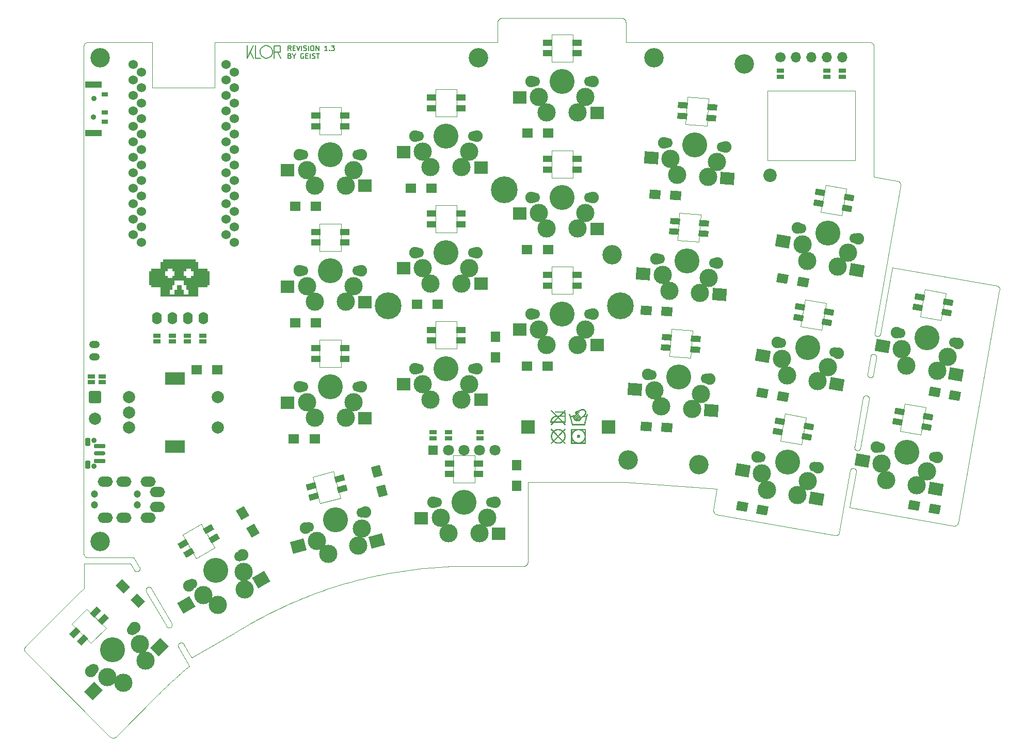
<source format=gts>
%TF.GenerationSoftware,KiCad,Pcbnew,(6.0.4)*%
%TF.CreationDate,2022-06-21T22:08:17+02:00*%
%TF.ProjectId,klor1_3,6b6c6f72-315f-4332-9e6b-696361645f70,v1.3.0*%
%TF.SameCoordinates,Original*%
%TF.FileFunction,Soldermask,Top*%
%TF.FilePolarity,Negative*%
%FSLAX46Y46*%
G04 Gerber Fmt 4.6, Leading zero omitted, Abs format (unit mm)*
G04 Created by KiCad (PCBNEW (6.0.4)) date 2022-06-21 22:08:17*
%MOMM*%
%LPD*%
G01*
G04 APERTURE LIST*
G04 Aperture macros list*
%AMRoundRect*
0 Rectangle with rounded corners*
0 $1 Rounding radius*
0 $2 $3 $4 $5 $6 $7 $8 $9 X,Y pos of 4 corners*
0 Add a 4 corners polygon primitive as box body*
4,1,4,$2,$3,$4,$5,$6,$7,$8,$9,$2,$3,0*
0 Add four circle primitives for the rounded corners*
1,1,$1+$1,$2,$3*
1,1,$1+$1,$4,$5*
1,1,$1+$1,$6,$7*
1,1,$1+$1,$8,$9*
0 Add four rect primitives between the rounded corners*
20,1,$1+$1,$2,$3,$4,$5,0*
20,1,$1+$1,$4,$5,$6,$7,0*
20,1,$1+$1,$6,$7,$8,$9,0*
20,1,$1+$1,$8,$9,$2,$3,0*%
%AMRotRect*
0 Rectangle, with rotation*
0 The origin of the aperture is its center*
0 $1 length*
0 $2 width*
0 $3 Rotation angle, in degrees counterclockwise*
0 Add horizontal line*
21,1,$1,$2,0,0,$3*%
G04 Aperture macros list end*
%ADD10C,0.150000*%
%ADD11C,0.000000*%
%ADD12C,0.000001*%
%TA.AperFunction,Profile*%
%ADD13C,0.010000*%
%TD*%
%ADD14C,0.010000*%
%TA.AperFunction,Profile*%
%ADD15C,0.100000*%
%TD*%
%TA.AperFunction,Profile*%
%ADD16C,0.120000*%
%TD*%
%ADD17R,1.143000X0.635000*%
%ADD18C,1.700000*%
%ADD19C,3.000000*%
%ADD20C,4.100000*%
%ADD21C,1.900000*%
%ADD22RotRect,1.600000X1.000000X225.000000*%
%ADD23RotRect,2.300000X2.000000X45.000000*%
%ADD24R,1.600000X1.000000*%
%ADD25R,2.300000X2.000000*%
%ADD26RotRect,1.600000X1.000000X176.000000*%
%ADD27RotRect,2.300000X2.000000X356.000000*%
%ADD28C,3.200000*%
%ADD29RotRect,1.800000X1.500000X350.000000*%
%ADD30R,1.800000X1.500000*%
%ADD31RotRect,1.800000X1.500000X356.000000*%
%ADD32RotRect,1.600000X1.000000X195.000000*%
%ADD33RotRect,2.300000X2.000000X15.000000*%
%ADD34RotRect,1.600000X1.000000X170.000000*%
%ADD35RotRect,2.300000X2.000000X350.000000*%
%ADD36RotRect,1.800000X1.500000X285.000000*%
%ADD37R,2.200000X2.200000*%
%ADD38C,2.200000*%
%ADD39C,2.000000*%
%ADD40R,3.200000X2.000000*%
%ADD41O,1.600000X2.000000*%
%ADD42C,1.200000*%
%ADD43O,2.500000X1.700000*%
%ADD44RotRect,1.800000X1.500000X300.000000*%
%ADD45O,1.750000X1.200000*%
%ADD46C,0.900000*%
%ADD47RoundRect,0.187500X-0.712500X0.187500X-0.712500X-0.187500X0.712500X-0.187500X0.712500X0.187500X0*%
%ADD48RoundRect,0.150000X-0.750000X0.150000X-0.750000X-0.150000X0.750000X-0.150000X0.750000X0.150000X0*%
%ADD49RoundRect,0.225000X-0.225000X0.425000X-0.225000X-0.425000X0.225000X-0.425000X0.225000X0.425000X0*%
%ADD50C,4.400000*%
%ADD51RotRect,1.600000X1.000000X210.000000*%
%ADD52RotRect,2.300000X2.000000X30.000000*%
%ADD53RotRect,1.800000X1.500000X315.000000*%
%ADD54R,1.500000X1.800000*%
%ADD55RoundRect,0.142858X-0.857142X0.857142X-0.857142X-0.857142X0.857142X-0.857142X0.857142X0.857142X0*%
%ADD56R,1.000000X0.700000*%
%ADD57R,2.800000X1.000000*%
%ADD58R,1.524000X1.524000*%
%ADD59C,1.800000*%
%ADD60C,1.524000*%
%ADD61O,1.700000X1.700000*%
G04 APERTURE END LIST*
D10*
X110576959Y-55760934D02*
X110420394Y-55749088D01*
X110271242Y-55714714D01*
X110131248Y-55659555D01*
X109961848Y-55556693D01*
X109815963Y-55424115D01*
X109697726Y-55265956D01*
X109611272Y-55086350D01*
X109569776Y-54940057D01*
X109550227Y-54785770D01*
X109548890Y-54732866D01*
D11*
G36*
X91727257Y-90731111D02*
G01*
X91727257Y-90350004D01*
X93255218Y-90350004D01*
X93255218Y-89203149D01*
X93636328Y-89203149D01*
X93636328Y-88822040D01*
X98985966Y-88822040D01*
X98985966Y-89203149D01*
X99367075Y-89203149D01*
X99367075Y-90350004D01*
X100895037Y-90350004D01*
X100895037Y-90731111D01*
X101276146Y-90731111D01*
X101276146Y-93024822D01*
X100895037Y-93024822D01*
X100895037Y-93405929D01*
X99367075Y-93405929D01*
X99367075Y-94933895D01*
X94786711Y-94933895D01*
X94786711Y-94552785D01*
X95548929Y-94552785D01*
X95548929Y-93787038D01*
X95930037Y-93787038D01*
X95930037Y-93024822D01*
X96692255Y-93024822D01*
X96692255Y-93787038D01*
X97076891Y-93787038D01*
X97076891Y-94552785D01*
X97839109Y-94552785D01*
X97839109Y-93787038D01*
X97458000Y-93787038D01*
X97458000Y-93024822D01*
X97076891Y-93024822D01*
X97076891Y-92262603D01*
X97458000Y-91877965D01*
X97076891Y-92259076D01*
X95548929Y-92259076D01*
X95164289Y-91877965D01*
X95548929Y-92262603D01*
X95548929Y-93024822D01*
X95164289Y-93024822D01*
X95164289Y-93787038D01*
X94783182Y-93787038D01*
X94783182Y-94933895D01*
X93255218Y-94933895D01*
X93255218Y-93405929D01*
X91727257Y-93405929D01*
X91727257Y-93024822D01*
X91346146Y-93024822D01*
X91346146Y-91496858D01*
X94017437Y-91496858D01*
X94402075Y-91496858D01*
X94402075Y-91877965D01*
X95164289Y-91877965D01*
X95164289Y-91496858D01*
X95548929Y-91496858D01*
X97076891Y-91496858D01*
X97458000Y-91496858D01*
X97458000Y-91877965D01*
X98220221Y-91877965D01*
X98220221Y-91496858D01*
X98604856Y-91496858D01*
X98604856Y-90731111D01*
X98220221Y-90731111D01*
X98220221Y-90350004D01*
X97458000Y-90350004D01*
X97458000Y-90731111D01*
X97076891Y-90731111D01*
X97076891Y-91496858D01*
X95548929Y-91496858D01*
X95548929Y-90731111D01*
X95164289Y-90731111D01*
X95164289Y-90350004D01*
X94402075Y-90350004D01*
X94402075Y-90731111D01*
X94017437Y-90731111D01*
X94017437Y-91496858D01*
X91346146Y-91496858D01*
X91346146Y-90731111D01*
X91727257Y-90731111D01*
G37*
D10*
X112907248Y-53739067D02*
X112907248Y-54767135D01*
X108829242Y-55760935D02*
X109617428Y-55760935D01*
X111605027Y-54732866D02*
X111605027Y-54732866D01*
X112941516Y-55795204D02*
X112427481Y-54767135D01*
D12*
G36*
X163194805Y-114183094D02*
G01*
X163193363Y-114183038D01*
X163196891Y-114183038D01*
X163194805Y-114183094D01*
G37*
X163194805Y-114183094D02*
X163193363Y-114183038D01*
X163196891Y-114183038D01*
X163194805Y-114183094D01*
D10*
X108829242Y-53704798D02*
X108829242Y-55760935D01*
X112907248Y-54767135D02*
X111913449Y-54767135D01*
X107458484Y-55795204D02*
X108486553Y-53704798D01*
D12*
G36*
X157183230Y-115347118D02*
G01*
X157190807Y-115300298D01*
X157200437Y-115254192D01*
X157212071Y-115208847D01*
X157225659Y-115164314D01*
X157241152Y-115120641D01*
X157258499Y-115077877D01*
X157277650Y-115036071D01*
X157298558Y-114995272D01*
X157321170Y-114955530D01*
X157345438Y-114916893D01*
X157371312Y-114879411D01*
X157398743Y-114843132D01*
X157427680Y-114808106D01*
X157458074Y-114774382D01*
X157489875Y-114742009D01*
X157523033Y-114711036D01*
X157557499Y-114681511D01*
X157593223Y-114653485D01*
X157630155Y-114627006D01*
X157668246Y-114602123D01*
X157707445Y-114578885D01*
X157715682Y-114574477D01*
X158354756Y-114574477D01*
X158435870Y-114655586D01*
X158516984Y-114574477D01*
X158354756Y-114574477D01*
X157715682Y-114574477D01*
X157747703Y-114557342D01*
X157788971Y-114537542D01*
X157831198Y-114519535D01*
X157874336Y-114503369D01*
X157918333Y-114489094D01*
X157963141Y-114476758D01*
X158008709Y-114466412D01*
X158054988Y-114458103D01*
X158044363Y-114447524D01*
X158827332Y-114447524D01*
X159486821Y-114447524D01*
X159486821Y-114183038D01*
X159486657Y-114172841D01*
X159486167Y-114162752D01*
X159485357Y-114152774D01*
X159484231Y-114142910D01*
X159482796Y-114133166D01*
X159481056Y-114123544D01*
X159479016Y-114114049D01*
X159476682Y-114104684D01*
X159474059Y-114095453D01*
X159471151Y-114086361D01*
X159467964Y-114077411D01*
X159464504Y-114068606D01*
X159460775Y-114059952D01*
X159456782Y-114051451D01*
X159452532Y-114043108D01*
X159448028Y-114034926D01*
X159443276Y-114026909D01*
X159438281Y-114019062D01*
X159433049Y-114011387D01*
X159427584Y-114003890D01*
X159415978Y-113989441D01*
X159403503Y-113975747D01*
X159390203Y-113962838D01*
X159376116Y-113950745D01*
X159361287Y-113939499D01*
X159345754Y-113929131D01*
X158827332Y-114447524D01*
X158044363Y-114447524D01*
X157229745Y-113636433D01*
X157321439Y-113544745D01*
X158224269Y-114443997D01*
X158643944Y-114443997D01*
X159204687Y-113883287D01*
X157903341Y-113883287D01*
X157903341Y-113752807D01*
X159190580Y-113752807D01*
X159199135Y-113752890D01*
X159207608Y-113753138D01*
X159215997Y-113753551D01*
X159224304Y-113754130D01*
X159232528Y-113754874D01*
X159240670Y-113755783D01*
X159248729Y-113756857D01*
X159256705Y-113758097D01*
X159264599Y-113759502D01*
X159272410Y-113761072D01*
X159280139Y-113762808D01*
X159287784Y-113764709D01*
X159295347Y-113766775D01*
X159302828Y-113769007D01*
X159310226Y-113771404D01*
X159317541Y-113773966D01*
X159546775Y-113544745D01*
X159638469Y-113636433D01*
X159440975Y-113833916D01*
X159461011Y-113849033D01*
X159480092Y-113865255D01*
X159498170Y-113882531D01*
X159515200Y-113900809D01*
X159531135Y-113920038D01*
X159545928Y-113940165D01*
X159559533Y-113961140D01*
X159571903Y-113982910D01*
X159582992Y-114005424D01*
X159592753Y-114028630D01*
X159601140Y-114052477D01*
X159608106Y-114076913D01*
X159613606Y-114101886D01*
X159617591Y-114127344D01*
X159620017Y-114153237D01*
X159620835Y-114179511D01*
X159620835Y-115554838D01*
X159338701Y-115554838D01*
X159641995Y-115858116D01*
X159550302Y-115949804D01*
X159155313Y-115554838D01*
X158411183Y-115554838D01*
X158411183Y-115424359D01*
X159024826Y-115424359D01*
X158435870Y-114835437D01*
X157846914Y-115424359D01*
X158404130Y-115424359D01*
X158404130Y-115554838D01*
X157716427Y-115554838D01*
X157321439Y-115949804D01*
X157229745Y-115858116D01*
X157533040Y-115554838D01*
X157173318Y-115554838D01*
X157173318Y-115491362D01*
X157174436Y-115442698D01*
X157175459Y-115427885D01*
X157303805Y-115427885D01*
X157660000Y-115427885D01*
X158340650Y-114747275D01*
X158337123Y-114743748D01*
X158531090Y-114743748D01*
X159208213Y-115424359D01*
X159490348Y-115424359D01*
X159490348Y-114574477D01*
X158700372Y-114574477D01*
X158531090Y-114743748D01*
X158337123Y-114743748D01*
X158171369Y-114578003D01*
X158128323Y-114580992D01*
X158085840Y-114585959D01*
X158043967Y-114592858D01*
X158002749Y-114601642D01*
X157962235Y-114612265D01*
X157922469Y-114624681D01*
X157883499Y-114638843D01*
X157845371Y-114654704D01*
X157808132Y-114672219D01*
X157771828Y-114691340D01*
X157736505Y-114712021D01*
X157702210Y-114734216D01*
X157668990Y-114757877D01*
X157636891Y-114782960D01*
X157605959Y-114809416D01*
X157576241Y-114837200D01*
X157547784Y-114866265D01*
X157520634Y-114896565D01*
X157494838Y-114928052D01*
X157470441Y-114960682D01*
X157447491Y-114994406D01*
X157426034Y-115029179D01*
X157406116Y-115064955D01*
X157387784Y-115101686D01*
X157371085Y-115139326D01*
X157356065Y-115177829D01*
X157342770Y-115217148D01*
X157331247Y-115257237D01*
X157321543Y-115298049D01*
X157313703Y-115339537D01*
X157307775Y-115381656D01*
X157303805Y-115424359D01*
X157303805Y-115427885D01*
X157175459Y-115427885D01*
X157177756Y-115394601D01*
X157183230Y-115347118D01*
G37*
X157183230Y-115347118D02*
X157190807Y-115300298D01*
X157200437Y-115254192D01*
X157212071Y-115208847D01*
X157225659Y-115164314D01*
X157241152Y-115120641D01*
X157258499Y-115077877D01*
X157277650Y-115036071D01*
X157298558Y-114995272D01*
X157321170Y-114955530D01*
X157345438Y-114916893D01*
X157371312Y-114879411D01*
X157398743Y-114843132D01*
X157427680Y-114808106D01*
X157458074Y-114774382D01*
X157489875Y-114742009D01*
X157523033Y-114711036D01*
X157557499Y-114681511D01*
X157593223Y-114653485D01*
X157630155Y-114627006D01*
X157668246Y-114602123D01*
X157707445Y-114578885D01*
X157715682Y-114574477D01*
X158354756Y-114574477D01*
X158435870Y-114655586D01*
X158516984Y-114574477D01*
X158354756Y-114574477D01*
X157715682Y-114574477D01*
X157747703Y-114557342D01*
X157788971Y-114537542D01*
X157831198Y-114519535D01*
X157874336Y-114503369D01*
X157918333Y-114489094D01*
X157963141Y-114476758D01*
X158008709Y-114466412D01*
X158054988Y-114458103D01*
X158044363Y-114447524D01*
X158827332Y-114447524D01*
X159486821Y-114447524D01*
X159486821Y-114183038D01*
X159486657Y-114172841D01*
X159486167Y-114162752D01*
X159485357Y-114152774D01*
X159484231Y-114142910D01*
X159482796Y-114133166D01*
X159481056Y-114123544D01*
X159479016Y-114114049D01*
X159476682Y-114104684D01*
X159474059Y-114095453D01*
X159471151Y-114086361D01*
X159467964Y-114077411D01*
X159464504Y-114068606D01*
X159460775Y-114059952D01*
X159456782Y-114051451D01*
X159452532Y-114043108D01*
X159448028Y-114034926D01*
X159443276Y-114026909D01*
X159438281Y-114019062D01*
X159433049Y-114011387D01*
X159427584Y-114003890D01*
X159415978Y-113989441D01*
X159403503Y-113975747D01*
X159390203Y-113962838D01*
X159376116Y-113950745D01*
X159361287Y-113939499D01*
X159345754Y-113929131D01*
X158827332Y-114447524D01*
X158044363Y-114447524D01*
X157229745Y-113636433D01*
X157321439Y-113544745D01*
X158224269Y-114443997D01*
X158643944Y-114443997D01*
X159204687Y-113883287D01*
X157903341Y-113883287D01*
X157903341Y-113752807D01*
X159190580Y-113752807D01*
X159199135Y-113752890D01*
X159207608Y-113753138D01*
X159215997Y-113753551D01*
X159224304Y-113754130D01*
X159232528Y-113754874D01*
X159240670Y-113755783D01*
X159248729Y-113756857D01*
X159256705Y-113758097D01*
X159264599Y-113759502D01*
X159272410Y-113761072D01*
X159280139Y-113762808D01*
X159287784Y-113764709D01*
X159295347Y-113766775D01*
X159302828Y-113769007D01*
X159310226Y-113771404D01*
X159317541Y-113773966D01*
X159546775Y-113544745D01*
X159638469Y-113636433D01*
X159440975Y-113833916D01*
X159461011Y-113849033D01*
X159480092Y-113865255D01*
X159498170Y-113882531D01*
X159515200Y-113900809D01*
X159531135Y-113920038D01*
X159545928Y-113940165D01*
X159559533Y-113961140D01*
X159571903Y-113982910D01*
X159582992Y-114005424D01*
X159592753Y-114028630D01*
X159601140Y-114052477D01*
X159608106Y-114076913D01*
X159613606Y-114101886D01*
X159617591Y-114127344D01*
X159620017Y-114153237D01*
X159620835Y-114179511D01*
X159620835Y-115554838D01*
X159338701Y-115554838D01*
X159641995Y-115858116D01*
X159550302Y-115949804D01*
X159155313Y-115554838D01*
X158411183Y-115554838D01*
X158411183Y-115424359D01*
X159024826Y-115424359D01*
X158435870Y-114835437D01*
X157846914Y-115424359D01*
X158404130Y-115424359D01*
X158404130Y-115554838D01*
X157716427Y-115554838D01*
X157321439Y-115949804D01*
X157229745Y-115858116D01*
X157533040Y-115554838D01*
X157173318Y-115554838D01*
X157173318Y-115491362D01*
X157174436Y-115442698D01*
X157175459Y-115427885D01*
X157303805Y-115427885D01*
X157660000Y-115427885D01*
X158340650Y-114747275D01*
X158337123Y-114743748D01*
X158531090Y-114743748D01*
X159208213Y-115424359D01*
X159490348Y-115424359D01*
X159490348Y-114574477D01*
X158700372Y-114574477D01*
X158531090Y-114743748D01*
X158337123Y-114743748D01*
X158171369Y-114578003D01*
X158128323Y-114580992D01*
X158085840Y-114585959D01*
X158043967Y-114592858D01*
X158002749Y-114601642D01*
X157962235Y-114612265D01*
X157922469Y-114624681D01*
X157883499Y-114638843D01*
X157845371Y-114654704D01*
X157808132Y-114672219D01*
X157771828Y-114691340D01*
X157736505Y-114712021D01*
X157702210Y-114734216D01*
X157668990Y-114757877D01*
X157636891Y-114782960D01*
X157605959Y-114809416D01*
X157576241Y-114837200D01*
X157547784Y-114866265D01*
X157520634Y-114896565D01*
X157494838Y-114928052D01*
X157470441Y-114960682D01*
X157447491Y-114994406D01*
X157426034Y-115029179D01*
X157406116Y-115064955D01*
X157387784Y-115101686D01*
X157371085Y-115139326D01*
X157356065Y-115177829D01*
X157342770Y-115217148D01*
X157331247Y-115257237D01*
X157321543Y-115298049D01*
X157313703Y-115339537D01*
X157307775Y-115381656D01*
X157303805Y-115424359D01*
X157303805Y-115427885D01*
X157175459Y-115427885D01*
X157177756Y-115394601D01*
X157183230Y-115347118D01*
G36*
X161756046Y-117586388D02*
G01*
X161768016Y-117587271D01*
X161779793Y-117588726D01*
X161791363Y-117590740D01*
X161802715Y-117593299D01*
X161813833Y-117596389D01*
X161824705Y-117599997D01*
X161835316Y-117604109D01*
X161845654Y-117608712D01*
X161855704Y-117613792D01*
X161865453Y-117619336D01*
X161874888Y-117625330D01*
X161883995Y-117631760D01*
X161892760Y-117638613D01*
X161901170Y-117645876D01*
X161909211Y-117653535D01*
X161916870Y-117661576D01*
X161924133Y-117669985D01*
X161930987Y-117678750D01*
X161937418Y-117687856D01*
X161943412Y-117697290D01*
X161948956Y-117707039D01*
X161954036Y-117717088D01*
X161958640Y-117727425D01*
X161962752Y-117738036D01*
X161966360Y-117748907D01*
X161969451Y-117760025D01*
X161972009Y-117771376D01*
X161974023Y-117782946D01*
X161975478Y-117794722D01*
X161976362Y-117806691D01*
X161976659Y-117818838D01*
X161976362Y-117830986D01*
X161975478Y-117842955D01*
X161974023Y-117854731D01*
X161972009Y-117866301D01*
X161969451Y-117877652D01*
X161966360Y-117888770D01*
X161962752Y-117899641D01*
X161958640Y-117910251D01*
X161954036Y-117920588D01*
X161948956Y-117930638D01*
X161943412Y-117940387D01*
X161937418Y-117949821D01*
X161930987Y-117958927D01*
X161924133Y-117967692D01*
X161916870Y-117976101D01*
X161909211Y-117984142D01*
X161901170Y-117991801D01*
X161892760Y-117999063D01*
X161883995Y-118005917D01*
X161874888Y-118012347D01*
X161865453Y-118018341D01*
X161855704Y-118023885D01*
X161845654Y-118028965D01*
X161835316Y-118033568D01*
X161824705Y-118037680D01*
X161813833Y-118041288D01*
X161802715Y-118044378D01*
X161791363Y-118046937D01*
X161779793Y-118048950D01*
X161768016Y-118050406D01*
X161756046Y-118051289D01*
X161743898Y-118051586D01*
X161731750Y-118051289D01*
X161719780Y-118050406D01*
X161708003Y-118048950D01*
X161696432Y-118046937D01*
X161685081Y-118044378D01*
X161673963Y-118041288D01*
X161663091Y-118037680D01*
X161652480Y-118033568D01*
X161642142Y-118028965D01*
X161632092Y-118023885D01*
X161622343Y-118018341D01*
X161612908Y-118012347D01*
X161603801Y-118005917D01*
X161595036Y-117999063D01*
X161586626Y-117991801D01*
X161578585Y-117984142D01*
X161570926Y-117976101D01*
X161563663Y-117967692D01*
X161556809Y-117958927D01*
X161550378Y-117949821D01*
X161544384Y-117940387D01*
X161538840Y-117930638D01*
X161533759Y-117920588D01*
X161529156Y-117910251D01*
X161525044Y-117899641D01*
X161521436Y-117888770D01*
X161518345Y-117877652D01*
X161515787Y-117866301D01*
X161513773Y-117854731D01*
X161512318Y-117842955D01*
X161511434Y-117830986D01*
X161511137Y-117818838D01*
X161511434Y-117807001D01*
X161512318Y-117795303D01*
X161513773Y-117783760D01*
X161515787Y-117772388D01*
X161518345Y-117761202D01*
X161521436Y-117750217D01*
X161525044Y-117739449D01*
X161529156Y-117728913D01*
X161533759Y-117718626D01*
X161538840Y-117708602D01*
X161544384Y-117698856D01*
X161550378Y-117689406D01*
X161556809Y-117680265D01*
X161563663Y-117671450D01*
X161570926Y-117662975D01*
X161578585Y-117654857D01*
X161586626Y-117647111D01*
X161595036Y-117639753D01*
X161603801Y-117632797D01*
X161612908Y-117626260D01*
X161622343Y-117620156D01*
X161632092Y-117614502D01*
X161642142Y-117609313D01*
X161652480Y-117604605D01*
X161663091Y-117600392D01*
X161673963Y-117596691D01*
X161685081Y-117593517D01*
X161696432Y-117590885D01*
X161708003Y-117588811D01*
X161719780Y-117587310D01*
X161731750Y-117586398D01*
X161743898Y-117586091D01*
X161756046Y-117586388D01*
G37*
X161756046Y-117586388D02*
X161768016Y-117587271D01*
X161779793Y-117588726D01*
X161791363Y-117590740D01*
X161802715Y-117593299D01*
X161813833Y-117596389D01*
X161824705Y-117599997D01*
X161835316Y-117604109D01*
X161845654Y-117608712D01*
X161855704Y-117613792D01*
X161865453Y-117619336D01*
X161874888Y-117625330D01*
X161883995Y-117631760D01*
X161892760Y-117638613D01*
X161901170Y-117645876D01*
X161909211Y-117653535D01*
X161916870Y-117661576D01*
X161924133Y-117669985D01*
X161930987Y-117678750D01*
X161937418Y-117687856D01*
X161943412Y-117697290D01*
X161948956Y-117707039D01*
X161954036Y-117717088D01*
X161958640Y-117727425D01*
X161962752Y-117738036D01*
X161966360Y-117748907D01*
X161969451Y-117760025D01*
X161972009Y-117771376D01*
X161974023Y-117782946D01*
X161975478Y-117794722D01*
X161976362Y-117806691D01*
X161976659Y-117818838D01*
X161976362Y-117830986D01*
X161975478Y-117842955D01*
X161974023Y-117854731D01*
X161972009Y-117866301D01*
X161969451Y-117877652D01*
X161966360Y-117888770D01*
X161962752Y-117899641D01*
X161958640Y-117910251D01*
X161954036Y-117920588D01*
X161948956Y-117930638D01*
X161943412Y-117940387D01*
X161937418Y-117949821D01*
X161930987Y-117958927D01*
X161924133Y-117967692D01*
X161916870Y-117976101D01*
X161909211Y-117984142D01*
X161901170Y-117991801D01*
X161892760Y-117999063D01*
X161883995Y-118005917D01*
X161874888Y-118012347D01*
X161865453Y-118018341D01*
X161855704Y-118023885D01*
X161845654Y-118028965D01*
X161835316Y-118033568D01*
X161824705Y-118037680D01*
X161813833Y-118041288D01*
X161802715Y-118044378D01*
X161791363Y-118046937D01*
X161779793Y-118048950D01*
X161768016Y-118050406D01*
X161756046Y-118051289D01*
X161743898Y-118051586D01*
X161731750Y-118051289D01*
X161719780Y-118050406D01*
X161708003Y-118048950D01*
X161696432Y-118046937D01*
X161685081Y-118044378D01*
X161673963Y-118041288D01*
X161663091Y-118037680D01*
X161652480Y-118033568D01*
X161642142Y-118028965D01*
X161632092Y-118023885D01*
X161622343Y-118018341D01*
X161612908Y-118012347D01*
X161603801Y-118005917D01*
X161595036Y-117999063D01*
X161586626Y-117991801D01*
X161578585Y-117984142D01*
X161570926Y-117976101D01*
X161563663Y-117967692D01*
X161556809Y-117958927D01*
X161550378Y-117949821D01*
X161544384Y-117940387D01*
X161538840Y-117930638D01*
X161533759Y-117920588D01*
X161529156Y-117910251D01*
X161525044Y-117899641D01*
X161521436Y-117888770D01*
X161518345Y-117877652D01*
X161515787Y-117866301D01*
X161513773Y-117854731D01*
X161512318Y-117842955D01*
X161511434Y-117830986D01*
X161511137Y-117818838D01*
X161511434Y-117807001D01*
X161512318Y-117795303D01*
X161513773Y-117783760D01*
X161515787Y-117772388D01*
X161518345Y-117761202D01*
X161521436Y-117750217D01*
X161525044Y-117739449D01*
X161529156Y-117728913D01*
X161533759Y-117718626D01*
X161538840Y-117708602D01*
X161544384Y-117698856D01*
X161550378Y-117689406D01*
X161556809Y-117680265D01*
X161563663Y-117671450D01*
X161570926Y-117662975D01*
X161578585Y-117654857D01*
X161586626Y-117647111D01*
X161595036Y-117639753D01*
X161603801Y-117632797D01*
X161612908Y-117626260D01*
X161622343Y-117620156D01*
X161632092Y-117614502D01*
X161642142Y-117609313D01*
X161652480Y-117604605D01*
X161663091Y-117600392D01*
X161673963Y-117596691D01*
X161685081Y-117593517D01*
X161696432Y-117590885D01*
X161708003Y-117588811D01*
X161719780Y-117587310D01*
X161731750Y-117586398D01*
X161743898Y-117586091D01*
X161756046Y-117586388D01*
D10*
X110576959Y-53704797D02*
X110733523Y-53716642D01*
X110882674Y-53751016D01*
X111022668Y-53806175D01*
X111192068Y-53909037D01*
X111337953Y-54041615D01*
X111456190Y-54199774D01*
X111542644Y-54379381D01*
X111584140Y-54525674D01*
X111603689Y-54679961D01*
X111605027Y-54732866D01*
X109548890Y-54732866D02*
X109560735Y-54576301D01*
X109595109Y-54427149D01*
X109650268Y-54287155D01*
X109753130Y-54117755D01*
X109885708Y-53971870D01*
X110043867Y-53853633D01*
X110223474Y-53767179D01*
X110369767Y-53725683D01*
X110524054Y-53706134D01*
X110576959Y-53704797D01*
X108486554Y-55795204D02*
X107972519Y-54732866D01*
X111879180Y-53739067D02*
X112907248Y-53739067D01*
D12*
G36*
X157498234Y-118518273D02*
G01*
X157467707Y-118476003D01*
X157439087Y-118432281D01*
X157412429Y-118387174D01*
X157387791Y-118340751D01*
X157365230Y-118293077D01*
X157344803Y-118244220D01*
X157326566Y-118194248D01*
X157310576Y-118143226D01*
X157296890Y-118091224D01*
X157285566Y-118038307D01*
X157276659Y-117984543D01*
X157270226Y-117929998D01*
X157266325Y-117874741D01*
X157265012Y-117818839D01*
X157395499Y-117818839D01*
X157396648Y-117867552D01*
X157400059Y-117915789D01*
X157405681Y-117963490D01*
X157413463Y-118010591D01*
X157423353Y-118057031D01*
X157435298Y-118102748D01*
X157449248Y-118147679D01*
X157465151Y-118191764D01*
X157482955Y-118234939D01*
X157502608Y-118277143D01*
X157524059Y-118318314D01*
X157547256Y-118358390D01*
X157572148Y-118397309D01*
X157598683Y-118435008D01*
X157626808Y-118471427D01*
X157656473Y-118506502D01*
X158344177Y-117818839D01*
X158340650Y-117815312D01*
X158527564Y-117815312D01*
X159218794Y-118506502D01*
X159248459Y-118470845D01*
X159276584Y-118433989D01*
X159303119Y-118395976D01*
X159328011Y-118356847D01*
X159351208Y-118316644D01*
X159372659Y-118275408D01*
X159392312Y-118233179D01*
X159410116Y-118190001D01*
X159426019Y-118145913D01*
X159439969Y-118100957D01*
X159451914Y-118055175D01*
X159461804Y-118008607D01*
X159469586Y-117961296D01*
X159475208Y-117913282D01*
X159478619Y-117864607D01*
X159479768Y-117815312D01*
X159479768Y-117811786D01*
X159478619Y-117763073D01*
X159475208Y-117714835D01*
X159469586Y-117667135D01*
X159461804Y-117620033D01*
X159451914Y-117573593D01*
X159439969Y-117527877D01*
X159426019Y-117482945D01*
X159410116Y-117438861D01*
X159392312Y-117395685D01*
X159372659Y-117353481D01*
X159351208Y-117312310D01*
X159328011Y-117272234D01*
X159303119Y-117233316D01*
X159276584Y-117195616D01*
X159248459Y-117159197D01*
X159218794Y-117124122D01*
X158527564Y-117815312D01*
X158340650Y-117815312D01*
X157656473Y-117131175D01*
X157626808Y-117166250D01*
X157598683Y-117202669D01*
X157572148Y-117240369D01*
X157547256Y-117279287D01*
X157524059Y-117319363D01*
X157502608Y-117360534D01*
X157482955Y-117402738D01*
X157465151Y-117445913D01*
X157449248Y-117489998D01*
X157435298Y-117534930D01*
X157423353Y-117580646D01*
X157413463Y-117627086D01*
X157405681Y-117674188D01*
X157400059Y-117721888D01*
X157396648Y-117770126D01*
X157395499Y-117818839D01*
X157265012Y-117818839D01*
X157265012Y-117818838D01*
X157266325Y-117762974D01*
X157270226Y-117707823D01*
X157276659Y-117653437D01*
X157285566Y-117599866D01*
X157296890Y-117547163D01*
X157310576Y-117495380D01*
X157326566Y-117444568D01*
X157344803Y-117394779D01*
X157365230Y-117346064D01*
X157387791Y-117298476D01*
X157412429Y-117252065D01*
X157439087Y-117206884D01*
X157467707Y-117162984D01*
X157498234Y-117120416D01*
X157530611Y-117079233D01*
X157564780Y-117039486D01*
X157561253Y-117035960D01*
X157744640Y-117035960D01*
X158432343Y-117723623D01*
X159123573Y-117035960D01*
X159088534Y-117006296D01*
X159052220Y-116978172D01*
X159014676Y-116951639D01*
X158975948Y-116926749D01*
X158936085Y-116903553D01*
X158895131Y-116882103D01*
X158853134Y-116862451D01*
X158810139Y-116844648D01*
X158766194Y-116828746D01*
X158721345Y-116814797D01*
X158675639Y-116802852D01*
X158629121Y-116792963D01*
X158581839Y-116785182D01*
X158533839Y-116779560D01*
X158485167Y-116776149D01*
X158435870Y-116775000D01*
X158386533Y-116776149D01*
X158337750Y-116779560D01*
X158289576Y-116785182D01*
X158242068Y-116792963D01*
X158195283Y-116802852D01*
X158149279Y-116814797D01*
X158104111Y-116828746D01*
X158059838Y-116844648D01*
X158016514Y-116862451D01*
X157974198Y-116882103D01*
X157932947Y-116903553D01*
X157892816Y-116926749D01*
X157853863Y-116951639D01*
X157816145Y-116978172D01*
X157779719Y-117006296D01*
X157744640Y-117035960D01*
X157561253Y-117035960D01*
X157233272Y-116707997D01*
X157324965Y-116616309D01*
X157656473Y-116947798D01*
X157695641Y-116913631D01*
X157736395Y-116881256D01*
X157778668Y-116850731D01*
X157822393Y-116822112D01*
X157867502Y-116795456D01*
X157913928Y-116770819D01*
X157961605Y-116748260D01*
X158010464Y-116727833D01*
X158060440Y-116709597D01*
X158111464Y-116693609D01*
X158163469Y-116679924D01*
X158216389Y-116668600D01*
X158270157Y-116659693D01*
X158324704Y-116653261D01*
X158379964Y-116649360D01*
X158435870Y-116648047D01*
X158491737Y-116649360D01*
X158546892Y-116653261D01*
X158601281Y-116659693D01*
X158654855Y-116668600D01*
X158707561Y-116679924D01*
X158759347Y-116693609D01*
X158810162Y-116709598D01*
X158859954Y-116727834D01*
X158908671Y-116748260D01*
X158956262Y-116770819D01*
X159002676Y-116795456D01*
X159047860Y-116822112D01*
X159091762Y-116850731D01*
X159134332Y-116881256D01*
X159175518Y-116913631D01*
X159215267Y-116947798D01*
X159546775Y-116616309D01*
X159638469Y-116707997D01*
X159306960Y-117039486D01*
X159341129Y-117078652D01*
X159373506Y-117119404D01*
X159404033Y-117161674D01*
X159432654Y-117205396D01*
X159459311Y-117250503D01*
X159483949Y-117296926D01*
X159506510Y-117344600D01*
X159526937Y-117393457D01*
X159545174Y-117443429D01*
X159561164Y-117494450D01*
X159574850Y-117546453D01*
X159586174Y-117599370D01*
X159595082Y-117653134D01*
X159601514Y-117707679D01*
X159605415Y-117762936D01*
X159606728Y-117818838D01*
X159605415Y-117874702D01*
X159601514Y-117929854D01*
X159595082Y-117984240D01*
X159586174Y-118037811D01*
X159574850Y-118090513D01*
X159561164Y-118142296D01*
X159545174Y-118193108D01*
X159526937Y-118242898D01*
X159506510Y-118291612D01*
X159483949Y-118339201D01*
X159459311Y-118385612D01*
X159432654Y-118430793D01*
X159404033Y-118474693D01*
X159373506Y-118517261D01*
X159341129Y-118558444D01*
X159306960Y-118598191D01*
X159638469Y-118929679D01*
X159546775Y-119021368D01*
X159215267Y-118689879D01*
X159176099Y-118724046D01*
X159135345Y-118756421D01*
X159093072Y-118786946D01*
X159049347Y-118815565D01*
X159004238Y-118842221D01*
X158957812Y-118866858D01*
X158910136Y-118889417D01*
X158861276Y-118909843D01*
X158811301Y-118928079D01*
X158760277Y-118944068D01*
X158708271Y-118957753D01*
X158655351Y-118969077D01*
X158601584Y-118977984D01*
X158547036Y-118984416D01*
X158491776Y-118988317D01*
X158435870Y-118989630D01*
X158380003Y-118988317D01*
X158324849Y-118984416D01*
X158270459Y-118977984D01*
X158216885Y-118969077D01*
X158164180Y-118957753D01*
X158112393Y-118944068D01*
X158061579Y-118928079D01*
X158011787Y-118909843D01*
X157963069Y-118889417D01*
X157915478Y-118866857D01*
X157869064Y-118842221D01*
X157823881Y-118815565D01*
X157779978Y-118786946D01*
X157737408Y-118756421D01*
X157696223Y-118724046D01*
X157656473Y-118689879D01*
X157324965Y-119021368D01*
X157233272Y-118929679D01*
X157564780Y-118598191D01*
X157748167Y-118598191D01*
X157783206Y-118627854D01*
X157819520Y-118655978D01*
X157857065Y-118682511D01*
X157895792Y-118707401D01*
X157935656Y-118730597D01*
X157976609Y-118752047D01*
X158018607Y-118771699D01*
X158061601Y-118789502D01*
X158105546Y-118805404D01*
X158150395Y-118819353D01*
X158196101Y-118831298D01*
X158242619Y-118841187D01*
X158289901Y-118848969D01*
X158337901Y-118854591D01*
X158386573Y-118858002D01*
X158435870Y-118859150D01*
X158439397Y-118859150D01*
X158488113Y-118858002D01*
X158536353Y-118854591D01*
X158584056Y-118848969D01*
X158631160Y-118841187D01*
X158677603Y-118831298D01*
X158723322Y-118819353D01*
X158768256Y-118805404D01*
X158812343Y-118789502D01*
X158855521Y-118771699D01*
X158897728Y-118752047D01*
X158938901Y-118730597D01*
X158978979Y-118707401D01*
X159017900Y-118682511D01*
X159055602Y-118655978D01*
X159092022Y-118627854D01*
X159127100Y-118598191D01*
X158435870Y-117910527D01*
X157748167Y-118598191D01*
X157564780Y-118598191D01*
X157530611Y-118559025D01*
X157498234Y-118518273D01*
G37*
X157498234Y-118518273D02*
X157467707Y-118476003D01*
X157439087Y-118432281D01*
X157412429Y-118387174D01*
X157387791Y-118340751D01*
X157365230Y-118293077D01*
X157344803Y-118244220D01*
X157326566Y-118194248D01*
X157310576Y-118143226D01*
X157296890Y-118091224D01*
X157285566Y-118038307D01*
X157276659Y-117984543D01*
X157270226Y-117929998D01*
X157266325Y-117874741D01*
X157265012Y-117818839D01*
X157395499Y-117818839D01*
X157396648Y-117867552D01*
X157400059Y-117915789D01*
X157405681Y-117963490D01*
X157413463Y-118010591D01*
X157423353Y-118057031D01*
X157435298Y-118102748D01*
X157449248Y-118147679D01*
X157465151Y-118191764D01*
X157482955Y-118234939D01*
X157502608Y-118277143D01*
X157524059Y-118318314D01*
X157547256Y-118358390D01*
X157572148Y-118397309D01*
X157598683Y-118435008D01*
X157626808Y-118471427D01*
X157656473Y-118506502D01*
X158344177Y-117818839D01*
X158340650Y-117815312D01*
X158527564Y-117815312D01*
X159218794Y-118506502D01*
X159248459Y-118470845D01*
X159276584Y-118433989D01*
X159303119Y-118395976D01*
X159328011Y-118356847D01*
X159351208Y-118316644D01*
X159372659Y-118275408D01*
X159392312Y-118233179D01*
X159410116Y-118190001D01*
X159426019Y-118145913D01*
X159439969Y-118100957D01*
X159451914Y-118055175D01*
X159461804Y-118008607D01*
X159469586Y-117961296D01*
X159475208Y-117913282D01*
X159478619Y-117864607D01*
X159479768Y-117815312D01*
X159479768Y-117811786D01*
X159478619Y-117763073D01*
X159475208Y-117714835D01*
X159469586Y-117667135D01*
X159461804Y-117620033D01*
X159451914Y-117573593D01*
X159439969Y-117527877D01*
X159426019Y-117482945D01*
X159410116Y-117438861D01*
X159392312Y-117395685D01*
X159372659Y-117353481D01*
X159351208Y-117312310D01*
X159328011Y-117272234D01*
X159303119Y-117233316D01*
X159276584Y-117195616D01*
X159248459Y-117159197D01*
X159218794Y-117124122D01*
X158527564Y-117815312D01*
X158340650Y-117815312D01*
X157656473Y-117131175D01*
X157626808Y-117166250D01*
X157598683Y-117202669D01*
X157572148Y-117240369D01*
X157547256Y-117279287D01*
X157524059Y-117319363D01*
X157502608Y-117360534D01*
X157482955Y-117402738D01*
X157465151Y-117445913D01*
X157449248Y-117489998D01*
X157435298Y-117534930D01*
X157423353Y-117580646D01*
X157413463Y-117627086D01*
X157405681Y-117674188D01*
X157400059Y-117721888D01*
X157396648Y-117770126D01*
X157395499Y-117818839D01*
X157265012Y-117818839D01*
X157265012Y-117818838D01*
X157266325Y-117762974D01*
X157270226Y-117707823D01*
X157276659Y-117653437D01*
X157285566Y-117599866D01*
X157296890Y-117547163D01*
X157310576Y-117495380D01*
X157326566Y-117444568D01*
X157344803Y-117394779D01*
X157365230Y-117346064D01*
X157387791Y-117298476D01*
X157412429Y-117252065D01*
X157439087Y-117206884D01*
X157467707Y-117162984D01*
X157498234Y-117120416D01*
X157530611Y-117079233D01*
X157564780Y-117039486D01*
X157561253Y-117035960D01*
X157744640Y-117035960D01*
X158432343Y-117723623D01*
X159123573Y-117035960D01*
X159088534Y-117006296D01*
X159052220Y-116978172D01*
X159014676Y-116951639D01*
X158975948Y-116926749D01*
X158936085Y-116903553D01*
X158895131Y-116882103D01*
X158853134Y-116862451D01*
X158810139Y-116844648D01*
X158766194Y-116828746D01*
X158721345Y-116814797D01*
X158675639Y-116802852D01*
X158629121Y-116792963D01*
X158581839Y-116785182D01*
X158533839Y-116779560D01*
X158485167Y-116776149D01*
X158435870Y-116775000D01*
X158386533Y-116776149D01*
X158337750Y-116779560D01*
X158289576Y-116785182D01*
X158242068Y-116792963D01*
X158195283Y-116802852D01*
X158149279Y-116814797D01*
X158104111Y-116828746D01*
X158059838Y-116844648D01*
X158016514Y-116862451D01*
X157974198Y-116882103D01*
X157932947Y-116903553D01*
X157892816Y-116926749D01*
X157853863Y-116951639D01*
X157816145Y-116978172D01*
X157779719Y-117006296D01*
X157744640Y-117035960D01*
X157561253Y-117035960D01*
X157233272Y-116707997D01*
X157324965Y-116616309D01*
X157656473Y-116947798D01*
X157695641Y-116913631D01*
X157736395Y-116881256D01*
X157778668Y-116850731D01*
X157822393Y-116822112D01*
X157867502Y-116795456D01*
X157913928Y-116770819D01*
X157961605Y-116748260D01*
X158010464Y-116727833D01*
X158060440Y-116709597D01*
X158111464Y-116693609D01*
X158163469Y-116679924D01*
X158216389Y-116668600D01*
X158270157Y-116659693D01*
X158324704Y-116653261D01*
X158379964Y-116649360D01*
X158435870Y-116648047D01*
X158491737Y-116649360D01*
X158546892Y-116653261D01*
X158601281Y-116659693D01*
X158654855Y-116668600D01*
X158707561Y-116679924D01*
X158759347Y-116693609D01*
X158810162Y-116709598D01*
X158859954Y-116727834D01*
X158908671Y-116748260D01*
X158956262Y-116770819D01*
X159002676Y-116795456D01*
X159047860Y-116822112D01*
X159091762Y-116850731D01*
X159134332Y-116881256D01*
X159175518Y-116913631D01*
X159215267Y-116947798D01*
X159546775Y-116616309D01*
X159638469Y-116707997D01*
X159306960Y-117039486D01*
X159341129Y-117078652D01*
X159373506Y-117119404D01*
X159404033Y-117161674D01*
X159432654Y-117205396D01*
X159459311Y-117250503D01*
X159483949Y-117296926D01*
X159506510Y-117344600D01*
X159526937Y-117393457D01*
X159545174Y-117443429D01*
X159561164Y-117494450D01*
X159574850Y-117546453D01*
X159586174Y-117599370D01*
X159595082Y-117653134D01*
X159601514Y-117707679D01*
X159605415Y-117762936D01*
X159606728Y-117818838D01*
X159605415Y-117874702D01*
X159601514Y-117929854D01*
X159595082Y-117984240D01*
X159586174Y-118037811D01*
X159574850Y-118090513D01*
X159561164Y-118142296D01*
X159545174Y-118193108D01*
X159526937Y-118242898D01*
X159506510Y-118291612D01*
X159483949Y-118339201D01*
X159459311Y-118385612D01*
X159432654Y-118430793D01*
X159404033Y-118474693D01*
X159373506Y-118517261D01*
X159341129Y-118558444D01*
X159306960Y-118598191D01*
X159638469Y-118929679D01*
X159546775Y-119021368D01*
X159215267Y-118689879D01*
X159176099Y-118724046D01*
X159135345Y-118756421D01*
X159093072Y-118786946D01*
X159049347Y-118815565D01*
X159004238Y-118842221D01*
X158957812Y-118866858D01*
X158910136Y-118889417D01*
X158861276Y-118909843D01*
X158811301Y-118928079D01*
X158760277Y-118944068D01*
X158708271Y-118957753D01*
X158655351Y-118969077D01*
X158601584Y-118977984D01*
X158547036Y-118984416D01*
X158491776Y-118988317D01*
X158435870Y-118989630D01*
X158380003Y-118988317D01*
X158324849Y-118984416D01*
X158270459Y-118977984D01*
X158216885Y-118969077D01*
X158164180Y-118957753D01*
X158112393Y-118944068D01*
X158061579Y-118928079D01*
X158011787Y-118909843D01*
X157963069Y-118889417D01*
X157915478Y-118866857D01*
X157869064Y-118842221D01*
X157823881Y-118815565D01*
X157779978Y-118786946D01*
X157737408Y-118756421D01*
X157696223Y-118724046D01*
X157656473Y-118689879D01*
X157324965Y-119021368D01*
X157233272Y-118929679D01*
X157564780Y-118598191D01*
X157748167Y-118598191D01*
X157783206Y-118627854D01*
X157819520Y-118655978D01*
X157857065Y-118682511D01*
X157895792Y-118707401D01*
X157935656Y-118730597D01*
X157976609Y-118752047D01*
X158018607Y-118771699D01*
X158061601Y-118789502D01*
X158105546Y-118805404D01*
X158150395Y-118819353D01*
X158196101Y-118831298D01*
X158242619Y-118841187D01*
X158289901Y-118848969D01*
X158337901Y-118854591D01*
X158386573Y-118858002D01*
X158435870Y-118859150D01*
X158439397Y-118859150D01*
X158488113Y-118858002D01*
X158536353Y-118854591D01*
X158584056Y-118848969D01*
X158631160Y-118841187D01*
X158677603Y-118831298D01*
X158723322Y-118819353D01*
X158768256Y-118805404D01*
X158812343Y-118789502D01*
X158855521Y-118771699D01*
X158897728Y-118752047D01*
X158938901Y-118730597D01*
X158978979Y-118707401D01*
X159017900Y-118682511D01*
X159055602Y-118655978D01*
X159092022Y-118627854D01*
X159127100Y-118598191D01*
X158435870Y-117910527D01*
X157748167Y-118598191D01*
X157564780Y-118598191D01*
X157530611Y-118559025D01*
X157498234Y-118518273D01*
G36*
X162918283Y-116648047D02*
G01*
X162918283Y-118993156D01*
X160573039Y-118993156D01*
X160573039Y-118862676D01*
X160700000Y-118862676D01*
X161211369Y-118862676D01*
X161170832Y-118840739D01*
X161131247Y-118817273D01*
X161092653Y-118792319D01*
X161055093Y-118765919D01*
X161018607Y-118738113D01*
X160983236Y-118708944D01*
X160949024Y-118678452D01*
X160916009Y-118646680D01*
X160884235Y-118613667D01*
X160853741Y-118579456D01*
X160824570Y-118544088D01*
X160796763Y-118507604D01*
X160770361Y-118470046D01*
X160745406Y-118431454D01*
X160721938Y-118391871D01*
X160700000Y-118351337D01*
X160700000Y-118862676D01*
X160573039Y-118862676D01*
X160573039Y-117818838D01*
X160700000Y-117818838D01*
X160701363Y-117872406D01*
X160705408Y-117925288D01*
X160712068Y-117977417D01*
X160721277Y-118028726D01*
X160732968Y-118079149D01*
X160747075Y-118128620D01*
X160763532Y-118177072D01*
X160782271Y-118224439D01*
X160803226Y-118270653D01*
X160826331Y-118315649D01*
X160851519Y-118359360D01*
X160878724Y-118401720D01*
X160907879Y-118442662D01*
X160938918Y-118482119D01*
X160971774Y-118520025D01*
X161006380Y-118556314D01*
X161042671Y-118590918D01*
X161080579Y-118623772D01*
X161120039Y-118654809D01*
X161160983Y-118683962D01*
X161203345Y-118711166D01*
X161247058Y-118736353D01*
X161292057Y-118759456D01*
X161338274Y-118780410D01*
X161385644Y-118799148D01*
X161434098Y-118815604D01*
X161483572Y-118829710D01*
X161533998Y-118841400D01*
X161585311Y-118850609D01*
X161637442Y-118857269D01*
X161690327Y-118861313D01*
X161743898Y-118862676D01*
X162276427Y-118862676D01*
X162787796Y-118862676D01*
X162787796Y-118351337D01*
X162765857Y-118391871D01*
X162742390Y-118431454D01*
X162717434Y-118470046D01*
X162691032Y-118507604D01*
X162663225Y-118544088D01*
X162634054Y-118579456D01*
X162603561Y-118613667D01*
X162571786Y-118646680D01*
X162538772Y-118678452D01*
X162504559Y-118708944D01*
X162469189Y-118738113D01*
X162432703Y-118765919D01*
X162395142Y-118792319D01*
X162356549Y-118817273D01*
X162316963Y-118840739D01*
X162276427Y-118862676D01*
X161743898Y-118862676D01*
X161797469Y-118861313D01*
X161850354Y-118857269D01*
X161902485Y-118850609D01*
X161953798Y-118841400D01*
X162004224Y-118829710D01*
X162053698Y-118815604D01*
X162102152Y-118799148D01*
X162149521Y-118780410D01*
X162195739Y-118759456D01*
X162240737Y-118736353D01*
X162284451Y-118711166D01*
X162326813Y-118683962D01*
X162367757Y-118654809D01*
X162407216Y-118623772D01*
X162445125Y-118590918D01*
X162481415Y-118556314D01*
X162516022Y-118520025D01*
X162548878Y-118482119D01*
X162579916Y-118442662D01*
X162609071Y-118401720D01*
X162636276Y-118359360D01*
X162661465Y-118315649D01*
X162684570Y-118270653D01*
X162705525Y-118224439D01*
X162724264Y-118177072D01*
X162740720Y-118128620D01*
X162754827Y-118079149D01*
X162766518Y-118028726D01*
X162775727Y-117977417D01*
X162782388Y-117925288D01*
X162786433Y-117872406D01*
X162787796Y-117818838D01*
X162786433Y-117765270D01*
X162782388Y-117712389D01*
X162775727Y-117660260D01*
X162766518Y-117608951D01*
X162754827Y-117558528D01*
X162740720Y-117509057D01*
X162724264Y-117460605D01*
X162705525Y-117413238D01*
X162684570Y-117367024D01*
X162661465Y-117322027D01*
X162636276Y-117278316D01*
X162609071Y-117235957D01*
X162579916Y-117195015D01*
X162548878Y-117155558D01*
X162516022Y-117117652D01*
X162481415Y-117081363D01*
X162445125Y-117046759D01*
X162407216Y-117013905D01*
X162367757Y-116982868D01*
X162326813Y-116953714D01*
X162284451Y-116926511D01*
X162240737Y-116901324D01*
X162195739Y-116878221D01*
X162149521Y-116857267D01*
X162102152Y-116838529D01*
X162053698Y-116822073D01*
X162004224Y-116807967D01*
X161953798Y-116796276D01*
X161902485Y-116787068D01*
X161850354Y-116780408D01*
X161797469Y-116776363D01*
X161743898Y-116775000D01*
X162276427Y-116775000D01*
X162316963Y-116796938D01*
X162356549Y-116820404D01*
X162395142Y-116845358D01*
X162432703Y-116871758D01*
X162469189Y-116899563D01*
X162504559Y-116928733D01*
X162538772Y-116959224D01*
X162571786Y-116990997D01*
X162603561Y-117024010D01*
X162634054Y-117058221D01*
X162663225Y-117093589D01*
X162691032Y-117130073D01*
X162717434Y-117167631D01*
X162742390Y-117206223D01*
X162765857Y-117245806D01*
X162787796Y-117286340D01*
X162787796Y-116775000D01*
X162276427Y-116775000D01*
X161743898Y-116775000D01*
X161690327Y-116776363D01*
X161637442Y-116780408D01*
X161585311Y-116787068D01*
X161533998Y-116796276D01*
X161483572Y-116807967D01*
X161434098Y-116822073D01*
X161385644Y-116838529D01*
X161338274Y-116857267D01*
X161292057Y-116878221D01*
X161247058Y-116901324D01*
X161203345Y-116926511D01*
X161160983Y-116953714D01*
X161120039Y-116982868D01*
X161080579Y-117013905D01*
X161042671Y-117046759D01*
X161006380Y-117081363D01*
X160971774Y-117117652D01*
X160938918Y-117155558D01*
X160907879Y-117195015D01*
X160878724Y-117235957D01*
X160851519Y-117278316D01*
X160826331Y-117322027D01*
X160803226Y-117367024D01*
X160782271Y-117413238D01*
X160763532Y-117460605D01*
X160747075Y-117509057D01*
X160732968Y-117558528D01*
X160721277Y-117608951D01*
X160712068Y-117660260D01*
X160705408Y-117712389D01*
X160701363Y-117765270D01*
X160700000Y-117818838D01*
X160573039Y-117818838D01*
X160573039Y-117286340D01*
X160700000Y-117286340D01*
X160721938Y-117245806D01*
X160745406Y-117206223D01*
X160770361Y-117167631D01*
X160796763Y-117130073D01*
X160824570Y-117093589D01*
X160853741Y-117058221D01*
X160884235Y-117024010D01*
X160916009Y-116990997D01*
X160949024Y-116959224D01*
X160983236Y-116928733D01*
X161018607Y-116899563D01*
X161055093Y-116871758D01*
X161092653Y-116845358D01*
X161131247Y-116820404D01*
X161170832Y-116796938D01*
X161211369Y-116775000D01*
X160700000Y-116775000D01*
X160700000Y-117286340D01*
X160573039Y-117286340D01*
X160573039Y-116648047D01*
X162918283Y-116648047D01*
G37*
X162918283Y-116648047D02*
X162918283Y-118993156D01*
X160573039Y-118993156D01*
X160573039Y-118862676D01*
X160700000Y-118862676D01*
X161211369Y-118862676D01*
X161170832Y-118840739D01*
X161131247Y-118817273D01*
X161092653Y-118792319D01*
X161055093Y-118765919D01*
X161018607Y-118738113D01*
X160983236Y-118708944D01*
X160949024Y-118678452D01*
X160916009Y-118646680D01*
X160884235Y-118613667D01*
X160853741Y-118579456D01*
X160824570Y-118544088D01*
X160796763Y-118507604D01*
X160770361Y-118470046D01*
X160745406Y-118431454D01*
X160721938Y-118391871D01*
X160700000Y-118351337D01*
X160700000Y-118862676D01*
X160573039Y-118862676D01*
X160573039Y-117818838D01*
X160700000Y-117818838D01*
X160701363Y-117872406D01*
X160705408Y-117925288D01*
X160712068Y-117977417D01*
X160721277Y-118028726D01*
X160732968Y-118079149D01*
X160747075Y-118128620D01*
X160763532Y-118177072D01*
X160782271Y-118224439D01*
X160803226Y-118270653D01*
X160826331Y-118315649D01*
X160851519Y-118359360D01*
X160878724Y-118401720D01*
X160907879Y-118442662D01*
X160938918Y-118482119D01*
X160971774Y-118520025D01*
X161006380Y-118556314D01*
X161042671Y-118590918D01*
X161080579Y-118623772D01*
X161120039Y-118654809D01*
X161160983Y-118683962D01*
X161203345Y-118711166D01*
X161247058Y-118736353D01*
X161292057Y-118759456D01*
X161338274Y-118780410D01*
X161385644Y-118799148D01*
X161434098Y-118815604D01*
X161483572Y-118829710D01*
X161533998Y-118841400D01*
X161585311Y-118850609D01*
X161637442Y-118857269D01*
X161690327Y-118861313D01*
X161743898Y-118862676D01*
X162276427Y-118862676D01*
X162787796Y-118862676D01*
X162787796Y-118351337D01*
X162765857Y-118391871D01*
X162742390Y-118431454D01*
X162717434Y-118470046D01*
X162691032Y-118507604D01*
X162663225Y-118544088D01*
X162634054Y-118579456D01*
X162603561Y-118613667D01*
X162571786Y-118646680D01*
X162538772Y-118678452D01*
X162504559Y-118708944D01*
X162469189Y-118738113D01*
X162432703Y-118765919D01*
X162395142Y-118792319D01*
X162356549Y-118817273D01*
X162316963Y-118840739D01*
X162276427Y-118862676D01*
X161743898Y-118862676D01*
X161797469Y-118861313D01*
X161850354Y-118857269D01*
X161902485Y-118850609D01*
X161953798Y-118841400D01*
X162004224Y-118829710D01*
X162053698Y-118815604D01*
X162102152Y-118799148D01*
X162149521Y-118780410D01*
X162195739Y-118759456D01*
X162240737Y-118736353D01*
X162284451Y-118711166D01*
X162326813Y-118683962D01*
X162367757Y-118654809D01*
X162407216Y-118623772D01*
X162445125Y-118590918D01*
X162481415Y-118556314D01*
X162516022Y-118520025D01*
X162548878Y-118482119D01*
X162579916Y-118442662D01*
X162609071Y-118401720D01*
X162636276Y-118359360D01*
X162661465Y-118315649D01*
X162684570Y-118270653D01*
X162705525Y-118224439D01*
X162724264Y-118177072D01*
X162740720Y-118128620D01*
X162754827Y-118079149D01*
X162766518Y-118028726D01*
X162775727Y-117977417D01*
X162782388Y-117925288D01*
X162786433Y-117872406D01*
X162787796Y-117818838D01*
X162786433Y-117765270D01*
X162782388Y-117712389D01*
X162775727Y-117660260D01*
X162766518Y-117608951D01*
X162754827Y-117558528D01*
X162740720Y-117509057D01*
X162724264Y-117460605D01*
X162705525Y-117413238D01*
X162684570Y-117367024D01*
X162661465Y-117322027D01*
X162636276Y-117278316D01*
X162609071Y-117235957D01*
X162579916Y-117195015D01*
X162548878Y-117155558D01*
X162516022Y-117117652D01*
X162481415Y-117081363D01*
X162445125Y-117046759D01*
X162407216Y-117013905D01*
X162367757Y-116982868D01*
X162326813Y-116953714D01*
X162284451Y-116926511D01*
X162240737Y-116901324D01*
X162195739Y-116878221D01*
X162149521Y-116857267D01*
X162102152Y-116838529D01*
X162053698Y-116822073D01*
X162004224Y-116807967D01*
X161953798Y-116796276D01*
X161902485Y-116787068D01*
X161850354Y-116780408D01*
X161797469Y-116776363D01*
X161743898Y-116775000D01*
X162276427Y-116775000D01*
X162316963Y-116796938D01*
X162356549Y-116820404D01*
X162395142Y-116845358D01*
X162432703Y-116871758D01*
X162469189Y-116899563D01*
X162504559Y-116928733D01*
X162538772Y-116959224D01*
X162571786Y-116990997D01*
X162603561Y-117024010D01*
X162634054Y-117058221D01*
X162663225Y-117093589D01*
X162691032Y-117130073D01*
X162717434Y-117167631D01*
X162742390Y-117206223D01*
X162765857Y-117245806D01*
X162787796Y-117286340D01*
X162787796Y-116775000D01*
X162276427Y-116775000D01*
X161743898Y-116775000D01*
X161690327Y-116776363D01*
X161637442Y-116780408D01*
X161585311Y-116787068D01*
X161533998Y-116796276D01*
X161483572Y-116807967D01*
X161434098Y-116822073D01*
X161385644Y-116838529D01*
X161338274Y-116857267D01*
X161292057Y-116878221D01*
X161247058Y-116901324D01*
X161203345Y-116926511D01*
X161160983Y-116953714D01*
X161120039Y-116982868D01*
X161080579Y-117013905D01*
X161042671Y-117046759D01*
X161006380Y-117081363D01*
X160971774Y-117117652D01*
X160938918Y-117155558D01*
X160907879Y-117195015D01*
X160878724Y-117235957D01*
X160851519Y-117278316D01*
X160826331Y-117322027D01*
X160803226Y-117367024D01*
X160782271Y-117413238D01*
X160763532Y-117460605D01*
X160747075Y-117509057D01*
X160732968Y-117558528D01*
X160721277Y-117608951D01*
X160712068Y-117660260D01*
X160705408Y-117712389D01*
X160701363Y-117765270D01*
X160700000Y-117818838D01*
X160573039Y-117818838D01*
X160573039Y-117286340D01*
X160700000Y-117286340D01*
X160721938Y-117245806D01*
X160745406Y-117206223D01*
X160770361Y-117167631D01*
X160796763Y-117130073D01*
X160824570Y-117093589D01*
X160853741Y-117058221D01*
X160884235Y-117024010D01*
X160916009Y-116990997D01*
X160949024Y-116959224D01*
X160983236Y-116928733D01*
X161018607Y-116899563D01*
X161055093Y-116871758D01*
X161092653Y-116845358D01*
X161131247Y-116820404D01*
X161170832Y-116796938D01*
X161211369Y-116775000D01*
X160700000Y-116775000D01*
X160700000Y-117286340D01*
X160573039Y-117286340D01*
X160573039Y-116648047D01*
X162918283Y-116648047D01*
D10*
X111879180Y-54767135D02*
X111879180Y-53739067D01*
X107458484Y-53704798D02*
X107458484Y-55795204D01*
X111879180Y-55795204D02*
X111879180Y-54767135D01*
X111605027Y-54732866D02*
X111593181Y-54889430D01*
X111558807Y-55038581D01*
X111503648Y-55178575D01*
X111400786Y-55347975D01*
X111268208Y-55493860D01*
X111110049Y-55612097D01*
X110930443Y-55698551D01*
X110784150Y-55740047D01*
X110629863Y-55759596D01*
X110576959Y-55760934D01*
D12*
G36*
X162438565Y-113359687D02*
G01*
X162445665Y-113359935D01*
X162460805Y-113360927D01*
X162478094Y-113362580D01*
X162498607Y-113364894D01*
X162520291Y-113367940D01*
X162541693Y-113371777D01*
X162562798Y-113376391D01*
X162583592Y-113381769D01*
X162604060Y-113387896D01*
X162624188Y-113394758D01*
X162643962Y-113402340D01*
X162663369Y-113410628D01*
X162682393Y-113419609D01*
X162701021Y-113429268D01*
X162737030Y-113450563D01*
X162771282Y-113474399D01*
X162803665Y-113500664D01*
X162834064Y-113529242D01*
X162862365Y-113560022D01*
X162888455Y-113592888D01*
X162912221Y-113627727D01*
X162933548Y-113664426D01*
X162952323Y-113702872D01*
X162968432Y-113742949D01*
X162975452Y-113763565D01*
X162981762Y-113784545D01*
X162986419Y-113799588D01*
X162988303Y-113806676D01*
X162989918Y-113813639D01*
X162991285Y-113820602D01*
X162992425Y-113827690D01*
X162993359Y-113835025D01*
X162994106Y-113842732D01*
X162995125Y-113859759D01*
X162995649Y-113879760D01*
X162995869Y-113932658D01*
X162995690Y-113962460D01*
X162995451Y-113975159D01*
X162995098Y-113986602D01*
X162994621Y-113996950D01*
X162994010Y-114006362D01*
X162993254Y-114015000D01*
X162992343Y-114023024D01*
X162991267Y-114030592D01*
X162990015Y-114037867D01*
X162988577Y-114045007D01*
X162986943Y-114052172D01*
X162983044Y-114067222D01*
X162978236Y-114084296D01*
X162971564Y-114105445D01*
X162964695Y-114125374D01*
X162957516Y-114144271D01*
X162949913Y-114162320D01*
X162941773Y-114179708D01*
X162932982Y-114196620D01*
X162923427Y-114213244D01*
X162912993Y-114229764D01*
X162901567Y-114246366D01*
X162889036Y-114263238D01*
X162875286Y-114280563D01*
X162860203Y-114298530D01*
X162843673Y-114317323D01*
X162825584Y-114337128D01*
X162784269Y-114380521D01*
X162752254Y-114415124D01*
X162726520Y-114443116D01*
X162703156Y-114468683D01*
X162707175Y-114472302D01*
X162712496Y-114476479D01*
X162718933Y-114481111D01*
X162726299Y-114486095D01*
X162743079Y-114496702D01*
X162761346Y-114507474D01*
X162779613Y-114517585D01*
X162796392Y-114526208D01*
X162803759Y-114529704D01*
X162810196Y-114532517D01*
X162815517Y-114534546D01*
X162819536Y-114535686D01*
X162825103Y-114536925D01*
X162831177Y-114538000D01*
X162837684Y-114538909D01*
X162844553Y-114539653D01*
X162851712Y-114540232D01*
X162859087Y-114540645D01*
X162866607Y-114540893D01*
X162874199Y-114540975D01*
X162881792Y-114540893D01*
X162889312Y-114540645D01*
X162896687Y-114540232D01*
X162903846Y-114539653D01*
X162910715Y-114538909D01*
X162917222Y-114538000D01*
X162923295Y-114536925D01*
X162928863Y-114535686D01*
X162933081Y-114534387D01*
X162938967Y-114531911D01*
X162946290Y-114528402D01*
X162954817Y-114524004D01*
X162974551Y-114513122D01*
X162996311Y-114500421D01*
X163018235Y-114487059D01*
X163038465Y-114474193D01*
X163055141Y-114462980D01*
X163061565Y-114458355D01*
X163066403Y-114454577D01*
X163067187Y-114453968D01*
X163068208Y-114452187D01*
X163070922Y-114445375D01*
X163074462Y-114434678D01*
X163078747Y-114420634D01*
X163101670Y-114341729D01*
X163114675Y-114298089D01*
X163126357Y-114259739D01*
X163135394Y-114230645D01*
X163140464Y-114214776D01*
X163142570Y-114210933D01*
X163144914Y-114207337D01*
X163147485Y-114203990D01*
X163150273Y-114200891D01*
X163153267Y-114198039D01*
X163156458Y-114195436D01*
X163159835Y-114193080D01*
X163163387Y-114190972D01*
X163167105Y-114189113D01*
X163170978Y-114187501D01*
X163174995Y-114186137D01*
X163179147Y-114185021D01*
X163183423Y-114184154D01*
X163187812Y-114183534D01*
X163192305Y-114183162D01*
X163194805Y-114183094D01*
X163195707Y-114183129D01*
X163198104Y-114183400D01*
X163200547Y-114183843D01*
X163203027Y-114184450D01*
X163205535Y-114185214D01*
X163208063Y-114186129D01*
X163210602Y-114187188D01*
X163213145Y-114188383D01*
X163215683Y-114189706D01*
X163218207Y-114191152D01*
X163223181Y-114194382D01*
X163228000Y-114198014D01*
X163232597Y-114201993D01*
X163236905Y-114206260D01*
X163240856Y-114210761D01*
X163242677Y-114213080D01*
X163244383Y-114215436D01*
X163245967Y-114217822D01*
X163247420Y-114220231D01*
X163248734Y-114222655D01*
X163249899Y-114225088D01*
X163250908Y-114227522D01*
X163251753Y-114229950D01*
X163252424Y-114232365D01*
X163252914Y-114234760D01*
X163253215Y-114237128D01*
X163253316Y-114239461D01*
X163235904Y-114312911D01*
X163188073Y-114499098D01*
X163027609Y-115099922D01*
X162801901Y-115946278D01*
X160685892Y-115946278D01*
X160675312Y-115911013D01*
X160416983Y-114954455D01*
X160334414Y-114641480D01*
X160467239Y-114641480D01*
X160469278Y-114653478D01*
X160477599Y-114687875D01*
X160510441Y-114814278D01*
X160622413Y-115230402D01*
X160781113Y-115819324D01*
X162703155Y-115819324D01*
X162861856Y-115233929D01*
X162865383Y-115230402D01*
X162927376Y-115003495D01*
X162977796Y-114816922D01*
X163011686Y-114689859D01*
X163024084Y-114641480D01*
X163024033Y-114641170D01*
X163023882Y-114640900D01*
X163023634Y-114640671D01*
X163023292Y-114640481D01*
X163022341Y-114640217D01*
X163021053Y-114640102D01*
X163019456Y-114640132D01*
X163017575Y-114640302D01*
X163015435Y-114640606D01*
X163013063Y-114641039D01*
X163010484Y-114641596D01*
X163007725Y-114642272D01*
X163001767Y-114643959D01*
X162995395Y-114646060D01*
X162992119Y-114647253D01*
X162988817Y-114648533D01*
X162983600Y-114651016D01*
X162978485Y-114653189D01*
X162973412Y-114655073D01*
X162968318Y-114656688D01*
X162963142Y-114658055D01*
X162957821Y-114659195D01*
X162952293Y-114660128D01*
X162946497Y-114660875D01*
X162940370Y-114661457D01*
X162933851Y-114661895D01*
X162919386Y-114662418D01*
X162902607Y-114662611D01*
X162883017Y-114662639D01*
X162867120Y-114663088D01*
X162852386Y-114663093D01*
X162838654Y-114662623D01*
X162825764Y-114661647D01*
X162813555Y-114660133D01*
X162801869Y-114658052D01*
X162790544Y-114655370D01*
X162779421Y-114652059D01*
X162768339Y-114648087D01*
X162757138Y-114643422D01*
X162745658Y-114638034D01*
X162733739Y-114631892D01*
X162721221Y-114624965D01*
X162707943Y-114617221D01*
X162678469Y-114599162D01*
X162666629Y-114591420D01*
X162655160Y-114584174D01*
X162644435Y-114577590D01*
X162634827Y-114571832D01*
X162626705Y-114567066D01*
X162620444Y-114563456D01*
X162614989Y-114560371D01*
X162512274Y-114661316D01*
X162269374Y-114902439D01*
X162185333Y-114986159D01*
X162112822Y-115057770D01*
X162051471Y-115117727D01*
X162000905Y-115166485D01*
X161960755Y-115204498D01*
X161930647Y-115232220D01*
X161910210Y-115250108D01*
X161903502Y-115255505D01*
X161899072Y-115258614D01*
X161891481Y-115261754D01*
X161883306Y-115264558D01*
X161874624Y-115267021D01*
X161865514Y-115269138D01*
X161856052Y-115270904D01*
X161846317Y-115272313D01*
X161836385Y-115273361D01*
X161826335Y-115274042D01*
X161816243Y-115274351D01*
X161806187Y-115274283D01*
X161796245Y-115273833D01*
X161786494Y-115272995D01*
X161777012Y-115271765D01*
X161767876Y-115270137D01*
X161759163Y-115268106D01*
X161750952Y-115265667D01*
X161746440Y-115264299D01*
X161742135Y-115262822D01*
X161737995Y-115261211D01*
X161733980Y-115259440D01*
X161730047Y-115257483D01*
X161726155Y-115255315D01*
X161722263Y-115252908D01*
X161718330Y-115250239D01*
X161714314Y-115247279D01*
X161710175Y-115244005D01*
X161705869Y-115240390D01*
X161701358Y-115236408D01*
X161696598Y-115232034D01*
X161691549Y-115227241D01*
X161680418Y-115216296D01*
X161641625Y-115177505D01*
X161602831Y-115212770D01*
X161599368Y-115216733D01*
X161595620Y-115220677D01*
X161591634Y-115224578D01*
X161587457Y-115228418D01*
X161583136Y-115232176D01*
X161578716Y-115235829D01*
X161574245Y-115239359D01*
X161569769Y-115242745D01*
X161565334Y-115245965D01*
X161560986Y-115248999D01*
X161552741Y-115254426D01*
X161545406Y-115258862D01*
X161542195Y-115260656D01*
X161539351Y-115262140D01*
X161533042Y-115264700D01*
X161526071Y-115267079D01*
X161518522Y-115269261D01*
X161510476Y-115271232D01*
X161502018Y-115272976D01*
X161493229Y-115274476D01*
X161484191Y-115275719D01*
X161474989Y-115276687D01*
X161465704Y-115277366D01*
X161456419Y-115277741D01*
X161447216Y-115277795D01*
X161438179Y-115277514D01*
X161429390Y-115276881D01*
X161420932Y-115275881D01*
X161412886Y-115274499D01*
X161405337Y-115272720D01*
X161401691Y-115271987D01*
X161398028Y-115271113D01*
X161390672Y-115268959D01*
X161383307Y-115266288D01*
X161375967Y-115263132D01*
X161368688Y-115259521D01*
X161361509Y-115255487D01*
X161354463Y-115251060D01*
X161347588Y-115246271D01*
X161340919Y-115241152D01*
X161334494Y-115235733D01*
X161328347Y-115230046D01*
X161322515Y-115224120D01*
X161317035Y-115217989D01*
X161311942Y-115211681D01*
X161307273Y-115205229D01*
X161303063Y-115198664D01*
X161281903Y-115166925D01*
X161264269Y-115177505D01*
X161261578Y-115179367D01*
X161258773Y-115180997D01*
X161255823Y-115182410D01*
X161252698Y-115183621D01*
X161249365Y-115184646D01*
X161245796Y-115185501D01*
X161241957Y-115186201D01*
X161237819Y-115186762D01*
X161233351Y-115187198D01*
X161228520Y-115187526D01*
X161217651Y-115187919D01*
X161204963Y-115188064D01*
X161190209Y-115188084D01*
X161181975Y-115188042D01*
X161174429Y-115187912D01*
X161167512Y-115187689D01*
X161161169Y-115187368D01*
X161155343Y-115186944D01*
X161149976Y-115186411D01*
X161145013Y-115185764D01*
X161140395Y-115184999D01*
X161136067Y-115184109D01*
X161131971Y-115183091D01*
X161128051Y-115181938D01*
X161124249Y-115180646D01*
X161120510Y-115179209D01*
X161116776Y-115177622D01*
X161112990Y-115175880D01*
X161109096Y-115173979D01*
X161101296Y-115169538D01*
X161093768Y-115164818D01*
X161086517Y-115159830D01*
X161079546Y-115154583D01*
X161072859Y-115149088D01*
X161066460Y-115143356D01*
X161054542Y-115131220D01*
X161043823Y-115118257D01*
X161034333Y-115104551D01*
X161026103Y-115090183D01*
X161019165Y-115075237D01*
X161013550Y-115059795D01*
X161009288Y-115043939D01*
X161006410Y-115027754D01*
X161004948Y-115011320D01*
X161004933Y-114994720D01*
X161005477Y-114986385D01*
X161006395Y-114978038D01*
X161007689Y-114969692D01*
X161009365Y-114961357D01*
X161011426Y-114953041D01*
X161013875Y-114944757D01*
X161015156Y-114941456D01*
X161016355Y-114938180D01*
X161017471Y-114934955D01*
X161018504Y-114931808D01*
X161019454Y-114928765D01*
X161020322Y-114925851D01*
X161021810Y-114920513D01*
X161022967Y-114916001D01*
X161023794Y-114912523D01*
X161024455Y-114909492D01*
X161019129Y-114906687D01*
X161013751Y-114903583D01*
X161008353Y-114900210D01*
X161002964Y-114896599D01*
X160997618Y-114892781D01*
X160992343Y-114888788D01*
X160987172Y-114884650D01*
X160982135Y-114880399D01*
X160977263Y-114876065D01*
X160972588Y-114871679D01*
X160968140Y-114867273D01*
X160963950Y-114862877D01*
X160960050Y-114858522D01*
X160956470Y-114854240D01*
X160953241Y-114850061D01*
X160950395Y-114846016D01*
X160945349Y-114838938D01*
X160940779Y-114832206D01*
X160936663Y-114825753D01*
X160932982Y-114819512D01*
X160929713Y-114813416D01*
X160926838Y-114807397D01*
X160924334Y-114801388D01*
X160922181Y-114795323D01*
X160920359Y-114789133D01*
X160918847Y-114782753D01*
X160917625Y-114776114D01*
X160916671Y-114769150D01*
X160915965Y-114761793D01*
X160915486Y-114753976D01*
X160915214Y-114745633D01*
X160915131Y-114736988D01*
X161036937Y-114736988D01*
X161036970Y-114740573D01*
X161037275Y-114744124D01*
X161037841Y-114747634D01*
X161038658Y-114751093D01*
X161039718Y-114754493D01*
X161041011Y-114757826D01*
X161042526Y-114761083D01*
X161044254Y-114764257D01*
X161046186Y-114767338D01*
X161048312Y-114770319D01*
X161050621Y-114773190D01*
X161053105Y-114775944D01*
X161055754Y-114778572D01*
X161058557Y-114781066D01*
X161061506Y-114783417D01*
X161064591Y-114785616D01*
X161067801Y-114787657D01*
X161071128Y-114789529D01*
X161074561Y-114791225D01*
X161078091Y-114792737D01*
X161081708Y-114794055D01*
X161085403Y-114795172D01*
X161089165Y-114796080D01*
X161092986Y-114796768D01*
X161096855Y-114797231D01*
X161100762Y-114797458D01*
X161104699Y-114797442D01*
X161108656Y-114797174D01*
X161112621Y-114796645D01*
X161115914Y-114795255D01*
X161120612Y-114792299D01*
X161134884Y-114781052D01*
X161156760Y-114761621D01*
X161187563Y-114732728D01*
X161281241Y-114641425D01*
X161426496Y-114496894D01*
X161722737Y-114200670D01*
X161765058Y-114242988D01*
X161769601Y-114246951D01*
X161773964Y-114250888D01*
X161778130Y-114254773D01*
X161782085Y-114258581D01*
X161785812Y-114262286D01*
X161789297Y-114265862D01*
X161792523Y-114269282D01*
X161795475Y-114272522D01*
X161798138Y-114275555D01*
X161800497Y-114278356D01*
X161802535Y-114280898D01*
X161804237Y-114283157D01*
X161805588Y-114285105D01*
X161806572Y-114286718D01*
X161807174Y-114287969D01*
X161807327Y-114288450D01*
X161807378Y-114288832D01*
X161800504Y-114296870D01*
X161780818Y-114317430D01*
X161708631Y-114390659D01*
X161472343Y-114627374D01*
X161342021Y-114758350D01*
X161233851Y-114868497D01*
X161191689Y-114912144D01*
X161159405Y-114946245D01*
X161138445Y-114969353D01*
X161132663Y-114976333D01*
X161130255Y-114980022D01*
X161128435Y-114983998D01*
X161126938Y-114987984D01*
X161125757Y-114991970D01*
X161124882Y-114995946D01*
X161124308Y-114999902D01*
X161124025Y-115003826D01*
X161124026Y-115007709D01*
X161124304Y-115011540D01*
X161124850Y-115015309D01*
X161125657Y-115019006D01*
X161126717Y-115022621D01*
X161128023Y-115026142D01*
X161129567Y-115029560D01*
X161131340Y-115032864D01*
X161133335Y-115036045D01*
X161135545Y-115039091D01*
X161137961Y-115041992D01*
X161140577Y-115044739D01*
X161143383Y-115047320D01*
X161146373Y-115049725D01*
X161149538Y-115051945D01*
X161152872Y-115053968D01*
X161156365Y-115055785D01*
X161160011Y-115057384D01*
X161163802Y-115058757D01*
X161167729Y-115059891D01*
X161171786Y-115060778D01*
X161175964Y-115061407D01*
X161180256Y-115061767D01*
X161184653Y-115061848D01*
X161189149Y-115061639D01*
X161193735Y-115061131D01*
X161198435Y-115060156D01*
X161203564Y-115058287D01*
X161209551Y-115055126D01*
X161216824Y-115050276D01*
X161236944Y-115033918D01*
X161267355Y-115006030D01*
X161311487Y-114963430D01*
X161372770Y-114902935D01*
X161560510Y-114715536D01*
X161902598Y-114373468D01*
X161994292Y-114465156D01*
X161694524Y-114764907D01*
X161598615Y-114860852D01*
X161559474Y-114900089D01*
X161525684Y-114934068D01*
X161496854Y-114963211D01*
X161472591Y-114987943D01*
X161452502Y-115008687D01*
X161443900Y-115017696D01*
X161436195Y-115025866D01*
X161429336Y-115033252D01*
X161423276Y-115039905D01*
X161417965Y-115045879D01*
X161413354Y-115051227D01*
X161409393Y-115056001D01*
X161406035Y-115060255D01*
X161403230Y-115064041D01*
X161400928Y-115067413D01*
X161399080Y-115070423D01*
X161397639Y-115073124D01*
X161396553Y-115075570D01*
X161395775Y-115077813D01*
X161395256Y-115079906D01*
X161394945Y-115081903D01*
X161394795Y-115083855D01*
X161394756Y-115085817D01*
X161394828Y-115090052D01*
X161395044Y-115094164D01*
X161395401Y-115098150D01*
X161395899Y-115102010D01*
X161396537Y-115105743D01*
X161397313Y-115109349D01*
X161398226Y-115112828D01*
X161399274Y-115116177D01*
X161400457Y-115119398D01*
X161401773Y-115122489D01*
X161403221Y-115125450D01*
X161404799Y-115128279D01*
X161406506Y-115130977D01*
X161408341Y-115133542D01*
X161410303Y-115135974D01*
X161412389Y-115138273D01*
X161414600Y-115140437D01*
X161416934Y-115142467D01*
X161419389Y-115144360D01*
X161421964Y-115146118D01*
X161424658Y-115147739D01*
X161427469Y-115149222D01*
X161430397Y-115150567D01*
X161433439Y-115151773D01*
X161436596Y-115152839D01*
X161439864Y-115153766D01*
X161443244Y-115154552D01*
X161446733Y-115155196D01*
X161450331Y-115155698D01*
X161454036Y-115156058D01*
X161457847Y-115156274D01*
X161461763Y-115156346D01*
X161464669Y-115155963D01*
X161468314Y-115154604D01*
X161479121Y-115147695D01*
X161496789Y-115133100D01*
X161523921Y-115108298D01*
X161563121Y-115070767D01*
X161616992Y-115017987D01*
X161779164Y-114856595D01*
X162078932Y-114556845D01*
X162170626Y-114648533D01*
X161959025Y-114860122D01*
X161750951Y-115071711D01*
X161750951Y-115096396D01*
X161751714Y-115100942D01*
X161752678Y-115105319D01*
X161753835Y-115109526D01*
X161755180Y-115113560D01*
X161756706Y-115117419D01*
X161758406Y-115121099D01*
X161760273Y-115124598D01*
X161762302Y-115127914D01*
X161764487Y-115131044D01*
X161766819Y-115133985D01*
X161769294Y-115136736D01*
X161771904Y-115139292D01*
X161774644Y-115141653D01*
X161777506Y-115143814D01*
X161780484Y-115145774D01*
X161783573Y-115147530D01*
X161786764Y-115149079D01*
X161790053Y-115150419D01*
X161793431Y-115151548D01*
X161796894Y-115152462D01*
X161800434Y-115153159D01*
X161804046Y-115153636D01*
X161807721Y-115153891D01*
X161811455Y-115153922D01*
X161815241Y-115153725D01*
X161819072Y-115153298D01*
X161822941Y-115152639D01*
X161826843Y-115151745D01*
X161830771Y-115150614D01*
X161834718Y-115149242D01*
X161838678Y-115147627D01*
X161842644Y-115145767D01*
X161855883Y-115134857D01*
X161886397Y-115106094D01*
X161991647Y-115002944D01*
X162325800Y-114669692D01*
X162544179Y-114450609D01*
X162626401Y-114367434D01*
X162692134Y-114300293D01*
X162742493Y-114248030D01*
X162778593Y-114209486D01*
X162791645Y-114194998D01*
X162801551Y-114183506D01*
X162808450Y-114174866D01*
X162812482Y-114168932D01*
X162825286Y-114145292D01*
X162836600Y-114121351D01*
X162846442Y-114097161D01*
X162854830Y-114072773D01*
X162861781Y-114048238D01*
X162867314Y-114023607D01*
X162871447Y-113998930D01*
X162874199Y-113974259D01*
X162875586Y-113949645D01*
X162875628Y-113925139D01*
X162874342Y-113900792D01*
X162871747Y-113876654D01*
X162867860Y-113852778D01*
X162862699Y-113829213D01*
X162856283Y-113806011D01*
X162848630Y-113783223D01*
X162839758Y-113760900D01*
X162829685Y-113739093D01*
X162818428Y-113717853D01*
X162806007Y-113697231D01*
X162792439Y-113677278D01*
X162777742Y-113658044D01*
X162761934Y-113639582D01*
X162745034Y-113621942D01*
X162727059Y-113605175D01*
X162708028Y-113589331D01*
X162687958Y-113574463D01*
X162666869Y-113560621D01*
X162644776Y-113547856D01*
X162621700Y-113536219D01*
X162597658Y-113525761D01*
X162572668Y-113516533D01*
X162560171Y-113512153D01*
X162546590Y-113508268D01*
X162532078Y-113504879D01*
X162516792Y-113501986D01*
X162500886Y-113499589D01*
X162484514Y-113497688D01*
X162467833Y-113496283D01*
X162450997Y-113495374D01*
X162434161Y-113494961D01*
X162417480Y-113495044D01*
X162401109Y-113495622D01*
X162385203Y-113496697D01*
X162369916Y-113498267D01*
X162355405Y-113500333D01*
X162341823Y-113502896D01*
X162329327Y-113505954D01*
X162296154Y-113514770D01*
X162270682Y-113523806D01*
X162230580Y-113539455D01*
X162080365Y-113601169D01*
X161793271Y-113721069D01*
X161642113Y-113783368D01*
X161581916Y-113808218D01*
X161530919Y-113829343D01*
X161488333Y-113847100D01*
X161453366Y-113861846D01*
X161438494Y-113868201D01*
X161425229Y-113873936D01*
X161413475Y-113879097D01*
X161403132Y-113883728D01*
X161394101Y-113887873D01*
X161386283Y-113891577D01*
X161379579Y-113894885D01*
X161373892Y-113897841D01*
X161369121Y-113900489D01*
X161365169Y-113902875D01*
X161361936Y-113905042D01*
X161359324Y-113907036D01*
X161357233Y-113908900D01*
X161355565Y-113910680D01*
X161354222Y-113912420D01*
X161353104Y-113914164D01*
X161348909Y-113922078D01*
X161347638Y-113924413D01*
X161346471Y-113926784D01*
X161345406Y-113929190D01*
X161344446Y-113931625D01*
X161343588Y-113934085D01*
X161342834Y-113936568D01*
X161342183Y-113939069D01*
X161341635Y-113941584D01*
X161341191Y-113944110D01*
X161340850Y-113946641D01*
X161340612Y-113949176D01*
X161340478Y-113951709D01*
X161340447Y-113954237D01*
X161340519Y-113956756D01*
X161340695Y-113959262D01*
X161340974Y-113961751D01*
X161341356Y-113964220D01*
X161341842Y-113966664D01*
X161342431Y-113969079D01*
X161343123Y-113971463D01*
X161343919Y-113973810D01*
X161344817Y-113976117D01*
X161345820Y-113978380D01*
X161346925Y-113980596D01*
X161348134Y-113982760D01*
X161349446Y-113984868D01*
X161350862Y-113986917D01*
X161352381Y-113988902D01*
X161354003Y-113990821D01*
X161355728Y-113992668D01*
X161357557Y-113994441D01*
X161359489Y-113996134D01*
X161370634Y-114005095D01*
X161376274Y-114008214D01*
X161382523Y-114010295D01*
X161389805Y-114011240D01*
X161398544Y-114010950D01*
X161409164Y-114009327D01*
X161422088Y-114006273D01*
X161437739Y-114001690D01*
X161456542Y-113995480D01*
X161505295Y-113977786D01*
X161659257Y-113918552D01*
X161755029Y-113880807D01*
X161835591Y-113849345D01*
X161867483Y-113837105D01*
X161892349Y-113827800D01*
X161909115Y-113821884D01*
X161914124Y-113820338D01*
X161916705Y-113819810D01*
X161910223Y-113827759D01*
X161886673Y-113852981D01*
X161795475Y-113947645D01*
X161657329Y-114088594D01*
X161486450Y-114260620D01*
X161486450Y-114264147D01*
X161285539Y-114465762D01*
X161208352Y-114543903D01*
X161146125Y-114607538D01*
X161098446Y-114657122D01*
X161064901Y-114693110D01*
X161053300Y-114706147D01*
X161045077Y-114715956D01*
X161040182Y-114722593D01*
X161038965Y-114724740D01*
X161038561Y-114726116D01*
X161037723Y-114729751D01*
X161037184Y-114733378D01*
X161036937Y-114736988D01*
X160915131Y-114736988D01*
X160915128Y-114736695D01*
X160915341Y-114725149D01*
X160916009Y-114714248D01*
X160917174Y-114703895D01*
X160918875Y-114693992D01*
X160921155Y-114684439D01*
X160924055Y-114675140D01*
X160927616Y-114665996D01*
X160931879Y-114656908D01*
X160936887Y-114647780D01*
X160942680Y-114638511D01*
X160949299Y-114629006D01*
X160956786Y-114619164D01*
X160965183Y-114608888D01*
X160974530Y-114598081D01*
X160984869Y-114586643D01*
X160996241Y-114574477D01*
X161013627Y-114555825D01*
X161020511Y-114548225D01*
X161026218Y-114541637D01*
X161028636Y-114538690D01*
X161030768Y-114535958D01*
X161032615Y-114533427D01*
X161034181Y-114531085D01*
X161035467Y-114528918D01*
X161036478Y-114526914D01*
X161037214Y-114525060D01*
X161037680Y-114523343D01*
X161037877Y-114521750D01*
X161037807Y-114520268D01*
X161037474Y-114518884D01*
X161036881Y-114517585D01*
X161036029Y-114516358D01*
X161034921Y-114515191D01*
X161033560Y-114514071D01*
X161031949Y-114512984D01*
X161030090Y-114511918D01*
X161027985Y-114510859D01*
X161025637Y-114509795D01*
X161023050Y-114508714D01*
X161017164Y-114506444D01*
X161010348Y-114503947D01*
X161004615Y-114502143D01*
X160999203Y-114500751D01*
X160993935Y-114499856D01*
X160988637Y-114499539D01*
X160983132Y-114499884D01*
X160977244Y-114500972D01*
X160970799Y-114502887D01*
X160963619Y-114505711D01*
X160955531Y-114509526D01*
X160946358Y-114514417D01*
X160935924Y-114520464D01*
X160924054Y-114527751D01*
X160895304Y-114546375D01*
X160858701Y-114570950D01*
X160815402Y-114599341D01*
X160796631Y-114611166D01*
X160779461Y-114621533D01*
X160763654Y-114630537D01*
X160748974Y-114638270D01*
X160735182Y-114644826D01*
X160722042Y-114650296D01*
X160709314Y-114654775D01*
X160696763Y-114658355D01*
X160684149Y-114661129D01*
X160671236Y-114663190D01*
X160657785Y-114664631D01*
X160643559Y-114665546D01*
X160628321Y-114666026D01*
X160611833Y-114666165D01*
X160592243Y-114665993D01*
X160583533Y-114665770D01*
X160575464Y-114665449D01*
X160567973Y-114665025D01*
X160560999Y-114664492D01*
X160554480Y-114663845D01*
X160548353Y-114663080D01*
X160542556Y-114662190D01*
X160537029Y-114661172D01*
X160531708Y-114660019D01*
X160526531Y-114658727D01*
X160521437Y-114657290D01*
X160516364Y-114655703D01*
X160511250Y-114653961D01*
X160506032Y-114652059D01*
X160502110Y-114650778D01*
X160498290Y-114649580D01*
X160494595Y-114648464D01*
X160491044Y-114647431D01*
X160484459Y-114645613D01*
X160478701Y-114644125D01*
X160473934Y-114642968D01*
X160470325Y-114642141D01*
X160467239Y-114641480D01*
X160334414Y-114641480D01*
X160227424Y-114235935D01*
X160227525Y-114233601D01*
X160227826Y-114231233D01*
X160228316Y-114228838D01*
X160228987Y-114226423D01*
X160229832Y-114223995D01*
X160230841Y-114221561D01*
X160232006Y-114219129D01*
X160233320Y-114216705D01*
X160234773Y-114214296D01*
X160236356Y-114211910D01*
X160239884Y-114207234D01*
X160243835Y-114202734D01*
X160248143Y-114198466D01*
X160252740Y-114194488D01*
X160257559Y-114190855D01*
X160262533Y-114187626D01*
X160267595Y-114184856D01*
X160270138Y-114183661D01*
X160272677Y-114182603D01*
X160275205Y-114181688D01*
X160277713Y-114180923D01*
X160280193Y-114180316D01*
X160282636Y-114179874D01*
X160285033Y-114179603D01*
X160287377Y-114179511D01*
X160290011Y-114179552D01*
X160292622Y-114179674D01*
X160295208Y-114179875D01*
X160297764Y-114180152D01*
X160300290Y-114180504D01*
X160302782Y-114180929D01*
X160305238Y-114181426D01*
X160307656Y-114181991D01*
X160310031Y-114182623D01*
X160312363Y-114183321D01*
X160314649Y-114184082D01*
X160316885Y-114184904D01*
X160319070Y-114185786D01*
X160321201Y-114186725D01*
X160323275Y-114187720D01*
X160325289Y-114188768D01*
X160327241Y-114189868D01*
X160329129Y-114191018D01*
X160330950Y-114192215D01*
X160332700Y-114193459D01*
X160334379Y-114194746D01*
X160335983Y-114196075D01*
X160337509Y-114197444D01*
X160338955Y-114198852D01*
X160340318Y-114200295D01*
X160341596Y-114201773D01*
X160342787Y-114203283D01*
X160343887Y-114204823D01*
X160344894Y-114206392D01*
X160345805Y-114207987D01*
X160346618Y-114209607D01*
X160347331Y-114211250D01*
X160351849Y-114227119D01*
X160359674Y-114256212D01*
X160370144Y-114294563D01*
X160382598Y-114338203D01*
X160389176Y-114360264D01*
X160395547Y-114381127D01*
X160406844Y-114417108D01*
X160417865Y-114451050D01*
X160417946Y-114451422D01*
X160418188Y-114451873D01*
X160419132Y-114453006D01*
X160420654Y-114454429D01*
X160422714Y-114456120D01*
X160428279Y-114460225D01*
X160435498Y-114465156D01*
X160444039Y-114470749D01*
X160453572Y-114476838D01*
X160474291Y-114489842D01*
X160485373Y-114496826D01*
X160496154Y-114503238D01*
X160506667Y-114509081D01*
X160516942Y-114514362D01*
X160527011Y-114519084D01*
X160536904Y-114523253D01*
X160546652Y-114526876D01*
X160556287Y-114529955D01*
X160565839Y-114532498D01*
X160575339Y-114534508D01*
X160584819Y-114535991D01*
X160594309Y-114536953D01*
X160603840Y-114537398D01*
X160613444Y-114537332D01*
X160623151Y-114536759D01*
X160632992Y-114535686D01*
X160648793Y-114533062D01*
X160655945Y-114531602D01*
X160662859Y-114529900D01*
X160669731Y-114527847D01*
X160676759Y-114525334D01*
X160684138Y-114522252D01*
X160692064Y-114518494D01*
X160700734Y-114513951D01*
X160710345Y-114508514D01*
X160721092Y-114502075D01*
X160733172Y-114494525D01*
X160762116Y-114475660D01*
X160798746Y-114451050D01*
X160837333Y-114426014D01*
X160854090Y-114415461D01*
X160869390Y-114406143D01*
X160883409Y-114398002D01*
X160896322Y-114390983D01*
X160908306Y-114385028D01*
X160919535Y-114380080D01*
X160930186Y-114376082D01*
X160935349Y-114374422D01*
X160940433Y-114372979D01*
X160945461Y-114371744D01*
X160950454Y-114370712D01*
X160955434Y-114369874D01*
X160960423Y-114369225D01*
X160970515Y-114368461D01*
X160980908Y-114368364D01*
X160991775Y-114368876D01*
X161003294Y-114369941D01*
X161010451Y-114370688D01*
X161017407Y-114371622D01*
X161024208Y-114372762D01*
X161030901Y-114374129D01*
X161037532Y-114375744D01*
X161044147Y-114377628D01*
X161050793Y-114379801D01*
X161057516Y-114382284D01*
X161064364Y-114385097D01*
X161071382Y-114388262D01*
X161078617Y-114391799D01*
X161086116Y-114395729D01*
X161093924Y-114400071D01*
X161102089Y-114404848D01*
X161110657Y-114410079D01*
X161119674Y-114415785D01*
X161122231Y-114416953D01*
X161124758Y-114417686D01*
X161127470Y-114417800D01*
X161130585Y-114417108D01*
X161134320Y-114415424D01*
X161138892Y-114412562D01*
X161144518Y-114408336D01*
X161151414Y-114402561D01*
X161169888Y-114385617D01*
X161196049Y-114360243D01*
X161278375Y-114278253D01*
X161422969Y-114130140D01*
X161384175Y-114130140D01*
X161375332Y-114129294D01*
X161366660Y-114128084D01*
X161358165Y-114126515D01*
X161349852Y-114124596D01*
X161341728Y-114122333D01*
X161333799Y-114119734D01*
X161326070Y-114116806D01*
X161318546Y-114113555D01*
X161311235Y-114109989D01*
X161304141Y-114106115D01*
X161297270Y-114101941D01*
X161290629Y-114097472D01*
X161284223Y-114092717D01*
X161278057Y-114087682D01*
X161272139Y-114082375D01*
X161266473Y-114076802D01*
X161261065Y-114070972D01*
X161255921Y-114064889D01*
X161251047Y-114058563D01*
X161246449Y-114052000D01*
X161242132Y-114045207D01*
X161238103Y-114038191D01*
X161234367Y-114030960D01*
X161230930Y-114023520D01*
X161227798Y-114015878D01*
X161224976Y-114008042D01*
X161222471Y-114000019D01*
X161220288Y-113991816D01*
X161218433Y-113983439D01*
X161216912Y-113974897D01*
X161215731Y-113966196D01*
X161214895Y-113957343D01*
X161214603Y-113944867D01*
X161215040Y-113932582D01*
X161216189Y-113920514D01*
X161218036Y-113908689D01*
X161220565Y-113897132D01*
X161223760Y-113885870D01*
X161227606Y-113874928D01*
X161232087Y-113864332D01*
X161237189Y-113854108D01*
X161242895Y-113844282D01*
X161249190Y-113834880D01*
X161256058Y-113825926D01*
X161263484Y-113817449D01*
X161271453Y-113809472D01*
X161279948Y-113802022D01*
X161288955Y-113795125D01*
X161338343Y-113772044D01*
X161449309Y-113724210D01*
X161775637Y-113587503D01*
X162107255Y-113451458D01*
X162283479Y-113382527D01*
X162292172Y-113379744D01*
X162302105Y-113376796D01*
X162312864Y-113373848D01*
X162324036Y-113371066D01*
X162335208Y-113368614D01*
X162345968Y-113366658D01*
X162351063Y-113365917D01*
X162355900Y-113365363D01*
X162360427Y-113365015D01*
X162364593Y-113364894D01*
X162385106Y-113362580D01*
X162402395Y-113360927D01*
X162417534Y-113359935D01*
X162424634Y-113359687D01*
X162431600Y-113359605D01*
X162438565Y-113359687D01*
G37*
X162438565Y-113359687D02*
X162445665Y-113359935D01*
X162460805Y-113360927D01*
X162478094Y-113362580D01*
X162498607Y-113364894D01*
X162520291Y-113367940D01*
X162541693Y-113371777D01*
X162562798Y-113376391D01*
X162583592Y-113381769D01*
X162604060Y-113387896D01*
X162624188Y-113394758D01*
X162643962Y-113402340D01*
X162663369Y-113410628D01*
X162682393Y-113419609D01*
X162701021Y-113429268D01*
X162737030Y-113450563D01*
X162771282Y-113474399D01*
X162803665Y-113500664D01*
X162834064Y-113529242D01*
X162862365Y-113560022D01*
X162888455Y-113592888D01*
X162912221Y-113627727D01*
X162933548Y-113664426D01*
X162952323Y-113702872D01*
X162968432Y-113742949D01*
X162975452Y-113763565D01*
X162981762Y-113784545D01*
X162986419Y-113799588D01*
X162988303Y-113806676D01*
X162989918Y-113813639D01*
X162991285Y-113820602D01*
X162992425Y-113827690D01*
X162993359Y-113835025D01*
X162994106Y-113842732D01*
X162995125Y-113859759D01*
X162995649Y-113879760D01*
X162995869Y-113932658D01*
X162995690Y-113962460D01*
X162995451Y-113975159D01*
X162995098Y-113986602D01*
X162994621Y-113996950D01*
X162994010Y-114006362D01*
X162993254Y-114015000D01*
X162992343Y-114023024D01*
X162991267Y-114030592D01*
X162990015Y-114037867D01*
X162988577Y-114045007D01*
X162986943Y-114052172D01*
X162983044Y-114067222D01*
X162978236Y-114084296D01*
X162971564Y-114105445D01*
X162964695Y-114125374D01*
X162957516Y-114144271D01*
X162949913Y-114162320D01*
X162941773Y-114179708D01*
X162932982Y-114196620D01*
X162923427Y-114213244D01*
X162912993Y-114229764D01*
X162901567Y-114246366D01*
X162889036Y-114263238D01*
X162875286Y-114280563D01*
X162860203Y-114298530D01*
X162843673Y-114317323D01*
X162825584Y-114337128D01*
X162784269Y-114380521D01*
X162752254Y-114415124D01*
X162726520Y-114443116D01*
X162703156Y-114468683D01*
X162707175Y-114472302D01*
X162712496Y-114476479D01*
X162718933Y-114481111D01*
X162726299Y-114486095D01*
X162743079Y-114496702D01*
X162761346Y-114507474D01*
X162779613Y-114517585D01*
X162796392Y-114526208D01*
X162803759Y-114529704D01*
X162810196Y-114532517D01*
X162815517Y-114534546D01*
X162819536Y-114535686D01*
X162825103Y-114536925D01*
X162831177Y-114538000D01*
X162837684Y-114538909D01*
X162844553Y-114539653D01*
X162851712Y-114540232D01*
X162859087Y-114540645D01*
X162866607Y-114540893D01*
X162874199Y-114540975D01*
X162881792Y-114540893D01*
X162889312Y-114540645D01*
X162896687Y-114540232D01*
X162903846Y-114539653D01*
X162910715Y-114538909D01*
X162917222Y-114538000D01*
X162923295Y-114536925D01*
X162928863Y-114535686D01*
X162933081Y-114534387D01*
X162938967Y-114531911D01*
X162946290Y-114528402D01*
X162954817Y-114524004D01*
X162974551Y-114513122D01*
X162996311Y-114500421D01*
X163018235Y-114487059D01*
X163038465Y-114474193D01*
X163055141Y-114462980D01*
X163061565Y-114458355D01*
X163066403Y-114454577D01*
X163067187Y-114453968D01*
X163068208Y-114452187D01*
X163070922Y-114445375D01*
X163074462Y-114434678D01*
X163078747Y-114420634D01*
X163101670Y-114341729D01*
X163114675Y-114298089D01*
X163126357Y-114259739D01*
X163135394Y-114230645D01*
X163140464Y-114214776D01*
X163142570Y-114210933D01*
X163144914Y-114207337D01*
X163147485Y-114203990D01*
X163150273Y-114200891D01*
X163153267Y-114198039D01*
X163156458Y-114195436D01*
X163159835Y-114193080D01*
X163163387Y-114190972D01*
X163167105Y-114189113D01*
X163170978Y-114187501D01*
X163174995Y-114186137D01*
X163179147Y-114185021D01*
X163183423Y-114184154D01*
X163187812Y-114183534D01*
X163192305Y-114183162D01*
X163194805Y-114183094D01*
X163195707Y-114183129D01*
X163198104Y-114183400D01*
X163200547Y-114183843D01*
X163203027Y-114184450D01*
X163205535Y-114185214D01*
X163208063Y-114186129D01*
X163210602Y-114187188D01*
X163213145Y-114188383D01*
X163215683Y-114189706D01*
X163218207Y-114191152D01*
X163223181Y-114194382D01*
X163228000Y-114198014D01*
X163232597Y-114201993D01*
X163236905Y-114206260D01*
X163240856Y-114210761D01*
X163242677Y-114213080D01*
X163244383Y-114215436D01*
X163245967Y-114217822D01*
X163247420Y-114220231D01*
X163248734Y-114222655D01*
X163249899Y-114225088D01*
X163250908Y-114227522D01*
X163251753Y-114229950D01*
X163252424Y-114232365D01*
X163252914Y-114234760D01*
X163253215Y-114237128D01*
X163253316Y-114239461D01*
X163235904Y-114312911D01*
X163188073Y-114499098D01*
X163027609Y-115099922D01*
X162801901Y-115946278D01*
X160685892Y-115946278D01*
X160675312Y-115911013D01*
X160416983Y-114954455D01*
X160334414Y-114641480D01*
X160467239Y-114641480D01*
X160469278Y-114653478D01*
X160477599Y-114687875D01*
X160510441Y-114814278D01*
X160622413Y-115230402D01*
X160781113Y-115819324D01*
X162703155Y-115819324D01*
X162861856Y-115233929D01*
X162865383Y-115230402D01*
X162927376Y-115003495D01*
X162977796Y-114816922D01*
X163011686Y-114689859D01*
X163024084Y-114641480D01*
X163024033Y-114641170D01*
X163023882Y-114640900D01*
X163023634Y-114640671D01*
X163023292Y-114640481D01*
X163022341Y-114640217D01*
X163021053Y-114640102D01*
X163019456Y-114640132D01*
X163017575Y-114640302D01*
X163015435Y-114640606D01*
X163013063Y-114641039D01*
X163010484Y-114641596D01*
X163007725Y-114642272D01*
X163001767Y-114643959D01*
X162995395Y-114646060D01*
X162992119Y-114647253D01*
X162988817Y-114648533D01*
X162983600Y-114651016D01*
X162978485Y-114653189D01*
X162973412Y-114655073D01*
X162968318Y-114656688D01*
X162963142Y-114658055D01*
X162957821Y-114659195D01*
X162952293Y-114660128D01*
X162946497Y-114660875D01*
X162940370Y-114661457D01*
X162933851Y-114661895D01*
X162919386Y-114662418D01*
X162902607Y-114662611D01*
X162883017Y-114662639D01*
X162867120Y-114663088D01*
X162852386Y-114663093D01*
X162838654Y-114662623D01*
X162825764Y-114661647D01*
X162813555Y-114660133D01*
X162801869Y-114658052D01*
X162790544Y-114655370D01*
X162779421Y-114652059D01*
X162768339Y-114648087D01*
X162757138Y-114643422D01*
X162745658Y-114638034D01*
X162733739Y-114631892D01*
X162721221Y-114624965D01*
X162707943Y-114617221D01*
X162678469Y-114599162D01*
X162666629Y-114591420D01*
X162655160Y-114584174D01*
X162644435Y-114577590D01*
X162634827Y-114571832D01*
X162626705Y-114567066D01*
X162620444Y-114563456D01*
X162614989Y-114560371D01*
X162512274Y-114661316D01*
X162269374Y-114902439D01*
X162185333Y-114986159D01*
X162112822Y-115057770D01*
X162051471Y-115117727D01*
X162000905Y-115166485D01*
X161960755Y-115204498D01*
X161930647Y-115232220D01*
X161910210Y-115250108D01*
X161903502Y-115255505D01*
X161899072Y-115258614D01*
X161891481Y-115261754D01*
X161883306Y-115264558D01*
X161874624Y-115267021D01*
X161865514Y-115269138D01*
X161856052Y-115270904D01*
X161846317Y-115272313D01*
X161836385Y-115273361D01*
X161826335Y-115274042D01*
X161816243Y-115274351D01*
X161806187Y-115274283D01*
X161796245Y-115273833D01*
X161786494Y-115272995D01*
X161777012Y-115271765D01*
X161767876Y-115270137D01*
X161759163Y-115268106D01*
X161750952Y-115265667D01*
X161746440Y-115264299D01*
X161742135Y-115262822D01*
X161737995Y-115261211D01*
X161733980Y-115259440D01*
X161730047Y-115257483D01*
X161726155Y-115255315D01*
X161722263Y-115252908D01*
X161718330Y-115250239D01*
X161714314Y-115247279D01*
X161710175Y-115244005D01*
X161705869Y-115240390D01*
X161701358Y-115236408D01*
X161696598Y-115232034D01*
X161691549Y-115227241D01*
X161680418Y-115216296D01*
X161641625Y-115177505D01*
X161602831Y-115212770D01*
X161599368Y-115216733D01*
X161595620Y-115220677D01*
X161591634Y-115224578D01*
X161587457Y-115228418D01*
X161583136Y-115232176D01*
X161578716Y-115235829D01*
X161574245Y-115239359D01*
X161569769Y-115242745D01*
X161565334Y-115245965D01*
X161560986Y-115248999D01*
X161552741Y-115254426D01*
X161545406Y-115258862D01*
X161542195Y-115260656D01*
X161539351Y-115262140D01*
X161533042Y-115264700D01*
X161526071Y-115267079D01*
X161518522Y-115269261D01*
X161510476Y-115271232D01*
X161502018Y-115272976D01*
X161493229Y-115274476D01*
X161484191Y-115275719D01*
X161474989Y-115276687D01*
X161465704Y-115277366D01*
X161456419Y-115277741D01*
X161447216Y-115277795D01*
X161438179Y-115277514D01*
X161429390Y-115276881D01*
X161420932Y-115275881D01*
X161412886Y-115274499D01*
X161405337Y-115272720D01*
X161401691Y-115271987D01*
X161398028Y-115271113D01*
X161390672Y-115268959D01*
X161383307Y-115266288D01*
X161375967Y-115263132D01*
X161368688Y-115259521D01*
X161361509Y-115255487D01*
X161354463Y-115251060D01*
X161347588Y-115246271D01*
X161340919Y-115241152D01*
X161334494Y-115235733D01*
X161328347Y-115230046D01*
X161322515Y-115224120D01*
X161317035Y-115217989D01*
X161311942Y-115211681D01*
X161307273Y-115205229D01*
X161303063Y-115198664D01*
X161281903Y-115166925D01*
X161264269Y-115177505D01*
X161261578Y-115179367D01*
X161258773Y-115180997D01*
X161255823Y-115182410D01*
X161252698Y-115183621D01*
X161249365Y-115184646D01*
X161245796Y-115185501D01*
X161241957Y-115186201D01*
X161237819Y-115186762D01*
X161233351Y-115187198D01*
X161228520Y-115187526D01*
X161217651Y-115187919D01*
X161204963Y-115188064D01*
X161190209Y-115188084D01*
X161181975Y-115188042D01*
X161174429Y-115187912D01*
X161167512Y-115187689D01*
X161161169Y-115187368D01*
X161155343Y-115186944D01*
X161149976Y-115186411D01*
X161145013Y-115185764D01*
X161140395Y-115184999D01*
X161136067Y-115184109D01*
X161131971Y-115183091D01*
X161128051Y-115181938D01*
X161124249Y-115180646D01*
X161120510Y-115179209D01*
X161116776Y-115177622D01*
X161112990Y-115175880D01*
X161109096Y-115173979D01*
X161101296Y-115169538D01*
X161093768Y-115164818D01*
X161086517Y-115159830D01*
X161079546Y-115154583D01*
X161072859Y-115149088D01*
X161066460Y-115143356D01*
X161054542Y-115131220D01*
X161043823Y-115118257D01*
X161034333Y-115104551D01*
X161026103Y-115090183D01*
X161019165Y-115075237D01*
X161013550Y-115059795D01*
X161009288Y-115043939D01*
X161006410Y-115027754D01*
X161004948Y-115011320D01*
X161004933Y-114994720D01*
X161005477Y-114986385D01*
X161006395Y-114978038D01*
X161007689Y-114969692D01*
X161009365Y-114961357D01*
X161011426Y-114953041D01*
X161013875Y-114944757D01*
X161015156Y-114941456D01*
X161016355Y-114938180D01*
X161017471Y-114934955D01*
X161018504Y-114931808D01*
X161019454Y-114928765D01*
X161020322Y-114925851D01*
X161021810Y-114920513D01*
X161022967Y-114916001D01*
X161023794Y-114912523D01*
X161024455Y-114909492D01*
X161019129Y-114906687D01*
X161013751Y-114903583D01*
X161008353Y-114900210D01*
X161002964Y-114896599D01*
X160997618Y-114892781D01*
X160992343Y-114888788D01*
X160987172Y-114884650D01*
X160982135Y-114880399D01*
X160977263Y-114876065D01*
X160972588Y-114871679D01*
X160968140Y-114867273D01*
X160963950Y-114862877D01*
X160960050Y-114858522D01*
X160956470Y-114854240D01*
X160953241Y-114850061D01*
X160950395Y-114846016D01*
X160945349Y-114838938D01*
X160940779Y-114832206D01*
X160936663Y-114825753D01*
X160932982Y-114819512D01*
X160929713Y-114813416D01*
X160926838Y-114807397D01*
X160924334Y-114801388D01*
X160922181Y-114795323D01*
X160920359Y-114789133D01*
X160918847Y-114782753D01*
X160917625Y-114776114D01*
X160916671Y-114769150D01*
X160915965Y-114761793D01*
X160915486Y-114753976D01*
X160915214Y-114745633D01*
X160915131Y-114736988D01*
X161036937Y-114736988D01*
X161036970Y-114740573D01*
X161037275Y-114744124D01*
X161037841Y-114747634D01*
X161038658Y-114751093D01*
X161039718Y-114754493D01*
X161041011Y-114757826D01*
X161042526Y-114761083D01*
X161044254Y-114764257D01*
X161046186Y-114767338D01*
X161048312Y-114770319D01*
X161050621Y-114773190D01*
X161053105Y-114775944D01*
X161055754Y-114778572D01*
X161058557Y-114781066D01*
X161061506Y-114783417D01*
X161064591Y-114785616D01*
X161067801Y-114787657D01*
X161071128Y-114789529D01*
X161074561Y-114791225D01*
X161078091Y-114792737D01*
X161081708Y-114794055D01*
X161085403Y-114795172D01*
X161089165Y-114796080D01*
X161092986Y-114796768D01*
X161096855Y-114797231D01*
X161100762Y-114797458D01*
X161104699Y-114797442D01*
X161108656Y-114797174D01*
X161112621Y-114796645D01*
X161115914Y-114795255D01*
X161120612Y-114792299D01*
X161134884Y-114781052D01*
X161156760Y-114761621D01*
X161187563Y-114732728D01*
X161281241Y-114641425D01*
X161426496Y-114496894D01*
X161722737Y-114200670D01*
X161765058Y-114242988D01*
X161769601Y-114246951D01*
X161773964Y-114250888D01*
X161778130Y-114254773D01*
X161782085Y-114258581D01*
X161785812Y-114262286D01*
X161789297Y-114265862D01*
X161792523Y-114269282D01*
X161795475Y-114272522D01*
X161798138Y-114275555D01*
X161800497Y-114278356D01*
X161802535Y-114280898D01*
X161804237Y-114283157D01*
X161805588Y-114285105D01*
X161806572Y-114286718D01*
X161807174Y-114287969D01*
X161807327Y-114288450D01*
X161807378Y-114288832D01*
X161800504Y-114296870D01*
X161780818Y-114317430D01*
X161708631Y-114390659D01*
X161472343Y-114627374D01*
X161342021Y-114758350D01*
X161233851Y-114868497D01*
X161191689Y-114912144D01*
X161159405Y-114946245D01*
X161138445Y-114969353D01*
X161132663Y-114976333D01*
X161130255Y-114980022D01*
X161128435Y-114983998D01*
X161126938Y-114987984D01*
X161125757Y-114991970D01*
X161124882Y-114995946D01*
X161124308Y-114999902D01*
X161124025Y-115003826D01*
X161124026Y-115007709D01*
X161124304Y-115011540D01*
X161124850Y-115015309D01*
X161125657Y-115019006D01*
X161126717Y-115022621D01*
X161128023Y-115026142D01*
X161129567Y-115029560D01*
X161131340Y-115032864D01*
X161133335Y-115036045D01*
X161135545Y-115039091D01*
X161137961Y-115041992D01*
X161140577Y-115044739D01*
X161143383Y-115047320D01*
X161146373Y-115049725D01*
X161149538Y-115051945D01*
X161152872Y-115053968D01*
X161156365Y-115055785D01*
X161160011Y-115057384D01*
X161163802Y-115058757D01*
X161167729Y-115059891D01*
X161171786Y-115060778D01*
X161175964Y-115061407D01*
X161180256Y-115061767D01*
X161184653Y-115061848D01*
X161189149Y-115061639D01*
X161193735Y-115061131D01*
X161198435Y-115060156D01*
X161203564Y-115058287D01*
X161209551Y-115055126D01*
X161216824Y-115050276D01*
X161236944Y-115033918D01*
X161267355Y-115006030D01*
X161311487Y-114963430D01*
X161372770Y-114902935D01*
X161560510Y-114715536D01*
X161902598Y-114373468D01*
X161994292Y-114465156D01*
X161694524Y-114764907D01*
X161598615Y-114860852D01*
X161559474Y-114900089D01*
X161525684Y-114934068D01*
X161496854Y-114963211D01*
X161472591Y-114987943D01*
X161452502Y-115008687D01*
X161443900Y-115017696D01*
X161436195Y-115025866D01*
X161429336Y-115033252D01*
X161423276Y-115039905D01*
X161417965Y-115045879D01*
X161413354Y-115051227D01*
X161409393Y-115056001D01*
X161406035Y-115060255D01*
X161403230Y-115064041D01*
X161400928Y-115067413D01*
X161399080Y-115070423D01*
X161397639Y-115073124D01*
X161396553Y-115075570D01*
X161395775Y-115077813D01*
X161395256Y-115079906D01*
X161394945Y-115081903D01*
X161394795Y-115083855D01*
X161394756Y-115085817D01*
X161394828Y-115090052D01*
X161395044Y-115094164D01*
X161395401Y-115098150D01*
X161395899Y-115102010D01*
X161396537Y-115105743D01*
X161397313Y-115109349D01*
X161398226Y-115112828D01*
X161399274Y-115116177D01*
X161400457Y-115119398D01*
X161401773Y-115122489D01*
X161403221Y-115125450D01*
X161404799Y-115128279D01*
X161406506Y-115130977D01*
X161408341Y-115133542D01*
X161410303Y-115135974D01*
X161412389Y-115138273D01*
X161414600Y-115140437D01*
X161416934Y-115142467D01*
X161419389Y-115144360D01*
X161421964Y-115146118D01*
X161424658Y-115147739D01*
X161427469Y-115149222D01*
X161430397Y-115150567D01*
X161433439Y-115151773D01*
X161436596Y-115152839D01*
X161439864Y-115153766D01*
X161443244Y-115154552D01*
X161446733Y-115155196D01*
X161450331Y-115155698D01*
X161454036Y-115156058D01*
X161457847Y-115156274D01*
X161461763Y-115156346D01*
X161464669Y-115155963D01*
X161468314Y-115154604D01*
X161479121Y-115147695D01*
X161496789Y-115133100D01*
X161523921Y-115108298D01*
X161563121Y-115070767D01*
X161616992Y-115017987D01*
X161779164Y-114856595D01*
X162078932Y-114556845D01*
X162170626Y-114648533D01*
X161959025Y-114860122D01*
X161750951Y-115071711D01*
X161750951Y-115096396D01*
X161751714Y-115100942D01*
X161752678Y-115105319D01*
X161753835Y-115109526D01*
X161755180Y-115113560D01*
X161756706Y-115117419D01*
X161758406Y-115121099D01*
X161760273Y-115124598D01*
X161762302Y-115127914D01*
X161764487Y-115131044D01*
X161766819Y-115133985D01*
X161769294Y-115136736D01*
X161771904Y-115139292D01*
X161774644Y-115141653D01*
X161777506Y-115143814D01*
X161780484Y-115145774D01*
X161783573Y-115147530D01*
X161786764Y-115149079D01*
X161790053Y-115150419D01*
X161793431Y-115151548D01*
X161796894Y-115152462D01*
X161800434Y-115153159D01*
X161804046Y-115153636D01*
X161807721Y-115153891D01*
X161811455Y-115153922D01*
X161815241Y-115153725D01*
X161819072Y-115153298D01*
X161822941Y-115152639D01*
X161826843Y-115151745D01*
X161830771Y-115150614D01*
X161834718Y-115149242D01*
X161838678Y-115147627D01*
X161842644Y-115145767D01*
X161855883Y-115134857D01*
X161886397Y-115106094D01*
X161991647Y-115002944D01*
X162325800Y-114669692D01*
X162544179Y-114450609D01*
X162626401Y-114367434D01*
X162692134Y-114300293D01*
X162742493Y-114248030D01*
X162778593Y-114209486D01*
X162791645Y-114194998D01*
X162801551Y-114183506D01*
X162808450Y-114174866D01*
X162812482Y-114168932D01*
X162825286Y-114145292D01*
X162836600Y-114121351D01*
X162846442Y-114097161D01*
X162854830Y-114072773D01*
X162861781Y-114048238D01*
X162867314Y-114023607D01*
X162871447Y-113998930D01*
X162874199Y-113974259D01*
X162875586Y-113949645D01*
X162875628Y-113925139D01*
X162874342Y-113900792D01*
X162871747Y-113876654D01*
X162867860Y-113852778D01*
X162862699Y-113829213D01*
X162856283Y-113806011D01*
X162848630Y-113783223D01*
X162839758Y-113760900D01*
X162829685Y-113739093D01*
X162818428Y-113717853D01*
X162806007Y-113697231D01*
X162792439Y-113677278D01*
X162777742Y-113658044D01*
X162761934Y-113639582D01*
X162745034Y-113621942D01*
X162727059Y-113605175D01*
X162708028Y-113589331D01*
X162687958Y-113574463D01*
X162666869Y-113560621D01*
X162644776Y-113547856D01*
X162621700Y-113536219D01*
X162597658Y-113525761D01*
X162572668Y-113516533D01*
X162560171Y-113512153D01*
X162546590Y-113508268D01*
X162532078Y-113504879D01*
X162516792Y-113501986D01*
X162500886Y-113499589D01*
X162484514Y-113497688D01*
X162467833Y-113496283D01*
X162450997Y-113495374D01*
X162434161Y-113494961D01*
X162417480Y-113495044D01*
X162401109Y-113495622D01*
X162385203Y-113496697D01*
X162369916Y-113498267D01*
X162355405Y-113500333D01*
X162341823Y-113502896D01*
X162329327Y-113505954D01*
X162296154Y-113514770D01*
X162270682Y-113523806D01*
X162230580Y-113539455D01*
X162080365Y-113601169D01*
X161793271Y-113721069D01*
X161642113Y-113783368D01*
X161581916Y-113808218D01*
X161530919Y-113829343D01*
X161488333Y-113847100D01*
X161453366Y-113861846D01*
X161438494Y-113868201D01*
X161425229Y-113873936D01*
X161413475Y-113879097D01*
X161403132Y-113883728D01*
X161394101Y-113887873D01*
X161386283Y-113891577D01*
X161379579Y-113894885D01*
X161373892Y-113897841D01*
X161369121Y-113900489D01*
X161365169Y-113902875D01*
X161361936Y-113905042D01*
X161359324Y-113907036D01*
X161357233Y-113908900D01*
X161355565Y-113910680D01*
X161354222Y-113912420D01*
X161353104Y-113914164D01*
X161348909Y-113922078D01*
X161347638Y-113924413D01*
X161346471Y-113926784D01*
X161345406Y-113929190D01*
X161344446Y-113931625D01*
X161343588Y-113934085D01*
X161342834Y-113936568D01*
X161342183Y-113939069D01*
X161341635Y-113941584D01*
X161341191Y-113944110D01*
X161340850Y-113946641D01*
X161340612Y-113949176D01*
X161340478Y-113951709D01*
X161340447Y-113954237D01*
X161340519Y-113956756D01*
X161340695Y-113959262D01*
X161340974Y-113961751D01*
X161341356Y-113964220D01*
X161341842Y-113966664D01*
X161342431Y-113969079D01*
X161343123Y-113971463D01*
X161343919Y-113973810D01*
X161344817Y-113976117D01*
X161345820Y-113978380D01*
X161346925Y-113980596D01*
X161348134Y-113982760D01*
X161349446Y-113984868D01*
X161350862Y-113986917D01*
X161352381Y-113988902D01*
X161354003Y-113990821D01*
X161355728Y-113992668D01*
X161357557Y-113994441D01*
X161359489Y-113996134D01*
X161370634Y-114005095D01*
X161376274Y-114008214D01*
X161382523Y-114010295D01*
X161389805Y-114011240D01*
X161398544Y-114010950D01*
X161409164Y-114009327D01*
X161422088Y-114006273D01*
X161437739Y-114001690D01*
X161456542Y-113995480D01*
X161505295Y-113977786D01*
X161659257Y-113918552D01*
X161755029Y-113880807D01*
X161835591Y-113849345D01*
X161867483Y-113837105D01*
X161892349Y-113827800D01*
X161909115Y-113821884D01*
X161914124Y-113820338D01*
X161916705Y-113819810D01*
X161910223Y-113827759D01*
X161886673Y-113852981D01*
X161795475Y-113947645D01*
X161657329Y-114088594D01*
X161486450Y-114260620D01*
X161486450Y-114264147D01*
X161285539Y-114465762D01*
X161208352Y-114543903D01*
X161146125Y-114607538D01*
X161098446Y-114657122D01*
X161064901Y-114693110D01*
X161053300Y-114706147D01*
X161045077Y-114715956D01*
X161040182Y-114722593D01*
X161038965Y-114724740D01*
X161038561Y-114726116D01*
X161037723Y-114729751D01*
X161037184Y-114733378D01*
X161036937Y-114736988D01*
X160915131Y-114736988D01*
X160915128Y-114736695D01*
X160915341Y-114725149D01*
X160916009Y-114714248D01*
X160917174Y-114703895D01*
X160918875Y-114693992D01*
X160921155Y-114684439D01*
X160924055Y-114675140D01*
X160927616Y-114665996D01*
X160931879Y-114656908D01*
X160936887Y-114647780D01*
X160942680Y-114638511D01*
X160949299Y-114629006D01*
X160956786Y-114619164D01*
X160965183Y-114608888D01*
X160974530Y-114598081D01*
X160984869Y-114586643D01*
X160996241Y-114574477D01*
X161013627Y-114555825D01*
X161020511Y-114548225D01*
X161026218Y-114541637D01*
X161028636Y-114538690D01*
X161030768Y-114535958D01*
X161032615Y-114533427D01*
X161034181Y-114531085D01*
X161035467Y-114528918D01*
X161036478Y-114526914D01*
X161037214Y-114525060D01*
X161037680Y-114523343D01*
X161037877Y-114521750D01*
X161037807Y-114520268D01*
X161037474Y-114518884D01*
X161036881Y-114517585D01*
X161036029Y-114516358D01*
X161034921Y-114515191D01*
X161033560Y-114514071D01*
X161031949Y-114512984D01*
X161030090Y-114511918D01*
X161027985Y-114510859D01*
X161025637Y-114509795D01*
X161023050Y-114508714D01*
X161017164Y-114506444D01*
X161010348Y-114503947D01*
X161004615Y-114502143D01*
X160999203Y-114500751D01*
X160993935Y-114499856D01*
X160988637Y-114499539D01*
X160983132Y-114499884D01*
X160977244Y-114500972D01*
X160970799Y-114502887D01*
X160963619Y-114505711D01*
X160955531Y-114509526D01*
X160946358Y-114514417D01*
X160935924Y-114520464D01*
X160924054Y-114527751D01*
X160895304Y-114546375D01*
X160858701Y-114570950D01*
X160815402Y-114599341D01*
X160796631Y-114611166D01*
X160779461Y-114621533D01*
X160763654Y-114630537D01*
X160748974Y-114638270D01*
X160735182Y-114644826D01*
X160722042Y-114650296D01*
X160709314Y-114654775D01*
X160696763Y-114658355D01*
X160684149Y-114661129D01*
X160671236Y-114663190D01*
X160657785Y-114664631D01*
X160643559Y-114665546D01*
X160628321Y-114666026D01*
X160611833Y-114666165D01*
X160592243Y-114665993D01*
X160583533Y-114665770D01*
X160575464Y-114665449D01*
X160567973Y-114665025D01*
X160560999Y-114664492D01*
X160554480Y-114663845D01*
X160548353Y-114663080D01*
X160542556Y-114662190D01*
X160537029Y-114661172D01*
X160531708Y-114660019D01*
X160526531Y-114658727D01*
X160521437Y-114657290D01*
X160516364Y-114655703D01*
X160511250Y-114653961D01*
X160506032Y-114652059D01*
X160502110Y-114650778D01*
X160498290Y-114649580D01*
X160494595Y-114648464D01*
X160491044Y-114647431D01*
X160484459Y-114645613D01*
X160478701Y-114644125D01*
X160473934Y-114642968D01*
X160470325Y-114642141D01*
X160467239Y-114641480D01*
X160334414Y-114641480D01*
X160227424Y-114235935D01*
X160227525Y-114233601D01*
X160227826Y-114231233D01*
X160228316Y-114228838D01*
X160228987Y-114226423D01*
X160229832Y-114223995D01*
X160230841Y-114221561D01*
X160232006Y-114219129D01*
X160233320Y-114216705D01*
X160234773Y-114214296D01*
X160236356Y-114211910D01*
X160239884Y-114207234D01*
X160243835Y-114202734D01*
X160248143Y-114198466D01*
X160252740Y-114194488D01*
X160257559Y-114190855D01*
X160262533Y-114187626D01*
X160267595Y-114184856D01*
X160270138Y-114183661D01*
X160272677Y-114182603D01*
X160275205Y-114181688D01*
X160277713Y-114180923D01*
X160280193Y-114180316D01*
X160282636Y-114179874D01*
X160285033Y-114179603D01*
X160287377Y-114179511D01*
X160290011Y-114179552D01*
X160292622Y-114179674D01*
X160295208Y-114179875D01*
X160297764Y-114180152D01*
X160300290Y-114180504D01*
X160302782Y-114180929D01*
X160305238Y-114181426D01*
X160307656Y-114181991D01*
X160310031Y-114182623D01*
X160312363Y-114183321D01*
X160314649Y-114184082D01*
X160316885Y-114184904D01*
X160319070Y-114185786D01*
X160321201Y-114186725D01*
X160323275Y-114187720D01*
X160325289Y-114188768D01*
X160327241Y-114189868D01*
X160329129Y-114191018D01*
X160330950Y-114192215D01*
X160332700Y-114193459D01*
X160334379Y-114194746D01*
X160335983Y-114196075D01*
X160337509Y-114197444D01*
X160338955Y-114198852D01*
X160340318Y-114200295D01*
X160341596Y-114201773D01*
X160342787Y-114203283D01*
X160343887Y-114204823D01*
X160344894Y-114206392D01*
X160345805Y-114207987D01*
X160346618Y-114209607D01*
X160347331Y-114211250D01*
X160351849Y-114227119D01*
X160359674Y-114256212D01*
X160370144Y-114294563D01*
X160382598Y-114338203D01*
X160389176Y-114360264D01*
X160395547Y-114381127D01*
X160406844Y-114417108D01*
X160417865Y-114451050D01*
X160417946Y-114451422D01*
X160418188Y-114451873D01*
X160419132Y-114453006D01*
X160420654Y-114454429D01*
X160422714Y-114456120D01*
X160428279Y-114460225D01*
X160435498Y-114465156D01*
X160444039Y-114470749D01*
X160453572Y-114476838D01*
X160474291Y-114489842D01*
X160485373Y-114496826D01*
X160496154Y-114503238D01*
X160506667Y-114509081D01*
X160516942Y-114514362D01*
X160527011Y-114519084D01*
X160536904Y-114523253D01*
X160546652Y-114526876D01*
X160556287Y-114529955D01*
X160565839Y-114532498D01*
X160575339Y-114534508D01*
X160584819Y-114535991D01*
X160594309Y-114536953D01*
X160603840Y-114537398D01*
X160613444Y-114537332D01*
X160623151Y-114536759D01*
X160632992Y-114535686D01*
X160648793Y-114533062D01*
X160655945Y-114531602D01*
X160662859Y-114529900D01*
X160669731Y-114527847D01*
X160676759Y-114525334D01*
X160684138Y-114522252D01*
X160692064Y-114518494D01*
X160700734Y-114513951D01*
X160710345Y-114508514D01*
X160721092Y-114502075D01*
X160733172Y-114494525D01*
X160762116Y-114475660D01*
X160798746Y-114451050D01*
X160837333Y-114426014D01*
X160854090Y-114415461D01*
X160869390Y-114406143D01*
X160883409Y-114398002D01*
X160896322Y-114390983D01*
X160908306Y-114385028D01*
X160919535Y-114380080D01*
X160930186Y-114376082D01*
X160935349Y-114374422D01*
X160940433Y-114372979D01*
X160945461Y-114371744D01*
X160950454Y-114370712D01*
X160955434Y-114369874D01*
X160960423Y-114369225D01*
X160970515Y-114368461D01*
X160980908Y-114368364D01*
X160991775Y-114368876D01*
X161003294Y-114369941D01*
X161010451Y-114370688D01*
X161017407Y-114371622D01*
X161024208Y-114372762D01*
X161030901Y-114374129D01*
X161037532Y-114375744D01*
X161044147Y-114377628D01*
X161050793Y-114379801D01*
X161057516Y-114382284D01*
X161064364Y-114385097D01*
X161071382Y-114388262D01*
X161078617Y-114391799D01*
X161086116Y-114395729D01*
X161093924Y-114400071D01*
X161102089Y-114404848D01*
X161110657Y-114410079D01*
X161119674Y-114415785D01*
X161122231Y-114416953D01*
X161124758Y-114417686D01*
X161127470Y-114417800D01*
X161130585Y-114417108D01*
X161134320Y-114415424D01*
X161138892Y-114412562D01*
X161144518Y-114408336D01*
X161151414Y-114402561D01*
X161169888Y-114385617D01*
X161196049Y-114360243D01*
X161278375Y-114278253D01*
X161422969Y-114130140D01*
X161384175Y-114130140D01*
X161375332Y-114129294D01*
X161366660Y-114128084D01*
X161358165Y-114126515D01*
X161349852Y-114124596D01*
X161341728Y-114122333D01*
X161333799Y-114119734D01*
X161326070Y-114116806D01*
X161318546Y-114113555D01*
X161311235Y-114109989D01*
X161304141Y-114106115D01*
X161297270Y-114101941D01*
X161290629Y-114097472D01*
X161284223Y-114092717D01*
X161278057Y-114087682D01*
X161272139Y-114082375D01*
X161266473Y-114076802D01*
X161261065Y-114070972D01*
X161255921Y-114064889D01*
X161251047Y-114058563D01*
X161246449Y-114052000D01*
X161242132Y-114045207D01*
X161238103Y-114038191D01*
X161234367Y-114030960D01*
X161230930Y-114023520D01*
X161227798Y-114015878D01*
X161224976Y-114008042D01*
X161222471Y-114000019D01*
X161220288Y-113991816D01*
X161218433Y-113983439D01*
X161216912Y-113974897D01*
X161215731Y-113966196D01*
X161214895Y-113957343D01*
X161214603Y-113944867D01*
X161215040Y-113932582D01*
X161216189Y-113920514D01*
X161218036Y-113908689D01*
X161220565Y-113897132D01*
X161223760Y-113885870D01*
X161227606Y-113874928D01*
X161232087Y-113864332D01*
X161237189Y-113854108D01*
X161242895Y-113844282D01*
X161249190Y-113834880D01*
X161256058Y-113825926D01*
X161263484Y-113817449D01*
X161271453Y-113809472D01*
X161279948Y-113802022D01*
X161288955Y-113795125D01*
X161338343Y-113772044D01*
X161449309Y-113724210D01*
X161775637Y-113587503D01*
X162107255Y-113451458D01*
X162283479Y-113382527D01*
X162292172Y-113379744D01*
X162302105Y-113376796D01*
X162312864Y-113373848D01*
X162324036Y-113371066D01*
X162335208Y-113368614D01*
X162345968Y-113366658D01*
X162351063Y-113365917D01*
X162355900Y-113365363D01*
X162360427Y-113365015D01*
X162364593Y-113364894D01*
X162385106Y-113362580D01*
X162402395Y-113360927D01*
X162417534Y-113359935D01*
X162424634Y-113359687D01*
X162431600Y-113359605D01*
X162438565Y-113359687D01*
D13*
X94205130Y-149048326D02*
X90890813Y-143336419D01*
X213273752Y-90131044D02*
X211334523Y-101025982D01*
D14*
X95051339Y-148554706D02*
X95063942Y-148574840D01*
X95075312Y-148595542D01*
X95085456Y-148616761D01*
X95094379Y-148638445D01*
X95102089Y-148660542D01*
X95108591Y-148683001D01*
X95113893Y-148705769D01*
X95118000Y-148728796D01*
X95120920Y-148752029D01*
X95122657Y-148775417D01*
X95123220Y-148798909D01*
X95122614Y-148822452D01*
X95120847Y-148845995D01*
X95117923Y-148869486D01*
X95113850Y-148892874D01*
X95108635Y-148916108D01*
X95102283Y-148939134D01*
X95094802Y-148961902D01*
X95086197Y-148984361D01*
X95076475Y-149006458D01*
X95065643Y-149028141D01*
X95053707Y-149049360D01*
X95040673Y-149070063D01*
X95026549Y-149090197D01*
X95011339Y-149109711D01*
X94995052Y-149128554D01*
X94977692Y-149146674D01*
X94959268Y-149164019D01*
X94939785Y-149180538D01*
X94919249Y-149196179D01*
X94897667Y-149210890D01*
X94875047Y-149224620D01*
D13*
X210241503Y-75251875D02*
X210241503Y-53885104D01*
X91842797Y-60619514D02*
X91842797Y-53144670D01*
D14*
X152769828Y-139175891D02*
X152805974Y-139174968D01*
X152841662Y-139172232D01*
X152876846Y-139167727D01*
X152911482Y-139161498D01*
X152945523Y-139153590D01*
X152978926Y-139144049D01*
X153011644Y-139132920D01*
X153043632Y-139120248D01*
X153074846Y-139106078D01*
X153105240Y-139090455D01*
X153134769Y-139073425D01*
X153163388Y-139055033D01*
X153191051Y-139035324D01*
X153217713Y-139014343D01*
X153243330Y-138992135D01*
X153267855Y-138968746D01*
X153291244Y-138944220D01*
X153313452Y-138918604D01*
X153334433Y-138891941D01*
X153354142Y-138864278D01*
X153372534Y-138835660D01*
X153389564Y-138806131D01*
X153405187Y-138775737D01*
X153419357Y-138744523D01*
X153432029Y-138712534D01*
X153443158Y-138679816D01*
X153452699Y-138646414D01*
X153460607Y-138612372D01*
X153466836Y-138577736D01*
X153471341Y-138542552D01*
X153474077Y-138506864D01*
X153475000Y-138470718D01*
X230832582Y-93903724D02*
X230844676Y-93867575D01*
X230854550Y-93831872D01*
X230862254Y-93796647D01*
X230867841Y-93761932D01*
X230871361Y-93727759D01*
X230872868Y-93694161D01*
X230872412Y-93661169D01*
X230870045Y-93628817D01*
X230865818Y-93597136D01*
X230859784Y-93566159D01*
X230851994Y-93535918D01*
X230842499Y-93506445D01*
X230831351Y-93477772D01*
X230818603Y-93449933D01*
X230804305Y-93422958D01*
X230788509Y-93396881D01*
X230771267Y-93371734D01*
X230752631Y-93347548D01*
X230732651Y-93324357D01*
X230711381Y-93302192D01*
X230688871Y-93281086D01*
X230665173Y-93261071D01*
X230640338Y-93242179D01*
X230614419Y-93224443D01*
X230587467Y-93207895D01*
X230559534Y-93192567D01*
X230530671Y-93178492D01*
X230500930Y-93165701D01*
X230470363Y-93154228D01*
X230439021Y-93144103D01*
X230406956Y-93135360D01*
X230374220Y-93128032D01*
D13*
X148538783Y-53144670D02*
X102103080Y-53144670D01*
D14*
X105170585Y-150282382D02*
X105240102Y-150236208D01*
X105309820Y-150190240D01*
X105379732Y-150144480D01*
X105449831Y-150098926D01*
X105520111Y-150053578D01*
X105590565Y-150008437D01*
X105661187Y-149963503D01*
X105731970Y-149918775D01*
X105802908Y-149874254D01*
X105873995Y-149829940D01*
X105945223Y-149785832D01*
X106016588Y-149741931D01*
X106088081Y-149698236D01*
X106159697Y-149654748D01*
X106231429Y-149611466D01*
X106303271Y-149568392D01*
X106375217Y-149525523D01*
X106447259Y-149482862D01*
X106519391Y-149440406D01*
X106591608Y-149398158D01*
X106663901Y-149356116D01*
X106736266Y-149314281D01*
X106808696Y-149272652D01*
X106881183Y-149231230D01*
X106953722Y-149190015D01*
X107026307Y-149149006D01*
X107098930Y-149108204D01*
X107171585Y-149067608D01*
X107244266Y-149027219D01*
X107316966Y-148987037D01*
X107389680Y-148947061D01*
X107462400Y-148907292D01*
D13*
X214084700Y-75921789D02*
X210241503Y-75251875D01*
D14*
X206927186Y-123097926D02*
X206953315Y-123101945D01*
X206978800Y-123107360D01*
X207003612Y-123114117D01*
X207027728Y-123122166D01*
X207051120Y-123131454D01*
X207073764Y-123141930D01*
X207095633Y-123153542D01*
X207116701Y-123166239D01*
X207136943Y-123179969D01*
X207156333Y-123194680D01*
X207174844Y-123210321D01*
X207192452Y-123226840D01*
X207209130Y-123244185D01*
X207224853Y-123262305D01*
X207239594Y-123281148D01*
X207253328Y-123300663D01*
X207266029Y-123320797D01*
X207277672Y-123341499D01*
X207288229Y-123362718D01*
X207297677Y-123384402D01*
X207305988Y-123406499D01*
X207313137Y-123428958D01*
X207319098Y-123451726D01*
X207323845Y-123474753D01*
X207327353Y-123497986D01*
X207329595Y-123521374D01*
X207330547Y-123544865D01*
X207330181Y-123568409D01*
X207328472Y-123591952D01*
X207325395Y-123615443D01*
X207320923Y-123638831D01*
X207315031Y-123662065D01*
X81370965Y-53144670D02*
X81331615Y-53145592D01*
X81292924Y-53148328D01*
X81254930Y-53152833D01*
X81217672Y-53159062D01*
X81181189Y-53166970D01*
X81145520Y-53176511D01*
X81110702Y-53187640D01*
X81076776Y-53200313D01*
X81043779Y-53214483D01*
X81011750Y-53230105D01*
X80980729Y-53247135D01*
X80950754Y-53265528D01*
X80921863Y-53285237D01*
X80894095Y-53306218D01*
X80867490Y-53328426D01*
X80842085Y-53351816D01*
X80817920Y-53376341D01*
X80795034Y-53401958D01*
X80773464Y-53428620D01*
X80753250Y-53456283D01*
X80734431Y-53484902D01*
X80717045Y-53514431D01*
X80701130Y-53544825D01*
X80686727Y-53576039D01*
X80673873Y-53608028D01*
X80662607Y-53640746D01*
X80652968Y-53674149D01*
X80644995Y-53708190D01*
X80638726Y-53742826D01*
X80634201Y-53778010D01*
X80631457Y-53813698D01*
X80630534Y-53849845D01*
D13*
X91842797Y-53144670D02*
X82287690Y-53144670D01*
D14*
X92794784Y-160295850D02*
X92950349Y-160140699D01*
X93106327Y-159985968D01*
X93262718Y-159831663D01*
X93419523Y-159677790D01*
X93576741Y-159524357D01*
X93734372Y-159371369D01*
X93892416Y-159218832D01*
X94050874Y-159066755D01*
X94209744Y-158915142D01*
X94369028Y-158764000D01*
X94528725Y-158613336D01*
X94688835Y-158463156D01*
X94849359Y-158313467D01*
X95010295Y-158164275D01*
X95171645Y-158015587D01*
X95333408Y-157867408D01*
X95495585Y-157719746D01*
X95658174Y-157572607D01*
X95821177Y-157425998D01*
X95984593Y-157279924D01*
X96148422Y-157134393D01*
X96312664Y-156989410D01*
X96477319Y-156844982D01*
X96642388Y-156701117D01*
X96807870Y-156557819D01*
X96973765Y-156415096D01*
X97140073Y-156272954D01*
X97306795Y-156131399D01*
X97473929Y-155990439D01*
X97641477Y-155850079D01*
X97809438Y-155710325D01*
X97977813Y-155571186D01*
X84967353Y-167171297D02*
X84994201Y-167196914D01*
X85021824Y-167220879D01*
X85050171Y-167243191D01*
X85079189Y-167263851D01*
X85108826Y-167282857D01*
X85139032Y-167300211D01*
X85169754Y-167315912D01*
X85200941Y-167329961D01*
X85232542Y-167342357D01*
X85264503Y-167353099D01*
X85296775Y-167362190D01*
X85329305Y-167369627D01*
X85362041Y-167375412D01*
X85394933Y-167379543D01*
X85427928Y-167382023D01*
X85460974Y-167382849D01*
X85494020Y-167382023D01*
X85527015Y-167379543D01*
X85559907Y-167375412D01*
X85592643Y-167369627D01*
X85625173Y-167362190D01*
X85657445Y-167353099D01*
X85689406Y-167342357D01*
X85721007Y-167329961D01*
X85752194Y-167315912D01*
X85782916Y-167300211D01*
X85813122Y-167282857D01*
X85842759Y-167263851D01*
X85871777Y-167243191D01*
X85900124Y-167220879D01*
X85927747Y-167196914D01*
X85954596Y-167171297D01*
D13*
X98400916Y-154196096D02*
X105170585Y-150282382D01*
D14*
X96179617Y-152468420D02*
X96167013Y-152445183D01*
X96155643Y-152421772D01*
X96145500Y-152398219D01*
X96136577Y-152374557D01*
X96128867Y-152350817D01*
X96122365Y-152327031D01*
X96117063Y-152303233D01*
X96112956Y-152279454D01*
X96110037Y-152255727D01*
X96108299Y-152232084D01*
X96107737Y-152208557D01*
X96108343Y-152185179D01*
X96110110Y-152161981D01*
X96113034Y-152138996D01*
X96117107Y-152116257D01*
X96122322Y-152093795D01*
X96128674Y-152071643D01*
X96136155Y-152049834D01*
X96144760Y-152028399D01*
X96154482Y-152007370D01*
X96165314Y-151986781D01*
X96177250Y-151966663D01*
X96190284Y-151947048D01*
X96204409Y-151927970D01*
X96219618Y-151909459D01*
X96235906Y-151891549D01*
X96253265Y-151874271D01*
X96271690Y-151857659D01*
X96291173Y-151841744D01*
X96311709Y-151826558D01*
X96333290Y-151812134D01*
X96355912Y-151798505D01*
D13*
X209219002Y-107619357D02*
X209712622Y-104763404D01*
X169447190Y-125425000D02*
X184537912Y-126482762D01*
D14*
X214613581Y-76697481D02*
X214619168Y-76664434D01*
X214622748Y-76631439D01*
X214624378Y-76598548D01*
X214624117Y-76565812D01*
X214622022Y-76533282D01*
X214618151Y-76501010D01*
X214612563Y-76469048D01*
X214605316Y-76437448D01*
X214596468Y-76406261D01*
X214586077Y-76375538D01*
X214574201Y-76345333D01*
X214560899Y-76315695D01*
X214546227Y-76286677D01*
X214530245Y-76258331D01*
X214513011Y-76230707D01*
X214494582Y-76203859D01*
X214475017Y-76177836D01*
X214454373Y-76152692D01*
X214432710Y-76128477D01*
X214410085Y-76105244D01*
X214386556Y-76083044D01*
X214362181Y-76061928D01*
X214337018Y-76041949D01*
X214311126Y-76023157D01*
X214284563Y-76005605D01*
X214257386Y-75989345D01*
X214229654Y-75974427D01*
X214201425Y-75960904D01*
X214172757Y-75948826D01*
X214143708Y-75938247D01*
X214114336Y-75929217D01*
X214084700Y-75921789D01*
D13*
X210664609Y-104939696D02*
X210170986Y-107795651D01*
X88316928Y-138752788D02*
X80665792Y-138752788D01*
X97977813Y-155571186D02*
X96179617Y-152468420D01*
D14*
X97025826Y-151974800D02*
X97037756Y-151995476D01*
X97052147Y-152020412D01*
X97071689Y-152054269D01*
X97096035Y-152096442D01*
X97124836Y-152146324D01*
X97157742Y-152203307D01*
X97194406Y-152266785D01*
X97234479Y-152336151D01*
X97277612Y-152410798D01*
X97323457Y-152490120D01*
X97371664Y-152573508D01*
X97421886Y-152660357D01*
X97473773Y-152750060D01*
X97526978Y-152842009D01*
X97581151Y-152935598D01*
X97635943Y-153030220D01*
X97691007Y-153125269D01*
X97745993Y-153220136D01*
X97800554Y-153314216D01*
X97854339Y-153406901D01*
X97907001Y-153497585D01*
X97958192Y-153585661D01*
X98007561Y-153670521D01*
X98054761Y-153751560D01*
X98099444Y-153828170D01*
X98141260Y-153899744D01*
X98179861Y-153965675D01*
X98214898Y-154025357D01*
X98246023Y-154078183D01*
X98272886Y-154123545D01*
X98295141Y-154160838D01*
X208478568Y-111568332D02*
X208482587Y-111542202D01*
X208488002Y-111516717D01*
X208494759Y-111491905D01*
X208502808Y-111467789D01*
X208512096Y-111444397D01*
X208522572Y-111421753D01*
X208534184Y-111399884D01*
X208546881Y-111378816D01*
X208560611Y-111358574D01*
X208575322Y-111339184D01*
X208590963Y-111320673D01*
X208607482Y-111303065D01*
X208624827Y-111286387D01*
X208642947Y-111270664D01*
X208661790Y-111255923D01*
X208681305Y-111242189D01*
X208701439Y-111229488D01*
X208722142Y-111217845D01*
X208743361Y-111207288D01*
X208765044Y-111197840D01*
X208787141Y-111189529D01*
X208809600Y-111182380D01*
X208832368Y-111176419D01*
X208855395Y-111171672D01*
X208878628Y-111168164D01*
X208902016Y-111165922D01*
X208925507Y-111164970D01*
X208949051Y-111165336D01*
X208972594Y-111167045D01*
X208996085Y-111170122D01*
X209019473Y-111174594D01*
X209042707Y-111180487D01*
D13*
X209501072Y-53144670D02*
X208549085Y-53144670D01*
D14*
X210770384Y-101413827D02*
X210744254Y-101409807D01*
X210718769Y-101404392D01*
X210693957Y-101397635D01*
X210669841Y-101389586D01*
X210646448Y-101380298D01*
X210623805Y-101369822D01*
X210601936Y-101358210D01*
X210580868Y-101345513D01*
X210560626Y-101331783D01*
X210541236Y-101317072D01*
X210522724Y-101301431D01*
X210505116Y-101284912D01*
X210488438Y-101267567D01*
X210472716Y-101249447D01*
X210457974Y-101230604D01*
X210444240Y-101211089D01*
X210431539Y-101190955D01*
X210419896Y-101170253D01*
X210409339Y-101149034D01*
X210399891Y-101127350D01*
X210391580Y-101105253D01*
X210384431Y-101082794D01*
X210378470Y-101060026D01*
X210373723Y-101036999D01*
X210370215Y-101013766D01*
X210367973Y-100990378D01*
X210367022Y-100966887D01*
X210367388Y-100943343D01*
X210369097Y-100919800D01*
X210372174Y-100896309D01*
X210376646Y-100872921D01*
X210382539Y-100849688D01*
X80630534Y-137060370D02*
X80631456Y-137096516D01*
X80634192Y-137132204D01*
X80638697Y-137167388D01*
X80644926Y-137202024D01*
X80652834Y-137236065D01*
X80662375Y-137269468D01*
X80673504Y-137302186D01*
X80686176Y-137334175D01*
X80700346Y-137365389D01*
X80715969Y-137395783D01*
X80732999Y-137425312D01*
X80751391Y-137453931D01*
X80771100Y-137481594D01*
X80792081Y-137508256D01*
X80814289Y-137533873D01*
X80837678Y-137558399D01*
X80862203Y-137581788D01*
X80887820Y-137603996D01*
X80914482Y-137624977D01*
X80942145Y-137644686D01*
X80970764Y-137663079D01*
X81000293Y-137680109D01*
X81030687Y-137695731D01*
X81061901Y-137709901D01*
X81093889Y-137722574D01*
X81126607Y-137733703D01*
X81160010Y-137743244D01*
X81194051Y-137751152D01*
X81228687Y-137757381D01*
X81263871Y-137761886D01*
X81299559Y-137764622D01*
X81335706Y-137765545D01*
D13*
X80630534Y-53849845D02*
X80630534Y-137060370D01*
D14*
X90890813Y-143336419D02*
X90878209Y-143313182D01*
X90866839Y-143289771D01*
X90856696Y-143266218D01*
X90847773Y-143242556D01*
X90840063Y-143218816D01*
X90833561Y-143195030D01*
X90828260Y-143171232D01*
X90824153Y-143147453D01*
X90821233Y-143123726D01*
X90819496Y-143100083D01*
X90818933Y-143076556D01*
X90819539Y-143053177D01*
X90821307Y-143029980D01*
X90824230Y-143006995D01*
X90828303Y-142984256D01*
X90833519Y-142961794D01*
X90839870Y-142939642D01*
X90847352Y-142917832D01*
X90855957Y-142896397D01*
X90865678Y-142875369D01*
X90876511Y-142854779D01*
X90888447Y-142834661D01*
X90901480Y-142815046D01*
X90915605Y-142795968D01*
X90930815Y-142777457D01*
X90947102Y-142759547D01*
X90964461Y-142742269D01*
X90982886Y-142725657D01*
X91002369Y-142709741D01*
X91022905Y-142694555D01*
X91044487Y-142680131D01*
X91067108Y-142666502D01*
D13*
X77986130Y-145451940D02*
X71110685Y-152327386D01*
X148538783Y-49865612D02*
X148538783Y-53144670D01*
D14*
X183938514Y-129973373D02*
X183936028Y-130006318D01*
X183935156Y-130039018D01*
X183935860Y-130071433D01*
X183938101Y-130103526D01*
X183941839Y-130135258D01*
X183947036Y-130166589D01*
X183953653Y-130197481D01*
X183961652Y-130227896D01*
X183970994Y-130257794D01*
X183981640Y-130287136D01*
X183993552Y-130315885D01*
X184006690Y-130344001D01*
X184021016Y-130371446D01*
X184036491Y-130398180D01*
X184053077Y-130424166D01*
X184070734Y-130449364D01*
X184089425Y-130473735D01*
X184109109Y-130497242D01*
X184129749Y-130519845D01*
X184151306Y-130541505D01*
X184173741Y-130562183D01*
X184197015Y-130581842D01*
X184221089Y-130600442D01*
X184245926Y-130617944D01*
X184271485Y-130634310D01*
X184297729Y-130649501D01*
X184324619Y-130663479D01*
X184352115Y-130676204D01*
X184380180Y-130687637D01*
X184408774Y-130697741D01*
X184437858Y-130706476D01*
X184467395Y-130713804D01*
D13*
X169552968Y-53144670D02*
X169552968Y-49865612D01*
D15*
X192800000Y-61150000D02*
X207200000Y-61150000D01*
X207200000Y-61150000D02*
X207200000Y-72550000D01*
X207200000Y-72550000D02*
X192800000Y-72550000D01*
X192800000Y-72550000D02*
X192800000Y-61150000D01*
D14*
X209042707Y-111180487D02*
X209068836Y-111184506D01*
X209094321Y-111189921D01*
X209119133Y-111196678D01*
X209143249Y-111204727D01*
X209166642Y-111214015D01*
X209189285Y-111224491D01*
X209211154Y-111236103D01*
X209232222Y-111248800D01*
X209252464Y-111262530D01*
X209271854Y-111277241D01*
X209290366Y-111292882D01*
X209307974Y-111309401D01*
X209324652Y-111326746D01*
X209340375Y-111344866D01*
X209355116Y-111363709D01*
X209368850Y-111383224D01*
X209381551Y-111403358D01*
X209393194Y-111424060D01*
X209403752Y-111445279D01*
X209413199Y-111466963D01*
X209421510Y-111489060D01*
X209428659Y-111511519D01*
X209434620Y-111534287D01*
X209439367Y-111557314D01*
X209442875Y-111580547D01*
X209445117Y-111603935D01*
X209446069Y-111627426D01*
X209445703Y-111650970D01*
X209443994Y-111674513D01*
X209440916Y-111698004D01*
X209436444Y-111721392D01*
X209430552Y-111744626D01*
D13*
X207068220Y-119607315D02*
X208478568Y-111568332D01*
X85954596Y-167171297D02*
X92794784Y-160295850D01*
D14*
X210241503Y-53885104D02*
X210240579Y-53845854D01*
X210237835Y-53807450D01*
X210233310Y-53769912D01*
X210227041Y-53733257D01*
X210219068Y-53697507D01*
X210209429Y-53662680D01*
X210198163Y-53628795D01*
X210185309Y-53595873D01*
X210170906Y-53563931D01*
X210154991Y-53532991D01*
X210137605Y-53503070D01*
X210118786Y-53474189D01*
X210098572Y-53446367D01*
X210077002Y-53419622D01*
X210054116Y-53393976D01*
X210029951Y-53369446D01*
X210004546Y-53346052D01*
X209977941Y-53323814D01*
X209950173Y-53302751D01*
X209921282Y-53282883D01*
X209891307Y-53264228D01*
X209860286Y-53246806D01*
X209828257Y-53230637D01*
X209795260Y-53215739D01*
X209761334Y-53202133D01*
X209726516Y-53189837D01*
X209690847Y-53178871D01*
X209654364Y-53169255D01*
X209617106Y-53161007D01*
X209579112Y-53154147D01*
X209540421Y-53148695D01*
X209501072Y-53144670D01*
D13*
X204600113Y-133605017D02*
X206363047Y-123485771D01*
D14*
X210170986Y-107795651D02*
X210166966Y-107821780D01*
X210161551Y-107847265D01*
X210154794Y-107872077D01*
X210146745Y-107896193D01*
X210137457Y-107919586D01*
X210126981Y-107942229D01*
X210115369Y-107964098D01*
X210102672Y-107985166D01*
X210088942Y-108005408D01*
X210074231Y-108024798D01*
X210058590Y-108043310D01*
X210042071Y-108060918D01*
X210024726Y-108077596D01*
X210006606Y-108093318D01*
X209987763Y-108108060D01*
X209968248Y-108121794D01*
X209948114Y-108134495D01*
X209927412Y-108146138D01*
X209906193Y-108156695D01*
X209884509Y-108166143D01*
X209862412Y-108174454D01*
X209839953Y-108181603D01*
X209817185Y-108187564D01*
X209794158Y-108192311D01*
X209770925Y-108195819D01*
X209747537Y-108198061D01*
X209724046Y-108199012D01*
X209700502Y-108198646D01*
X209676959Y-108196937D01*
X209653468Y-108193860D01*
X209630080Y-108189388D01*
X209606847Y-108183496D01*
X94875047Y-149224620D02*
X94851810Y-149237223D01*
X94828399Y-149248593D01*
X94804846Y-149258737D01*
X94781184Y-149267660D01*
X94757444Y-149275370D01*
X94733659Y-149281872D01*
X94709861Y-149287174D01*
X94686082Y-149291281D01*
X94662355Y-149294200D01*
X94638711Y-149295938D01*
X94615184Y-149296501D01*
X94591806Y-149295895D01*
X94568608Y-149294127D01*
X94545624Y-149291203D01*
X94522884Y-149287131D01*
X94500422Y-149281915D01*
X94478271Y-149275563D01*
X94456461Y-149268082D01*
X94435026Y-149259477D01*
X94413997Y-149249755D01*
X94393407Y-149238923D01*
X94373289Y-149226987D01*
X94353675Y-149213953D01*
X94334596Y-149199828D01*
X94316085Y-149184619D01*
X94298175Y-149168331D01*
X94280897Y-149150972D01*
X94264285Y-149132547D01*
X94248369Y-149113064D01*
X94233183Y-149092528D01*
X94218759Y-149070946D01*
X94205130Y-149048326D01*
D13*
X102103080Y-53144670D02*
X102103080Y-60619514D01*
X153475000Y-125425000D02*
X169447190Y-125425000D01*
X142967909Y-139175891D02*
X152769828Y-139175891D01*
D14*
X209712622Y-104763404D02*
X209716641Y-104737274D01*
X209722056Y-104711790D01*
X209728813Y-104686977D01*
X209736862Y-104662861D01*
X209746150Y-104639469D01*
X209756626Y-104616825D01*
X209768238Y-104594956D01*
X209780935Y-104573888D01*
X209794665Y-104553646D01*
X209809376Y-104534256D01*
X209825017Y-104515745D01*
X209841536Y-104498137D01*
X209858881Y-104481459D01*
X209877001Y-104465736D01*
X209895844Y-104450995D01*
X209915359Y-104437260D01*
X209935493Y-104424559D01*
X209956195Y-104412916D01*
X209977414Y-104402359D01*
X209999098Y-104392911D01*
X210021195Y-104384600D01*
X210043654Y-104377451D01*
X210066422Y-104371490D01*
X210089449Y-104366742D01*
X210112682Y-104363234D01*
X210136070Y-104360992D01*
X210159561Y-104360041D01*
X210183105Y-104360406D01*
X210206648Y-104362115D01*
X210230139Y-104365192D01*
X210253527Y-104369664D01*
X210276761Y-104375557D01*
D13*
X224098171Y-131983119D02*
X230832582Y-93903724D01*
D14*
X96355912Y-151798505D02*
X96379148Y-151785901D01*
X96402559Y-151774531D01*
X96426112Y-151764388D01*
X96449774Y-151755465D01*
X96473514Y-151747755D01*
X96497299Y-151741253D01*
X96521097Y-151735952D01*
X96544876Y-151731845D01*
X96568603Y-151728925D01*
X96592246Y-151727188D01*
X96615773Y-151726625D01*
X96639152Y-151727231D01*
X96662350Y-151728999D01*
X96685334Y-151731922D01*
X96708074Y-151735995D01*
X96730535Y-151741211D01*
X96752687Y-151747562D01*
X96774497Y-151755044D01*
X96795932Y-151763649D01*
X96816960Y-151773370D01*
X96837550Y-151784203D01*
X96857668Y-151796139D01*
X96877282Y-151809172D01*
X96896361Y-151823297D01*
X96914871Y-151838507D01*
X96932782Y-151854794D01*
X96950059Y-151872153D01*
X96966671Y-151890578D01*
X96982586Y-151910061D01*
X96997772Y-151930597D01*
X97012196Y-151952179D01*
X97025826Y-151974800D01*
D13*
X214014183Y-80117575D02*
X214613581Y-76697481D01*
X184467395Y-130713804D02*
X203824420Y-134133898D01*
D14*
X203824420Y-134133898D02*
X203857466Y-134139585D01*
X203890461Y-134143452D01*
X203923352Y-134145538D01*
X203956089Y-134145880D01*
X203988619Y-134144518D01*
X204020890Y-134141490D01*
X204052852Y-134136835D01*
X204084452Y-134130592D01*
X204115639Y-134122799D01*
X204146362Y-134113496D01*
X204176567Y-134102721D01*
X204206205Y-134090512D01*
X204235223Y-134076909D01*
X204263569Y-134061951D01*
X204291193Y-134045675D01*
X204318041Y-134028121D01*
X204344063Y-134009327D01*
X204369208Y-133989333D01*
X204393422Y-133968176D01*
X204416655Y-133945897D01*
X204438856Y-133922532D01*
X204459971Y-133898122D01*
X204479951Y-133872704D01*
X204498742Y-133846318D01*
X204516294Y-133819003D01*
X204532555Y-133790796D01*
X204547473Y-133761737D01*
X204560997Y-133731865D01*
X204573074Y-133701218D01*
X204583653Y-133669835D01*
X204592683Y-133637755D01*
X204600113Y-133605017D01*
X149208697Y-49195697D02*
X149175753Y-49196618D01*
X149143069Y-49199346D01*
X149110694Y-49203831D01*
X149078680Y-49210020D01*
X149047080Y-49217862D01*
X149015945Y-49227305D01*
X148985326Y-49238298D01*
X148955275Y-49250788D01*
X148925844Y-49264725D01*
X148897085Y-49280056D01*
X148869048Y-49296729D01*
X148841787Y-49314695D01*
X148815351Y-49333899D01*
X148789794Y-49354292D01*
X148765166Y-49375820D01*
X148741520Y-49398434D01*
X148718906Y-49422080D01*
X148697378Y-49446708D01*
X148676985Y-49472265D01*
X148657780Y-49498701D01*
X148639815Y-49525963D01*
X148623142Y-49553999D01*
X148607811Y-49582759D01*
X148593874Y-49612190D01*
X148581384Y-49642240D01*
X148570391Y-49672859D01*
X148560948Y-49703995D01*
X148553106Y-49735595D01*
X148546917Y-49767609D01*
X148542432Y-49799983D01*
X148539704Y-49832668D01*
X148538783Y-49865612D01*
D13*
X230374220Y-93128032D02*
X213273752Y-90131044D01*
D14*
X71110685Y-152327386D02*
X71085067Y-152354234D01*
X71061102Y-152381857D01*
X71038790Y-152410204D01*
X71018130Y-152439222D01*
X70999124Y-152468859D01*
X70981770Y-152499065D01*
X70966069Y-152529787D01*
X70952020Y-152560974D01*
X70939624Y-152592575D01*
X70928882Y-152624536D01*
X70919791Y-152656808D01*
X70912354Y-152689338D01*
X70906569Y-152722074D01*
X70902438Y-152754966D01*
X70899958Y-152787961D01*
X70899132Y-152821007D01*
X70899958Y-152854053D01*
X70902438Y-152887048D01*
X70906569Y-152919940D01*
X70912354Y-152952676D01*
X70919791Y-152985206D01*
X70928882Y-153017478D01*
X70939624Y-153049439D01*
X70952020Y-153081040D01*
X70966069Y-153112227D01*
X70981770Y-153142949D01*
X70999124Y-153173155D01*
X71018130Y-153202792D01*
X71038790Y-153231810D01*
X71061102Y-153260157D01*
X71085067Y-153287780D01*
X71110685Y-153314629D01*
X89586243Y-139986841D02*
X89563006Y-139999444D01*
X89539595Y-140010814D01*
X89516042Y-140020958D01*
X89492380Y-140029881D01*
X89468640Y-140037591D01*
X89444855Y-140044093D01*
X89421057Y-140049395D01*
X89397278Y-140053502D01*
X89373551Y-140056421D01*
X89349907Y-140058159D01*
X89326380Y-140058722D01*
X89303002Y-140058116D01*
X89279804Y-140056348D01*
X89256820Y-140053425D01*
X89234080Y-140049352D01*
X89211618Y-140044136D01*
X89189467Y-140037785D01*
X89167657Y-140030303D01*
X89146222Y-140021698D01*
X89125193Y-140011977D01*
X89104603Y-140001144D01*
X89084485Y-139989208D01*
X89064871Y-139976175D01*
X89045792Y-139962050D01*
X89027281Y-139946841D01*
X89009371Y-139930553D01*
X88992093Y-139913194D01*
X88975481Y-139894769D01*
X88959565Y-139875286D01*
X88944379Y-139854751D01*
X88929955Y-139833169D01*
X88916326Y-139810549D01*
D13*
X88845809Y-137765545D02*
X89762535Y-139316927D01*
X88916326Y-139810549D02*
X88316928Y-138752788D01*
D14*
X107462400Y-148907292D02*
X107982580Y-148608666D01*
X108505105Y-148314419D01*
X109029837Y-148024587D01*
X109556642Y-147739210D01*
X110085384Y-147458326D01*
X110615927Y-147181974D01*
X111148136Y-146910193D01*
X111681874Y-146643022D01*
X112217007Y-146380499D01*
X112753400Y-146122664D01*
X113290915Y-145869554D01*
X113829418Y-145621208D01*
X114368774Y-145377666D01*
X114908846Y-145138966D01*
X115449499Y-144905147D01*
X115990597Y-144676248D01*
X116532006Y-144452306D01*
X117073589Y-144233362D01*
X117615210Y-144019453D01*
X118156735Y-143810619D01*
X118698027Y-143606898D01*
X119238951Y-143408329D01*
X119779372Y-143214950D01*
X120319153Y-143026801D01*
X120858160Y-142843920D01*
X121396257Y-142666346D01*
X121933307Y-142494118D01*
X122469176Y-142327274D01*
X123003728Y-142165853D01*
X123536828Y-142009894D01*
X124068339Y-141859436D01*
X124598127Y-141714517D01*
X206363047Y-123485771D02*
X206367066Y-123459641D01*
X206372481Y-123434156D01*
X206379238Y-123409344D01*
X206387287Y-123385228D01*
X206396575Y-123361836D01*
X206407051Y-123339192D01*
X206418663Y-123317323D01*
X206431360Y-123296255D01*
X206445090Y-123276013D01*
X206459801Y-123256623D01*
X206475442Y-123238112D01*
X206491961Y-123220504D01*
X206509306Y-123203826D01*
X206527426Y-123188103D01*
X206546269Y-123173362D01*
X206565784Y-123159628D01*
X206585918Y-123146927D01*
X206606621Y-123135284D01*
X206627840Y-123124727D01*
X206649523Y-123115279D01*
X206671620Y-123106968D01*
X206694079Y-123099819D01*
X206716847Y-123093858D01*
X206739874Y-123089111D01*
X206763107Y-123085603D01*
X206786495Y-123083361D01*
X206809986Y-123082409D01*
X206833530Y-123082775D01*
X206857073Y-123084484D01*
X206880564Y-123087561D01*
X206903952Y-123092033D01*
X206927186Y-123097926D01*
X124598127Y-141714517D02*
X125176986Y-141561534D01*
X125756568Y-141413303D01*
X126336770Y-141269823D01*
X126917488Y-141131095D01*
X127498620Y-140997119D01*
X128080061Y-140867895D01*
X128661709Y-140743422D01*
X129243461Y-140623701D01*
X129825212Y-140508731D01*
X130406860Y-140398514D01*
X130988301Y-140293047D01*
X131569433Y-140192333D01*
X132150151Y-140096370D01*
X132730353Y-140005159D01*
X133309935Y-139918700D01*
X133888794Y-139836992D01*
X134466826Y-139760036D01*
X135043929Y-139687831D01*
X135619999Y-139620378D01*
X136194933Y-139557677D01*
X136768627Y-139499727D01*
X137340978Y-139446529D01*
X137911883Y-139398083D01*
X138481239Y-139354389D01*
X139048942Y-139315446D01*
X139614889Y-139281254D01*
X140178976Y-139251815D01*
X140741101Y-139227126D01*
X141301160Y-139207190D01*
X141859050Y-139192005D01*
X142414667Y-139181572D01*
X142967909Y-139175891D01*
D13*
X209430552Y-111744626D02*
X208020204Y-119783607D01*
X80665792Y-138752788D02*
X80665792Y-142807538D01*
D14*
X209606847Y-108183496D02*
X209580717Y-108179476D01*
X209555232Y-108174061D01*
X209530420Y-108167304D01*
X209506304Y-108159255D01*
X209482911Y-108149967D01*
X209460268Y-108139491D01*
X209438399Y-108127879D01*
X209417331Y-108115182D01*
X209397089Y-108101452D01*
X209377699Y-108086741D01*
X209359187Y-108071100D01*
X209341579Y-108054581D01*
X209324901Y-108037236D01*
X209309179Y-108019116D01*
X209294437Y-108000273D01*
X209280703Y-107980758D01*
X209268002Y-107960624D01*
X209256359Y-107939922D01*
X209245802Y-107918703D01*
X209236354Y-107897019D01*
X209228043Y-107874922D01*
X209220894Y-107852463D01*
X209214933Y-107829695D01*
X209210186Y-107806668D01*
X209206678Y-107783435D01*
X209204436Y-107760047D01*
X209203485Y-107736556D01*
X209203851Y-107713012D01*
X209205560Y-107689469D01*
X209208637Y-107665978D01*
X209213109Y-107642590D01*
X209219002Y-107619357D01*
D13*
X82287690Y-53144670D02*
X81370965Y-53144670D01*
X71110685Y-153314629D02*
X84967353Y-167171297D01*
X210382539Y-100849688D02*
X214014183Y-80117575D01*
D14*
X91067108Y-142666502D02*
X91090344Y-142653898D01*
X91113755Y-142642528D01*
X91137307Y-142632385D01*
X91160970Y-142623461D01*
X91184710Y-142615752D01*
X91208495Y-142609249D01*
X91232293Y-142603948D01*
X91256072Y-142599841D01*
X91279799Y-142596922D01*
X91303442Y-142595184D01*
X91326969Y-142594621D01*
X91350347Y-142595227D01*
X91373545Y-142596995D01*
X91396529Y-142599918D01*
X91419269Y-142603991D01*
X91441730Y-142609207D01*
X91463882Y-142615558D01*
X91485691Y-142623040D01*
X91507127Y-142631645D01*
X91528155Y-142641366D01*
X91548744Y-142652199D01*
X91568862Y-142664135D01*
X91588477Y-142677168D01*
X91607556Y-142691293D01*
X91626066Y-142706503D01*
X91643976Y-142722790D01*
X91661254Y-142740149D01*
X91677866Y-142758574D01*
X91693782Y-142778057D01*
X91708968Y-142798593D01*
X91723392Y-142820175D01*
X91737022Y-142842796D01*
X169552968Y-49865612D02*
X169552046Y-49832668D01*
X169549318Y-49799983D01*
X169544833Y-49767609D01*
X169538644Y-49735595D01*
X169530802Y-49703995D01*
X169521359Y-49672859D01*
X169510366Y-49642240D01*
X169497876Y-49612190D01*
X169483939Y-49582759D01*
X169468608Y-49553999D01*
X169451934Y-49525963D01*
X169433969Y-49498701D01*
X169414765Y-49472265D01*
X169394372Y-49446708D01*
X169372843Y-49422080D01*
X169350230Y-49398434D01*
X169326583Y-49375820D01*
X169301956Y-49354292D01*
X169276398Y-49333899D01*
X169249963Y-49314695D01*
X169222701Y-49296729D01*
X169194664Y-49280056D01*
X169165905Y-49264725D01*
X169136474Y-49250788D01*
X169106423Y-49238298D01*
X169075804Y-49227305D01*
X169044668Y-49217862D01*
X169013068Y-49210020D01*
X168981054Y-49203831D01*
X168948679Y-49199346D01*
X168915994Y-49196618D01*
X168883051Y-49195697D01*
X208020204Y-119783607D02*
X208016184Y-119809736D01*
X208010769Y-119835221D01*
X208004012Y-119860033D01*
X207995963Y-119884149D01*
X207986675Y-119907542D01*
X207976199Y-119930185D01*
X207964587Y-119952054D01*
X207951890Y-119973122D01*
X207938160Y-119993364D01*
X207923449Y-120012754D01*
X207907808Y-120031266D01*
X207891289Y-120048874D01*
X207873944Y-120065552D01*
X207855824Y-120081275D01*
X207836981Y-120096016D01*
X207817466Y-120109750D01*
X207797332Y-120122452D01*
X207776630Y-120134094D01*
X207755411Y-120144652D01*
X207733727Y-120154099D01*
X207711630Y-120162411D01*
X207689171Y-120169560D01*
X207666403Y-120175521D01*
X207643376Y-120180268D01*
X207620143Y-120183776D01*
X207596755Y-120186019D01*
X207573264Y-120186970D01*
X207549720Y-120186604D01*
X207526177Y-120184896D01*
X207502686Y-120181818D01*
X207479298Y-120177347D01*
X207456065Y-120171455D01*
X223322479Y-132547258D02*
X223358627Y-132552944D01*
X223394330Y-132556804D01*
X223429556Y-132558869D01*
X223464271Y-132559171D01*
X223498444Y-132557743D01*
X223532043Y-132554617D01*
X223565034Y-132549826D01*
X223597387Y-132543401D01*
X223629068Y-132535375D01*
X223660045Y-132525780D01*
X223690286Y-132514648D01*
X223719760Y-132502013D01*
X223748432Y-132487905D01*
X223776272Y-132472358D01*
X223803246Y-132455403D01*
X223829323Y-132437073D01*
X223854471Y-132417401D01*
X223878656Y-132396417D01*
X223901847Y-132374156D01*
X223924012Y-132350648D01*
X223945118Y-132325927D01*
X223965133Y-132300024D01*
X223984024Y-132272972D01*
X224001760Y-132244803D01*
X224018308Y-132215550D01*
X224033636Y-132185244D01*
X224047711Y-132153918D01*
X224060502Y-132121605D01*
X224071975Y-132088336D01*
X224082099Y-132054143D01*
X224090842Y-132019060D01*
X224098171Y-131983119D01*
D13*
X91737022Y-142842796D02*
X95051339Y-148554706D01*
D14*
X210276761Y-104375557D02*
X210299688Y-104379576D01*
X210322177Y-104384991D01*
X210344201Y-104391748D01*
X210365734Y-104399797D01*
X210386750Y-104409085D01*
X210407225Y-104419561D01*
X210427131Y-104431173D01*
X210446443Y-104443870D01*
X210465136Y-104457600D01*
X210483183Y-104472311D01*
X210500558Y-104487952D01*
X210517236Y-104504471D01*
X210533192Y-104521816D01*
X210548398Y-104539936D01*
X210562829Y-104558779D01*
X210576460Y-104578294D01*
X210589265Y-104598428D01*
X210601217Y-104619130D01*
X210612292Y-104640349D01*
X210622462Y-104662033D01*
X210631703Y-104684130D01*
X210639989Y-104706589D01*
X210647293Y-104729357D01*
X210653590Y-104752384D01*
X210658853Y-104775617D01*
X210663059Y-104799005D01*
X210666179Y-104822496D01*
X210668189Y-104846040D01*
X210669063Y-104869583D01*
X210668775Y-104893074D01*
X210667298Y-104916462D01*
X210664609Y-104939696D01*
X80665792Y-142807538D02*
X80579851Y-142887073D01*
X80493923Y-142967002D01*
X80408020Y-143047306D01*
X80322157Y-143127965D01*
X80236345Y-143208959D01*
X80150598Y-143290270D01*
X80064928Y-143371878D01*
X79979349Y-143453763D01*
X79893872Y-143535907D01*
X79808512Y-143618289D01*
X79723282Y-143700892D01*
X79638193Y-143783694D01*
X79553259Y-143866677D01*
X79468493Y-143949821D01*
X79383908Y-144033107D01*
X79299516Y-144116516D01*
X79215331Y-144200029D01*
X79131366Y-144283625D01*
X79047633Y-144367286D01*
X78964145Y-144450992D01*
X78880916Y-144534724D01*
X78797957Y-144618462D01*
X78715283Y-144702187D01*
X78632906Y-144785881D01*
X78550839Y-144869522D01*
X78469094Y-144953092D01*
X78387686Y-145036573D01*
X78306625Y-145119943D01*
X78225927Y-145203184D01*
X78145603Y-145286277D01*
X78065666Y-145369202D01*
X77986130Y-145451940D01*
X207456065Y-120171455D02*
X207433037Y-120167435D01*
X207410261Y-120162020D01*
X207387782Y-120155263D01*
X207365646Y-120147214D01*
X207343897Y-120137926D01*
X207322580Y-120127450D01*
X207301741Y-120115838D01*
X207281425Y-120103141D01*
X207261677Y-120089411D01*
X207242542Y-120074700D01*
X207224066Y-120059059D01*
X207206294Y-120042540D01*
X207189270Y-120025195D01*
X207173041Y-120007074D01*
X207157650Y-119988231D01*
X207143145Y-119968717D01*
X207129569Y-119948583D01*
X207116968Y-119927880D01*
X207105386Y-119906661D01*
X207094871Y-119884977D01*
X207085465Y-119862880D01*
X207077215Y-119840422D01*
X207070166Y-119817654D01*
X207064363Y-119794627D01*
X207059852Y-119771394D01*
X207056676Y-119748005D01*
X207054883Y-119724514D01*
X207054516Y-119700971D01*
X207055621Y-119677428D01*
X207058243Y-119653936D01*
X207062427Y-119630548D01*
X207068220Y-119607315D01*
D13*
X208549085Y-53144670D02*
X169552968Y-53144670D01*
X102103080Y-60619514D02*
X91842797Y-60619514D01*
X81335706Y-137765545D02*
X88845809Y-137765545D01*
X206292528Y-129515009D02*
X223322479Y-132547258D01*
X168883051Y-49195697D02*
X149208697Y-49195697D01*
X153475000Y-138470718D02*
X153475000Y-125425000D01*
D14*
X89762535Y-139316927D02*
X89775138Y-139340163D01*
X89786508Y-139363574D01*
X89796652Y-139387127D01*
X89805575Y-139410789D01*
X89813285Y-139434529D01*
X89819787Y-139458314D01*
X89825089Y-139482112D01*
X89829196Y-139505891D01*
X89832115Y-139529618D01*
X89833853Y-139553261D01*
X89834416Y-139576788D01*
X89833810Y-139600167D01*
X89832042Y-139623365D01*
X89829119Y-139646349D01*
X89825046Y-139669089D01*
X89819830Y-139691550D01*
X89813479Y-139713702D01*
X89805997Y-139735512D01*
X89797392Y-139756947D01*
X89787671Y-139777975D01*
X89776838Y-139798565D01*
X89764902Y-139818683D01*
X89751869Y-139838297D01*
X89737744Y-139857376D01*
X89722535Y-139875886D01*
X89706247Y-139893797D01*
X89688888Y-139911074D01*
X89670463Y-139927686D01*
X89650980Y-139943601D01*
X89630445Y-139958787D01*
X89608863Y-139973211D01*
X89586243Y-139986841D01*
D13*
X207315031Y-123662065D02*
X206292528Y-129515009D01*
D14*
X98295141Y-154160838D02*
X98305057Y-154169853D01*
X98314973Y-154177184D01*
X98324890Y-154183004D01*
X98334806Y-154187488D01*
X98344723Y-154190809D01*
X98354639Y-154193143D01*
X98364555Y-154194663D01*
X98377777Y-154195726D01*
X98390999Y-154196066D01*
X98400916Y-154196096D01*
D13*
X184537912Y-126482762D02*
X183938514Y-129973373D01*
D14*
X211334523Y-101025982D02*
X211330503Y-101052111D01*
X211325088Y-101077596D01*
X211318331Y-101102408D01*
X211310282Y-101126524D01*
X211300994Y-101149916D01*
X211290518Y-101172560D01*
X211278906Y-101194429D01*
X211266209Y-101215497D01*
X211252479Y-101235739D01*
X211237768Y-101255129D01*
X211222127Y-101273640D01*
X211205608Y-101291248D01*
X211188263Y-101307926D01*
X211170143Y-101323649D01*
X211151300Y-101338390D01*
X211131785Y-101352124D01*
X211111651Y-101364825D01*
X211090949Y-101376468D01*
X211069730Y-101387025D01*
X211048046Y-101396473D01*
X211025949Y-101404784D01*
X211003490Y-101411933D01*
X210980722Y-101417894D01*
X210957695Y-101422641D01*
X210934462Y-101426149D01*
X210911074Y-101428391D01*
X210887583Y-101429343D01*
X210864039Y-101428977D01*
X210840496Y-101427268D01*
X210817005Y-101424191D01*
X210793617Y-101419719D01*
X210770384Y-101413827D01*
D10*
X114620119Y-54517904D02*
X114353452Y-54136952D01*
X114162976Y-54517904D02*
X114162976Y-53717904D01*
X114467738Y-53717904D01*
X114543928Y-53756000D01*
X114582023Y-53794095D01*
X114620119Y-53870285D01*
X114620119Y-53984571D01*
X114582023Y-54060761D01*
X114543928Y-54098857D01*
X114467738Y-54136952D01*
X114162976Y-54136952D01*
X114962976Y-54098857D02*
X115229642Y-54098857D01*
X115343928Y-54517904D02*
X114962976Y-54517904D01*
X114962976Y-53717904D01*
X115343928Y-53717904D01*
X115572500Y-53717904D02*
X115839166Y-54517904D01*
X116105833Y-53717904D01*
X116372500Y-54517904D02*
X116372500Y-53717904D01*
X116715357Y-54479809D02*
X116829642Y-54517904D01*
X117020119Y-54517904D01*
X117096309Y-54479809D01*
X117134404Y-54441714D01*
X117172500Y-54365523D01*
X117172500Y-54289333D01*
X117134404Y-54213142D01*
X117096309Y-54175047D01*
X117020119Y-54136952D01*
X116867738Y-54098857D01*
X116791547Y-54060761D01*
X116753452Y-54022666D01*
X116715357Y-53946476D01*
X116715357Y-53870285D01*
X116753452Y-53794095D01*
X116791547Y-53756000D01*
X116867738Y-53717904D01*
X117058214Y-53717904D01*
X117172500Y-53756000D01*
X117515357Y-54517904D02*
X117515357Y-53717904D01*
X118048690Y-53717904D02*
X118201071Y-53717904D01*
X118277261Y-53756000D01*
X118353452Y-53832190D01*
X118391547Y-53984571D01*
X118391547Y-54251238D01*
X118353452Y-54403619D01*
X118277261Y-54479809D01*
X118201071Y-54517904D01*
X118048690Y-54517904D01*
X117972500Y-54479809D01*
X117896309Y-54403619D01*
X117858214Y-54251238D01*
X117858214Y-53984571D01*
X117896309Y-53832190D01*
X117972500Y-53756000D01*
X118048690Y-53717904D01*
X118734404Y-54517904D02*
X118734404Y-53717904D01*
X119191547Y-54517904D01*
X119191547Y-53717904D01*
X120601071Y-54517904D02*
X120143928Y-54517904D01*
X120372500Y-54517904D02*
X120372500Y-53717904D01*
X120296309Y-53832190D01*
X120220119Y-53908380D01*
X120143928Y-53946476D01*
X120943928Y-54441714D02*
X120982023Y-54479809D01*
X120943928Y-54517904D01*
X120905833Y-54479809D01*
X120943928Y-54441714D01*
X120943928Y-54517904D01*
X121248690Y-53717904D02*
X121743928Y-53717904D01*
X121477261Y-54022666D01*
X121591547Y-54022666D01*
X121667738Y-54060761D01*
X121705833Y-54098857D01*
X121743928Y-54175047D01*
X121743928Y-54365523D01*
X121705833Y-54441714D01*
X121667738Y-54479809D01*
X121591547Y-54517904D01*
X121362976Y-54517904D01*
X121286785Y-54479809D01*
X121248690Y-54441714D01*
X114429642Y-55386857D02*
X114543928Y-55424952D01*
X114582023Y-55463047D01*
X114620119Y-55539238D01*
X114620119Y-55653523D01*
X114582023Y-55729714D01*
X114543928Y-55767809D01*
X114467738Y-55805904D01*
X114162976Y-55805904D01*
X114162976Y-55005904D01*
X114429642Y-55005904D01*
X114505833Y-55044000D01*
X114543928Y-55082095D01*
X114582023Y-55158285D01*
X114582023Y-55234476D01*
X114543928Y-55310666D01*
X114505833Y-55348761D01*
X114429642Y-55386857D01*
X114162976Y-55386857D01*
X115115357Y-55424952D02*
X115115357Y-55805904D01*
X114848690Y-55005904D02*
X115115357Y-55424952D01*
X115382023Y-55005904D01*
X116677261Y-55044000D02*
X116601071Y-55005904D01*
X116486785Y-55005904D01*
X116372500Y-55044000D01*
X116296309Y-55120190D01*
X116258214Y-55196380D01*
X116220119Y-55348761D01*
X116220119Y-55463047D01*
X116258214Y-55615428D01*
X116296309Y-55691619D01*
X116372500Y-55767809D01*
X116486785Y-55805904D01*
X116562976Y-55805904D01*
X116677261Y-55767809D01*
X116715357Y-55729714D01*
X116715357Y-55463047D01*
X116562976Y-55463047D01*
X117058214Y-55386857D02*
X117324880Y-55386857D01*
X117439166Y-55805904D02*
X117058214Y-55805904D01*
X117058214Y-55005904D01*
X117439166Y-55005904D01*
X117782023Y-55805904D02*
X117782023Y-55005904D01*
X118124880Y-55767809D02*
X118239166Y-55805904D01*
X118429642Y-55805904D01*
X118505833Y-55767809D01*
X118543928Y-55729714D01*
X118582023Y-55653523D01*
X118582023Y-55577333D01*
X118543928Y-55501142D01*
X118505833Y-55463047D01*
X118429642Y-55424952D01*
X118277261Y-55386857D01*
X118201071Y-55348761D01*
X118162976Y-55310666D01*
X118124880Y-55234476D01*
X118124880Y-55158285D01*
X118162976Y-55082095D01*
X118201071Y-55044000D01*
X118277261Y-55005904D01*
X118467738Y-55005904D01*
X118582023Y-55044000D01*
X118810595Y-55005904D02*
X119267738Y-55005904D01*
X119039166Y-55805904D02*
X119039166Y-55005904D01*
D16*
X78654640Y-148651189D02*
X81129513Y-146176316D01*
X81129513Y-146176316D02*
X84311494Y-149358296D01*
X84311494Y-149358296D02*
X81836621Y-151833169D01*
X81836621Y-151833169D02*
X78654640Y-148651189D01*
X141261399Y-120947857D02*
X144761399Y-120947857D01*
X144761399Y-120947857D02*
X144761399Y-125447857D01*
X144761399Y-125447857D02*
X141261399Y-125447857D01*
X141261399Y-125447857D02*
X141261399Y-120947857D01*
X179677904Y-62173687D02*
X183169378Y-62417834D01*
X183169378Y-62417834D02*
X182855474Y-66906873D01*
X182855474Y-66906873D02*
X179363999Y-66662725D01*
X179363999Y-66662725D02*
X179677904Y-62173687D01*
X118200936Y-124545949D02*
X121581677Y-123640083D01*
X121581677Y-123640083D02*
X122746362Y-127986749D01*
X122746362Y-127986749D02*
X119365622Y-128892615D01*
X119365622Y-128892615D02*
X118200936Y-124545949D01*
X157361399Y-70925260D02*
X160861399Y-70925260D01*
X160861399Y-70925260D02*
X160861399Y-75425260D01*
X160861399Y-75425260D02*
X157361399Y-75425260D01*
X157361399Y-75425260D02*
X157361399Y-70925260D01*
X218616662Y-93750681D02*
X222063489Y-94358449D01*
X222063489Y-94358449D02*
X221282072Y-98790084D01*
X221282072Y-98790084D02*
X217835245Y-98182315D01*
X217835245Y-98182315D02*
X218616662Y-93750681D01*
X177017030Y-100225959D02*
X180508504Y-100470106D01*
X180508504Y-100470106D02*
X180194600Y-104959145D01*
X180194600Y-104959145D02*
X176703125Y-104714997D01*
X176703125Y-104714997D02*
X177017030Y-100225959D01*
X119317969Y-82925260D02*
X122817969Y-82925260D01*
X122817969Y-82925260D02*
X122817969Y-87425260D01*
X122817969Y-87425260D02*
X119317969Y-87425260D01*
X119317969Y-87425260D02*
X119317969Y-82925260D01*
X215304741Y-112533522D02*
X218751568Y-113141290D01*
X218751568Y-113141290D02*
X217970151Y-117572925D01*
X217970151Y-117572925D02*
X214523324Y-116965156D01*
X214523324Y-116965156D02*
X215304741Y-112533522D01*
X119317969Y-101997857D02*
X122817969Y-101997857D01*
X122817969Y-101997857D02*
X122817969Y-106497857D01*
X122817969Y-106497857D02*
X119317969Y-106497857D01*
X119317969Y-106497857D02*
X119317969Y-101997857D01*
X119317969Y-63852664D02*
X122817969Y-63852664D01*
X122817969Y-63852664D02*
X122817969Y-68352664D01*
X122817969Y-68352664D02*
X119317969Y-68352664D01*
X119317969Y-68352664D02*
X119317969Y-63852664D01*
X178347467Y-81199822D02*
X181838941Y-81443969D01*
X181838941Y-81443969D02*
X181525037Y-85933008D01*
X181525037Y-85933008D02*
X178033562Y-85688860D01*
X178033562Y-85688860D02*
X178347467Y-81199822D01*
X157361399Y-51852664D02*
X160861399Y-51852664D01*
X160861399Y-51852664D02*
X160861399Y-56352664D01*
X160861399Y-56352664D02*
X157361399Y-56352664D01*
X157361399Y-56352664D02*
X157361399Y-51852664D01*
X96856610Y-133995039D02*
X99887698Y-132245039D01*
X99887698Y-132245039D02*
X102137698Y-136142153D01*
X102137698Y-136142153D02*
X99106609Y-137892153D01*
X99106609Y-137892153D02*
X96856610Y-133995039D01*
X195702503Y-114154252D02*
X199149330Y-114762020D01*
X199149330Y-114762020D02*
X198367913Y-119193655D01*
X198367913Y-119193655D02*
X194921086Y-118585886D01*
X194921086Y-118585886D02*
X195702503Y-114154252D01*
X138311399Y-98997857D02*
X141811399Y-98997857D01*
X141811399Y-98997857D02*
X141811399Y-103497857D01*
X141811399Y-103497857D02*
X138311399Y-103497857D01*
X138311399Y-103497857D02*
X138311399Y-98997857D01*
X138311399Y-79925260D02*
X141811399Y-79925260D01*
X141811399Y-79925260D02*
X141811399Y-84425260D01*
X141811399Y-84425260D02*
X138311399Y-84425260D01*
X138311399Y-84425260D02*
X138311399Y-79925260D01*
X202326347Y-76588571D02*
X205773174Y-77196339D01*
X205773174Y-77196339D02*
X204991757Y-81627974D01*
X204991757Y-81627974D02*
X201544930Y-81020205D01*
X201544930Y-81020205D02*
X202326347Y-76588571D01*
X157361399Y-89997857D02*
X160861399Y-89997857D01*
X160861399Y-89997857D02*
X160861399Y-94497857D01*
X160861399Y-94497857D02*
X157361399Y-94497857D01*
X157361399Y-94497857D02*
X157361399Y-89997857D01*
X199014425Y-95371410D02*
X202461252Y-95979178D01*
X202461252Y-95979178D02*
X201679835Y-100410813D01*
X201679835Y-100410813D02*
X198233008Y-99803044D01*
X198233008Y-99803044D02*
X199014425Y-95371410D01*
X138311399Y-60852664D02*
X141811399Y-60852664D01*
X141811399Y-60852664D02*
X141811399Y-65352664D01*
X141811399Y-65352664D02*
X138311399Y-65352664D01*
X138311399Y-65352664D02*
X138311399Y-60852664D01*
D17*
X81900000Y-107999240D03*
X81900000Y-109000000D03*
D18*
X88554135Y-149711849D03*
D19*
X87168205Y-158281984D03*
D20*
X85372154Y-152893830D03*
D19*
X89862282Y-151995804D03*
X84474129Y-157383959D03*
D18*
X82190173Y-156075811D03*
D21*
X81780052Y-156485932D03*
D19*
X90760308Y-154689881D03*
D21*
X88964256Y-149301728D03*
D22*
X82561405Y-146688968D03*
X83798841Y-147926405D03*
X80404729Y-151320517D03*
X79167292Y-150083081D03*
D23*
X82246742Y-159667913D03*
X93023049Y-152483708D03*
D19*
X146821399Y-131237857D03*
D21*
X137931399Y-128697857D03*
X148091399Y-128697857D03*
D19*
X139201399Y-131237858D03*
D18*
X138511399Y-128697857D03*
D19*
X145551399Y-133777857D03*
D18*
X147511399Y-128697857D03*
D19*
X140471399Y-133777857D03*
D20*
X143011399Y-128697857D03*
D24*
X145411399Y-122322857D03*
X145411399Y-124072857D03*
X140611399Y-124072857D03*
X140611399Y-122322857D03*
D25*
X136011399Y-131277857D03*
X148711399Y-133817857D03*
D19*
X177994852Y-74917326D03*
D21*
X175815403Y-69672519D03*
D19*
X176905127Y-72294924D03*
D21*
X185950653Y-70381245D03*
D18*
X185372066Y-70340786D03*
D19*
X184506566Y-72826467D03*
D20*
X180883028Y-70026882D03*
D18*
X176393990Y-69712978D03*
D19*
X183062478Y-75271689D03*
D26*
X183721879Y-63834827D03*
X183599805Y-65580564D03*
X178811498Y-65245733D03*
X178933572Y-63499996D03*
D27*
X173720108Y-72112302D03*
X186211990Y-75532022D03*
D28*
X181560000Y-122470000D03*
D29*
X191951654Y-110709596D03*
X195300000Y-111300000D03*
D30*
X135297000Y-96197000D03*
X138697000Y-96197000D03*
D31*
X172900000Y-116200000D03*
X176291718Y-116437172D03*
D17*
X92621000Y-101301620D03*
X92621000Y-102302380D03*
D19*
X120758503Y-137143245D03*
D18*
X126243820Y-130414255D03*
D19*
X126234732Y-133046292D03*
D18*
X117550488Y-132743627D03*
D20*
X121897154Y-131578941D03*
D21*
X126804057Y-130264140D03*
D19*
X125665406Y-135828444D03*
X118874377Y-135018494D03*
D21*
X116990251Y-132893742D03*
D32*
X122565405Y-124799998D03*
X123018338Y-126490368D03*
X118381894Y-127732700D03*
X117928961Y-126042330D03*
D33*
X115803426Y-135882763D03*
X128728085Y-135049213D03*
D28*
X83320000Y-55720000D03*
D19*
X156571399Y-83755260D03*
D20*
X159111399Y-78675260D03*
D18*
X154611399Y-78675260D03*
X163611399Y-78675260D03*
D21*
X154031399Y-78675260D03*
X164191399Y-78675260D03*
D19*
X161651399Y-83755260D03*
X155301399Y-81215261D03*
X162921399Y-81215260D03*
D24*
X161511399Y-72300260D03*
X161511399Y-74050260D03*
X156711399Y-74050260D03*
X156711399Y-72300260D03*
D25*
X152111399Y-81255260D03*
X164811399Y-83795260D03*
D17*
X137950000Y-118150380D03*
X137950000Y-117149620D03*
D21*
X213991479Y-100804692D03*
D18*
X223425937Y-102468242D03*
D19*
X222305353Y-104849836D03*
X215610758Y-106248582D03*
D21*
X223997125Y-102568958D03*
D20*
X218994302Y-101686825D03*
D19*
X220613581Y-107130715D03*
X214801118Y-103526638D03*
D18*
X214562667Y-100905408D03*
D34*
X222464848Y-95825431D03*
X222160963Y-97548845D03*
X217433886Y-96715334D03*
X217737771Y-94991920D03*
D35*
X211652635Y-103012092D03*
X223718628Y-107718835D03*
D36*
X128663008Y-123578926D03*
X129542992Y-126863074D03*
D37*
X153510000Y-116290000D03*
X166710000Y-116290000D03*
D38*
X193250000Y-75050000D03*
D19*
X175333978Y-112969598D03*
X174244253Y-110347196D03*
D21*
X173154529Y-107724791D03*
D18*
X173733116Y-107765250D03*
X182711192Y-108393058D03*
D20*
X178222154Y-108079154D03*
D21*
X183289779Y-108433517D03*
D19*
X181845692Y-110878739D03*
X180401604Y-113323961D03*
D26*
X181061005Y-101887099D03*
X180938931Y-103632836D03*
X176150624Y-103298005D03*
X176272698Y-101552268D03*
D27*
X171059234Y-110164574D03*
X183551116Y-113584294D03*
D18*
X116567969Y-90675260D03*
D19*
X117257969Y-93215261D03*
D20*
X121067969Y-90675260D03*
D19*
X123607969Y-95755260D03*
D21*
X126147969Y-90675260D03*
D19*
X118527969Y-95755260D03*
X124877969Y-93215260D03*
D21*
X115987969Y-90675260D03*
D18*
X125567969Y-90675260D03*
D24*
X123467969Y-84300260D03*
X123467969Y-86050260D03*
X118667969Y-86050260D03*
X118667969Y-84300260D03*
D25*
X114067969Y-93255260D03*
X126767969Y-95795260D03*
D17*
X140500000Y-118150380D03*
X140500000Y-117149620D03*
D30*
X153300000Y-106300000D03*
X156700000Y-106300000D03*
D39*
X88090000Y-111450000D03*
X88090000Y-116450000D03*
X88090000Y-113950000D03*
D40*
X95590000Y-108350000D03*
X95590000Y-119550000D03*
D39*
X102590000Y-116450000D03*
X102590000Y-111450000D03*
D41*
X100249110Y-98455000D03*
X97709110Y-98455000D03*
X95169110Y-98455000D03*
X92629110Y-98455000D03*
D42*
X82400000Y-129125000D03*
X89400000Y-127375000D03*
X82400000Y-127375000D03*
X89400000Y-129125000D03*
D43*
X91200000Y-131225000D03*
X91200000Y-125275000D03*
X87200000Y-131225000D03*
X87200000Y-125275000D03*
X84200000Y-125275000D03*
X84200000Y-131225000D03*
X92700000Y-129475000D03*
X92700000Y-127025000D03*
D21*
X210679558Y-119587533D03*
D18*
X220114016Y-121251083D03*
D20*
X215682381Y-120469666D03*
D18*
X211250746Y-119688249D03*
D19*
X211489197Y-122309479D03*
D21*
X220685204Y-121351799D03*
D19*
X212298837Y-125031423D03*
X218993432Y-123632677D03*
X217301660Y-125913556D03*
D34*
X219152927Y-114608272D03*
X218849042Y-116331686D03*
X214121965Y-115498175D03*
X214425850Y-113774761D03*
D35*
X208340714Y-121794933D03*
X220406707Y-126501676D03*
D30*
X115300000Y-99200000D03*
X118700000Y-99200000D03*
D17*
X97660000Y-101301620D03*
X97660000Y-102302380D03*
D19*
X123607969Y-114827857D03*
D21*
X126147969Y-109747857D03*
D20*
X121067969Y-109747857D03*
D18*
X116567969Y-109747857D03*
D19*
X118527969Y-114827857D03*
D18*
X125567969Y-109747857D03*
D21*
X115987969Y-109747857D03*
D19*
X117257969Y-112287858D03*
X124877969Y-112287857D03*
D24*
X123467969Y-103372857D03*
X123467969Y-105122857D03*
X118667969Y-105122857D03*
X118667969Y-103372857D03*
D25*
X114067969Y-112327857D03*
X126767969Y-114867857D03*
D28*
X83320000Y-135150000D03*
D17*
X95166000Y-101301620D03*
X95166000Y-102302380D03*
D28*
X188990000Y-56730000D03*
D29*
X195251654Y-91909596D03*
X198600000Y-92500000D03*
D17*
X145600000Y-118150380D03*
X145600000Y-117149620D03*
D44*
X106672000Y-130427514D03*
X108372000Y-133372000D03*
D19*
X124877969Y-74142664D03*
X118527969Y-76682664D03*
D21*
X126147969Y-71602664D03*
D20*
X121067969Y-71602664D03*
D19*
X117257969Y-74142665D03*
D18*
X125567969Y-71602664D03*
D21*
X115987969Y-71602664D03*
D18*
X116567969Y-71602664D03*
D19*
X123607969Y-76682664D03*
D24*
X123467969Y-65227664D03*
X123467969Y-66977664D03*
X118667969Y-66977664D03*
X118667969Y-65227664D03*
D25*
X114067969Y-74182664D03*
X126767969Y-76722664D03*
D45*
X82350000Y-104800000D03*
X82350000Y-102800000D03*
D17*
X202525000Y-58850380D03*
X202525000Y-57849620D03*
D20*
X179552591Y-89053017D03*
D21*
X174484966Y-88698654D03*
D18*
X184041629Y-89366921D03*
D19*
X183176129Y-91852602D03*
X181732041Y-94297824D03*
D18*
X175063553Y-88739113D03*
D21*
X184620216Y-89407380D03*
D19*
X176664415Y-93943461D03*
X175574690Y-91321059D03*
D26*
X182391442Y-82860962D03*
X182269368Y-84606699D03*
X177481061Y-84271868D03*
X177603135Y-82526131D03*
D27*
X172389671Y-91138437D03*
X184881553Y-94558157D03*
D46*
X82310000Y-122785000D03*
X82310000Y-118535000D03*
D47*
X83210000Y-119435000D03*
X83210000Y-121885000D03*
D48*
X83210000Y-120660000D03*
D49*
X81260000Y-118810000D03*
X81260000Y-122510000D03*
D17*
X194925000Y-58850380D03*
X194925000Y-57849620D03*
D29*
X220200000Y-110600000D03*
X223548346Y-111190404D03*
D28*
X174150000Y-55720000D03*
D30*
X134300000Y-77100000D03*
X137700000Y-77100000D03*
X153400000Y-68100000D03*
X156800000Y-68100000D03*
X153379000Y-87185000D03*
X156779000Y-87185000D03*
D29*
X188625827Y-129404798D03*
X191974173Y-129995202D03*
D30*
X99180000Y-106960000D03*
X102580000Y-106960000D03*
D20*
X159111399Y-59602664D03*
D19*
X155301399Y-62142665D03*
X156571399Y-64682664D03*
X162921399Y-62142664D03*
X161651399Y-64682664D03*
D18*
X163611399Y-59602664D03*
D21*
X154031399Y-59602664D03*
X164191399Y-59602664D03*
D18*
X154611399Y-59602664D03*
D24*
X161511399Y-53227664D03*
X161511399Y-54977664D03*
X156711399Y-54977664D03*
X156711399Y-53227664D03*
D25*
X152111399Y-62182664D03*
X164811399Y-64722664D03*
D50*
X130549000Y-96400000D03*
X168649000Y-96400000D03*
X149599000Y-77350000D03*
D20*
X102247154Y-139831736D03*
D19*
X102587449Y-145501145D03*
D18*
X106144268Y-137581736D03*
D19*
X106816711Y-140126441D03*
D21*
X97847745Y-142371736D03*
D18*
X98350040Y-142081736D03*
D19*
X100217598Y-143936441D03*
D21*
X106646563Y-137291736D03*
D19*
X106986859Y-142961145D03*
D51*
X101138115Y-133110824D03*
X102013115Y-134626369D03*
X97856193Y-137026369D03*
X96981193Y-135510824D03*
D52*
X97474976Y-145566082D03*
X109743499Y-141415786D03*
D17*
X100205000Y-101301620D03*
X100205000Y-102302380D03*
D20*
X196080143Y-122090396D03*
D18*
X200511778Y-122871813D03*
D19*
X192696599Y-126652153D03*
D18*
X191648508Y-121308979D03*
D21*
X201082966Y-122972529D03*
D19*
X191886959Y-123930209D03*
X197699422Y-127534286D03*
D21*
X191077320Y-121208263D03*
D19*
X199391194Y-125253407D03*
D34*
X199550689Y-116229002D03*
X199246804Y-117952416D03*
X194519727Y-117118905D03*
X194823612Y-115395491D03*
D35*
X188738476Y-123415663D03*
X200804469Y-128122406D03*
D28*
X169950000Y-121710000D03*
D31*
X172908282Y-97162828D03*
X176300000Y-97400000D03*
D28*
X167300000Y-88050000D03*
D18*
X144561399Y-106747857D03*
X135561399Y-106747857D03*
D19*
X142601399Y-111827857D03*
X136251399Y-109287858D03*
D21*
X145141399Y-106747857D03*
D20*
X140061399Y-106747857D03*
D21*
X134981399Y-106747857D03*
D19*
X143871399Y-109287857D03*
X137521399Y-111827857D03*
D24*
X142461399Y-100372857D03*
X142461399Y-102122857D03*
X137661399Y-102122857D03*
X137661399Y-100372857D03*
D25*
X133061399Y-109327857D03*
X145761399Y-111867857D03*
D18*
X144561399Y-87675260D03*
D21*
X134981399Y-87675260D03*
X145141399Y-87675260D03*
D19*
X137521399Y-92755260D03*
X136251399Y-90215261D03*
D20*
X140061399Y-87675260D03*
D18*
X135561399Y-87675260D03*
D19*
X143871399Y-90215260D03*
X142601399Y-92755260D03*
D24*
X142461399Y-81300260D03*
X142461399Y-83050260D03*
X137661399Y-83050260D03*
X137661399Y-81300260D03*
D25*
X133061399Y-90255260D03*
X145761399Y-92795260D03*
D31*
X174300000Y-78100000D03*
X177691718Y-78337172D03*
D53*
X87070836Y-142475836D03*
X89475000Y-144880000D03*
D54*
X148200000Y-104900000D03*
X148200000Y-101500000D03*
D55*
X82500000Y-111399951D03*
D39*
X82500000Y-115000000D03*
D18*
X207135622Y-85306132D03*
D20*
X202703987Y-84524715D03*
D19*
X206015038Y-87687726D03*
D18*
X198272352Y-83743298D03*
D19*
X199320443Y-89086472D03*
D21*
X197701164Y-83642582D03*
X207706810Y-85406848D03*
D19*
X204323266Y-89968605D03*
X198510803Y-86364528D03*
D34*
X206174533Y-78663321D03*
X205870648Y-80386735D03*
X201143571Y-79553224D03*
X201447456Y-77829810D03*
D35*
X195362320Y-85849982D03*
X207428313Y-90556725D03*
D30*
X115300000Y-80100000D03*
X118700000Y-80100000D03*
D46*
X82301228Y-62426228D03*
X82251228Y-65426228D03*
D56*
X84101228Y-61676228D03*
X84101228Y-64676228D03*
X84101228Y-66176228D03*
D57*
X82201228Y-60076228D03*
X82201228Y-68026228D03*
D28*
X145400000Y-55720000D03*
D17*
X83675000Y-107999240D03*
X83675000Y-109000000D03*
X205100000Y-58850380D03*
X205100000Y-57849620D03*
D30*
X115100000Y-118290000D03*
X118500000Y-118290000D03*
D29*
X216851654Y-129209596D03*
X220200000Y-129800000D03*
D58*
X137950000Y-120100000D03*
D59*
X140490000Y-120100000D03*
X143030000Y-120100000D03*
X145570000Y-120100000D03*
X148110000Y-120100000D03*
D21*
X164191399Y-97747857D03*
D18*
X154611399Y-97747857D03*
D19*
X161651399Y-102827857D03*
D18*
X163611399Y-97747857D03*
D19*
X162921399Y-100287857D03*
D21*
X154031399Y-97747857D03*
D19*
X156571399Y-102827857D03*
D20*
X159111399Y-97747857D03*
D19*
X155301399Y-100287858D03*
D24*
X161511399Y-91372857D03*
X161511399Y-93122857D03*
X156711399Y-93122857D03*
X156711399Y-91372857D03*
D25*
X152111399Y-100327857D03*
X164811399Y-102867857D03*
D19*
X202703116Y-106470565D03*
D21*
X204394888Y-104189687D03*
X194389242Y-102425421D03*
D18*
X203823700Y-104088971D03*
X194960430Y-102526137D03*
D19*
X201011344Y-108751444D03*
X196008521Y-107869311D03*
D20*
X199392065Y-103307554D03*
D19*
X195198881Y-105147367D03*
D34*
X202862611Y-97446160D03*
X202558726Y-99169574D03*
X197831649Y-98336063D03*
X198135534Y-96612649D03*
D35*
X192050398Y-104632821D03*
X204116391Y-109339564D03*
D60*
X105318815Y-58035745D03*
X88780000Y-56840000D03*
X105318815Y-60575745D03*
X88780000Y-59380000D03*
X105318815Y-63115745D03*
X88780000Y-61920000D03*
X88780000Y-64460000D03*
X105318815Y-65655745D03*
X88780000Y-67000000D03*
X105318815Y-68195745D03*
X88780000Y-69540000D03*
X105318815Y-70735745D03*
X105318815Y-73275745D03*
X88780000Y-72080000D03*
X88780000Y-74620000D03*
X105318815Y-75815745D03*
X105318815Y-78355745D03*
X88780000Y-77160000D03*
X88780000Y-79700000D03*
X105318815Y-80895745D03*
X88780000Y-82240000D03*
X105318815Y-83435745D03*
X88780000Y-84780000D03*
X105318815Y-85975745D03*
X90078815Y-85975745D03*
X104020000Y-84780000D03*
X104020000Y-82240000D03*
X90078815Y-83435745D03*
X90078815Y-80895745D03*
X104020000Y-79700000D03*
X90078815Y-78355745D03*
X104020000Y-77160000D03*
X104020000Y-74620000D03*
X90078815Y-75815745D03*
X104020000Y-72080000D03*
X90078815Y-73275745D03*
X104020000Y-69540000D03*
X90078815Y-70735745D03*
X104020000Y-67000000D03*
X90078815Y-68195745D03*
X90078815Y-65655745D03*
X104020000Y-64460000D03*
X90078815Y-63115745D03*
X104020000Y-61920000D03*
X104020000Y-59380000D03*
X90078815Y-60575745D03*
X90078815Y-58035745D03*
X104020000Y-56840000D03*
D19*
X143871399Y-71142664D03*
D21*
X145141399Y-68602664D03*
D18*
X144561399Y-68602664D03*
D21*
X134981399Y-68602664D03*
D18*
X135561399Y-68602664D03*
D20*
X140061399Y-68602664D03*
D19*
X136251399Y-71142665D03*
X142601399Y-73682664D03*
X137521399Y-73682664D03*
D24*
X142461399Y-62227664D03*
X142461399Y-63977664D03*
X137661399Y-63977664D03*
X137661399Y-62227664D03*
D25*
X133061399Y-71182664D03*
X145761399Y-73722664D03*
D54*
X151604000Y-122605000D03*
X151604000Y-126005000D03*
D18*
X194920000Y-55650000D03*
D61*
X197460000Y-55650000D03*
X200000000Y-55650000D03*
X202540000Y-55650000D03*
X205080000Y-55650000D03*
M02*

</source>
